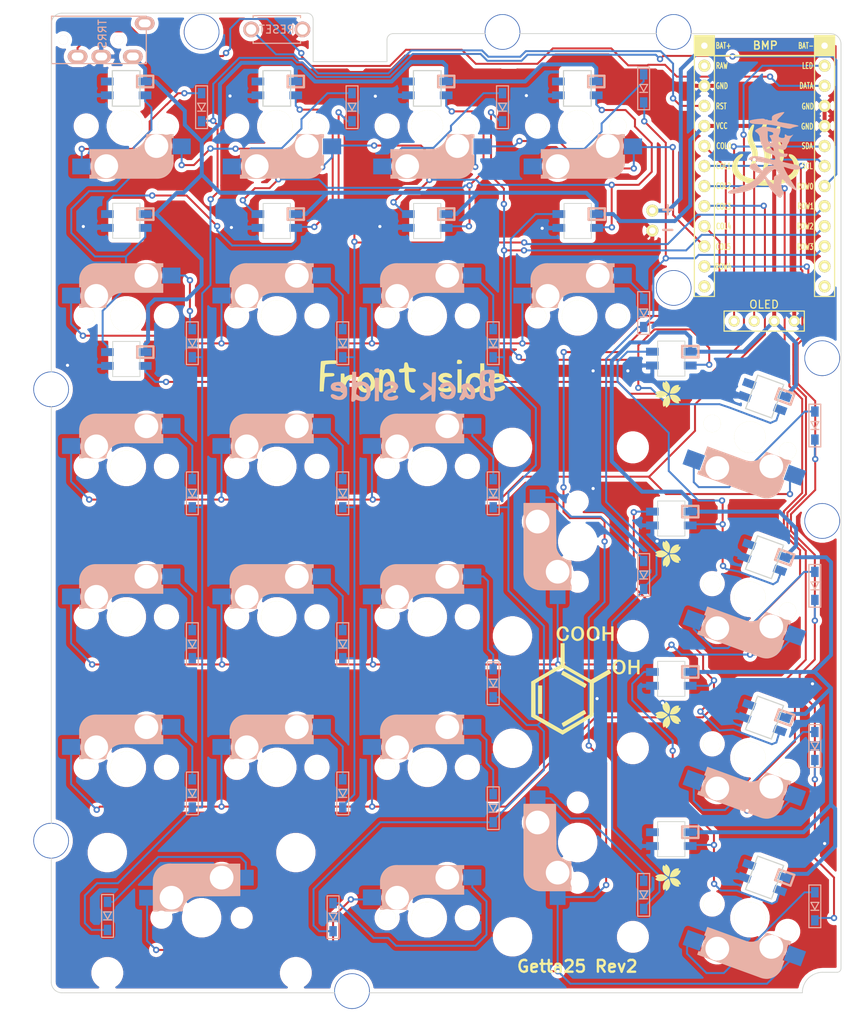
<source format=kicad_pcb>
(kicad_pcb (version 20171130) (host pcbnew "(5.1.5)-3")
  (layers (0 F.Cu signal) (31 B.Cu signal) (34 B.Paste user) (35 F.Paste user) (36 B.SilkS user) (37 F.SilkS user) (38 B.Mask user) (39 F.Mask user) (44 Edge.Cuts user))
  (net 0 "")
  (net 1 "Net-(D1-Pad2)")
  (net 2 Row0)
  (net 3 "Net-(D2-Pad2)")
  (net 4 Row2)
  (net 5 Row3)
  (net 6 "Net-(D3-Pad2)")
  (net 7 "Net-(D4-Pad2)")
  (net 8 "Net-(D5-Pad2)")
  (net 9 Row1)
  (net 10 "Net-(D6-Pad2)")
  (net 11 "Net-(D7-Pad2)")
  (net 12 "Net-(D8-Pad2)")
  (net 13 "Net-(D9-Pad2)")
  (net 14 "Net-(D10-Pad2)")
  (net 15 "Net-(D11-Pad2)")
  (net 16 "Net-(D12-Pad2)")
  (net 17 "Net-(D13-Pad2)")
  (net 18 "Net-(D14-Pad2)")
  (net 19 "Net-(D15-Pad2)")
  (net 20 "Net-(D16-Pad2)")
  (net 21 "Net-(D17-Pad2)")
  (net 22 "Net-(D18-Pad2)")
  (net 23 "Net-(D19-Pad2)")
  (net 24 "Net-(D20-Pad2)")
  (net 25 "Net-(D21-Pad2)")
  (net 26 GND)
  (net 27 led)
  (net 28 VCC)
  (net 29 Data)
  (net 30 "Net-(L1-Pad1)")
  (net 31 Col0)
  (net 32 Col1)
  (net 33 Col2)
  (net 34 Col3)
  (net 35 Col4)
  (net 36 Col5)
  (net 37 Reset)
  (net 38 "Net-(U1-Pad12)")
  (net 39 "Net-(U1-Pad13)")
  (net 40 "Net-(U1-Pad24)")
  (net 41 SCL)
  (net 42 SDA)
  (net 43 Bat+)
  (net 44 Row4)
  (net 45 "Net-(D22-Pad2)")
  (net 46 "Net-(D23-Pad2)")
  (net 47 "Net-(D24-Pad2)")
  (net 48 "Net-(D25-Pad2)")
  (net 49 "Net-(J1-PadA)")
  (net 50 "Net-(L12-Pad1)")
  (net 51 "Net-(L13-Pad1)")
  (net 52 "Net-(L11-Pad1)")
  (net 53 "Net-(L11-Pad3)")
  (net 54 to1)
  (net 55 "Net-(L14-Pad1)")
  (net 56 "Net-(L13-Pad3)")
  (net 57 "Net-(L12-Pad3)")
  (net 58 "Net-(L14-Pad3)")
  (net 59 "Net-(L8-Pad1)")
  (net 60 "Net-(U1-Pad11)")
  (net 61 "Net-(L16-Pad3)")
  (net 62 "Net-(L17-Pad3)")
  (net 63 "Net-(L15-Pad1)")
  (net 64 "Net-(L16-Pad1)")
  (net 65 "Net-(L17-Pad1)")
  (net 66 "Net-(L10-Pad1)")
  (module kbd:D3_SMD_L1 (layer F.Cu) (at 32.86875 124.5125 90)
    (fp_text reference D1 hide)
    (fp_text value D hide)
    (pad 2 smd rect (at 1.775 0 90) (size 1.3 0.95) (layers B.Cu B.Paste B.Mask) (net 1 "Net-(D1-Pad2)"))
    (pad 1 smd rect (at -1.775 0 90) (size 1.3 0.95) (layers B.Cu B.Paste B.Mask) (net 2 Row0))
  )
  (module kbd:BLE_Micro_Pro_L1 (layer F.Cu) (at 116 31.35)
    (fp_text reference U1 hide)
    (fp_text value BLEMicroPro hide)
    (fp_text user ROW1 (at 5.25 3.302) (layer F.SilkS) (effects (font (size 0.75 0.5) (thickness 0.125))))
    (fp_text user COL4 (at -5.125 5.85) (layer F.SilkS) (effects (font (size 0.75 0.5) (thickness 0.125))))
    (fp_text user ROW2 (at 5.2 5.85) (layer F.SilkS) (effects (font (size 0.75 0.5) (thickness 0.125))))
    (fp_text user COL5 (at -5.175 8.45) (layer F.SilkS) (effects (font (size 0.75 0.5) (thickness 0.125))))
    (fp_text user ROW3 (at 5.2 8.4455) (layer F.SilkS) (effects (font (size 0.75 0.5) (thickness 0.125))))
    (fp_text user COL0 (at -5.1 -4.325) (layer F.SilkS) (effects (font (size 0.75 0.5) (thickness 0.125))))
    (fp_text user SDA (at 5.461 -4.318) (layer F.SilkS) (effects (font (size 0.75 0.5) (thickness 0.125))))
    (fp_text user COL1 (at -5.15 -1.775) (layer F.SilkS) (effects (font (size 0.75 0.5) (thickness 0.125))))
    (fp_text user SCL (at 5.461 -1.778) (layer F.SilkS) (effects (font (size 0.75 0.5) (thickness 0.125))))
    (fp_text user COL2 (at -5.15 0.75) (layer F.SilkS) (effects (font (size 0.75 0.5) (thickness 0.125))))
    (fp_text user ROW0 (at 5.2 0.8) (layer F.SilkS) (effects (font (size 0.75 0.5) (thickness 0.125))))
    (fp_text user COL3 (at -5.15 3.35) (layer F.SilkS) (effects (font (size 0.75 0.5) (thickness 0.125))))
    (fp_text user GND (at 5.461 -6.7945) (layer F.SilkS) (effects (font (size 0.75 0.5) (thickness 0.125))))
    (fp_text user VCC (at -5.35 -6.858) (layer F.SilkS) (effects (font (size 0.75 0.5) (thickness 0.125))))
    (fp_text user GND (at 5.5245 -9.3345) (layer F.SilkS) (effects (font (size 0.75 0.5) (thickness 0.125))))
    (fp_text user RST (at -5.425 -9.35) (layer F.SilkS) (effects (font (size 0.75 0.5) (thickness 0.125))))
    (fp_text user DATA (at 5.35 -11.95) (layer F.SilkS) (effects (font (size 0.75 0.5) (thickness 0.125))))
    (fp_text user GND (at -5.35 -11.925) (layer F.SilkS) (effects (font (size 0.75 0.5) (thickness 0.125))))
    (fp_text user LED (at 5.5 -14.478) (layer F.SilkS) (effects (font (size 0.75 0.5) (thickness 0.125))))
    (fp_text user RAW (at -5.35 -14.478) (layer F.SilkS) (effects (font (size 0.75 0.5) (thickness 0.125))))
    (fp_text user "" (at -1.2065 -16.256) (layer B.SilkS) (effects (justify mirror)))
    (fp_text user "" (at -0.5 -17.25) (layer F.SilkS))
    (fp_text user BAT+ (at -5.15 -17.025) (layer F.SilkS) (effects (font (size 0.75 0.5) (thickness 0.125))))
    (fp_text user BAT- (at 5.3 -17.018) (layer F.SilkS) (effects (font (size 0.75 0.5) (thickness 0.125))))
    (pad 24 thru_hole circle (at -7.5636 -14.478) (size 1.524 1.524) (drill 0.8128) (layers *.Cu *.Mask F.SilkS) (net 40 "Net-(U1-Pad24)"))
    (pad 23 thru_hole circle (at -7.5636 -11.938) (size 1.524 1.524) (drill 0.8128) (layers *.Cu *.Mask F.SilkS) (net 26 GND))
    (pad 22 thru_hole circle (at -7.5636 -9.398) (size 1.524 1.524) (drill 0.8128) (layers *.Cu *.Mask F.SilkS) (net 37 Reset))
    (pad 21 thru_hole circle (at -7.5636 -6.858) (size 1.524 1.524) (drill 0.8128) (layers *.Cu *.Mask F.SilkS) (net 28 VCC))
    (pad 20 thru_hole circle (at -7.5636 -4.318) (size 1.524 1.524) (drill 0.8128) (layers *.Cu *.Mask F.SilkS) (net 31 Col0))
    (pad 19 thru_hole circle (at -7.5636 -1.778) (size 1.524 1.524) (drill 0.8128) (layers *.Cu *.Mask F.SilkS) (net 32 Col1))
    (pad 18 thru_hole circle (at -7.5636 0.762) (size 1.524 1.524) (drill 0.8128) (layers *.Cu *.Mask F.SilkS) (net 33 Col2))
    (pad 17 thru_hole circle (at -7.5636 3.302) (size 1.524 1.524) (drill 0.8128) (layers *.Cu *.Mask F.SilkS) (net 34 Col3))
    (pad 16 thru_hole circle (at -7.5636 5.842) (size 1.524 1.524) (drill 0.8128) (layers *.Cu *.Mask F.SilkS) (net 35 Col4))
    (pad 15 thru_hole circle (at -7.5636 8.382) (size 1.524 1.524) (drill 0.8128) (layers *.Cu *.Mask F.SilkS) (net 36 Col5))
    (pad 14 thru_hole circle (at -7.5636 10.922) (size 1.524 1.524) (drill 0.8128) (layers *.Cu *.Mask F.SilkS) (net 44 Row4))
    (pad 13 thru_hole circle (at -7.5636 13.462) (size 1.524 1.524) (drill 0.8128) (layers *.Cu *.Mask F.SilkS) (net 39 "Net-(U1-Pad13)"))
    (pad 12 thru_hole circle (at 7.6564 13.462) (size 1.524 1.524) (drill 0.8128) (layers *.Cu *.Mask F.SilkS) (net 38 "Net-(U1-Pad12)"))
    (pad 11 thru_hole circle (at 7.6564 10.922) (size 1.524 1.524) (drill 0.8128) (layers *.Cu *.Mask F.SilkS) (net 60 "Net-(U1-Pad11)"))
    (pad 10 thru_hole circle (at 7.6564 8.382) (size 1.524 1.524) (drill 0.8128) (layers *.Cu *.Mask F.SilkS) (net 5 Row3))
    (pad 9 thru_hole circle (at 7.6564 5.842) (size 1.524 1.524) (drill 0.8128) (layers *.Cu *.Mask F.SilkS) (net 4 Row2))
    (pad 8 thru_hole circle (at 7.6564 3.302) (size 1.524 1.524) (drill 0.8128) (layers *.Cu *.Mask F.SilkS) (net 9 Row1))
    (pad 7 thru_hole circle (at 7.6564 0.762) (size 1.524 1.524) (drill 0.8128) (layers *.Cu *.Mask F.SilkS) (net 2 Row0))
    (pad 6 thru_hole circle (at 7.6564 -1.778) (size 1.524 1.524) (drill 0.8128) (layers *.Cu *.Mask F.SilkS) (net 41 SCL))
    (pad 5 thru_hole circle (at 7.6564 -4.318) (size 1.524 1.524) (drill 0.8128) (layers *.Cu *.Mask F.SilkS) (net 42 SDA))
    (pad 4 thru_hole circle (at 7.6564 -6.858) (size 1.524 1.524) (drill 0.8128) (layers *.Cu *.Mask F.SilkS) (net 26 GND))
    (pad 3 thru_hole circle (at 7.6564 -9.398) (size 1.524 1.524) (drill 0.8128) (layers *.Cu *.Mask F.SilkS) (net 26 GND))
    (pad 2 thru_hole circle (at 7.6564 -11.938) (size 1.524 1.524) (drill 0.8128) (layers *.Cu *.Mask F.SilkS) (net 29 Data))
    (pad 1 thru_hole circle (at 7.6564 -14.478) (size 1.524 1.524) (drill 0.8128) (layers *.Cu *.Mask F.SilkS) (net 27 led))
    (pad 26 thru_hole circle (at 7.6564 -17.018) (size 1.524 1.524) (drill 0.8128) (layers *.Cu *.Mask F.SilkS) (net 26 GND))
    (pad 25 thru_hole circle (at -7.5636 -17.018) (size 1.524 1.524) (drill 0.8128) (layers *.Cu *.Mask F.SilkS) (net 43 Bat+))
  )
  (module kbd:HOLE_giri (layer F.Cu) (at 123.35625 53.9)
    (fp_text reference J6)
    (fp_text value Conn_01x01)
    (pad "" np_thru_hole circle (at 0 0) (size 4.5 4.5) (drill 4.3) (layers *.Cu *.Mask))
  )
  (module kbd:HOLE_giri (layer F.Cu) (at 104.55 12.59375)
    (fp_text reference J6)
    (fp_text value Conn_01x01)
    (pad "" np_thru_hole circle (at 0 0) (size 4.5 4.5) (drill 4.3) (layers *.Cu *.Mask))
  )
  (module kbd:HOLE_giri (layer F.Cu) (at 104.55 45)
    (fp_text reference J6)
    (fp_text value Conn_01x01)
    (pad "" np_thru_hole circle (at 0 0) (size 4.5 4.5) (drill 4.3) (layers *.Cu *.Mask))
  )
  (module kbd:HOLE_giri (layer F.Cu) (at 123.35625 74.50625)
    (fp_text reference J7)
    (fp_text value Conn_01x01)
    (pad "" np_thru_hole circle (at 0 0) (size 4.5 4.5) (drill 4.3) (layers *.Cu *.Mask))
  )
  (module kbd:HOLE_giri (layer F.Cu) (at 63.825 134.0375)
    (fp_text reference J8)
    (fp_text value Conn_01x01)
    (pad "" np_thru_hole circle (at 0 0) (size 4.5 4.5) (drill 4.3) (layers *.Cu *.Mask))
  )
  (module kbd:HOLE_giri (layer F.Cu) (at 25.725 114.9875)
    (fp_text reference J10)
    (fp_text value Conn_01x01)
    (pad "" np_thru_hole circle (at 0 0) (size 4.5 4.5) (drill 4.3) (layers *.Cu *.Mask))
  )
  (module kbd:HOLE_giri (layer F.Cu) (at 82.875 12.59375)
    (fp_text reference J11)
    (fp_text value Conn_01x01)
    (pad "" np_thru_hole circle (at 0 0) (size 4.5 4.5) (drill 4.3) (layers *.Cu *.Mask))
  )
  (module kbd:HOLE_giri (layer F.Cu) (at 25.725 57.8375)
    (fp_text reference J12)
    (fp_text value Conn_01x01)
    (pad "" np_thru_hole circle (at 0 0) (size 4.5 4.5) (drill 4.3) (layers *.Cu *.Mask))
  )
  (module kbd:HOLE_giri (layer F.Cu) (at 44.775 12.59375)
    (fp_text reference J13)
    (fp_text value Conn_01x01)
    (pad "" np_thru_hole circle (at 0 0) (size 4.5 4.5) (drill 4.3) (layers *.Cu *.Mask))
  )
  (module kbd:ResetSW_FL (layer B.Cu) (at 54.3 12.275 180)
    (fp_text reference SW26 hide)
    (fp_text value SW_PUSH)
    (fp_text user RESET (at 0 0 180) (layer B.SilkS) (effects (justify mirror)))
    (pad 1 thru_hole circle (at 3.25 0 180) (size 2 2) (drill 1.3) (layers *.Cu *.Mask B.SilkS) (net 37 Reset))
    (pad 2 thru_hole circle (at -3.25 0 180) (size 2 2) (drill 1.3) (layers *.Cu *.Mask B.SilkS) (net 26 GND))
  )
  (module kbd:SK6812MINI_rev_BL (layer F.Cu) (at 35.225 19.7375)
    (fp_text reference L10 hide)
    (fp_text value SK6812MINI hide)
    (fp_line (start -1.75 -2.25) (end -1.75 2.25) (layer Edge.Cuts) (width 0.15))
    (fp_line (start 1.75 -2.25) (end 1.75 2.25) (layer Edge.Cuts) (width 0.15))
    (fp_line (start -1.75 -2.25) (end 1.75 -2.25) (layer Edge.Cuts) (width 0.15))
    (fp_line (start 1.75 2.25) (end -1.75 2.25) (layer Edge.Cuts) (width 0.15))
    (pad 2 smd rect (at -2.4 0.875) (size 1.6 1) (layers B.Cu B.Paste B.Mask) (net 26 GND))
    (pad 1 smd rect (at -2.4 -0.875) (size 1.6 1) (layers B.Cu B.Paste B.Mask) (net 66 "Net-(L10-Pad1)"))
    (pad 4 smd rect (at 2.4 -0.875) (size 1.6 1) (layers B.Cu B.Paste B.Mask) (net 28 VCC))
    (pad 3 smd rect (at 2.4 0.875) (size 1.6 1) (layers B.Cu B.Paste B.Mask) (net 54 to1))
  )
  (module kbd:SK6812MINI_rev_BL (layer F.Cu) (at 92.35 19.7375)
    (fp_text reference L17 hide)
    (fp_text value SK6812MINI hide)
    (fp_line (start 1.75 2.25) (end -1.75 2.25) (layer Edge.Cuts) (width 0.15))
    (fp_line (start -1.75 -2.25) (end 1.75 -2.25) (layer Edge.Cuts) (width 0.15))
    (fp_line (start 1.75 -2.25) (end 1.75 2.25) (layer Edge.Cuts) (width 0.15))
    (fp_line (start -1.75 -2.25) (end -1.75 2.25) (layer Edge.Cuts) (width 0.15))
    (pad 3 smd rect (at 2.4 0.875) (size 1.6 1) (layers B.Cu B.Paste B.Mask) (net 62 "Net-(L17-Pad3)"))
    (pad 4 smd rect (at 2.4 -0.875) (size 1.6 1) (layers B.Cu B.Paste B.Mask) (net 28 VCC))
    (pad 1 smd rect (at -2.4 -0.875) (size 1.6 1) (layers B.Cu B.Paste B.Mask) (net 65 "Net-(L17-Pad1)"))
    (pad 2 smd rect (at -2.4 0.875) (size 1.6 1) (layers B.Cu B.Paste B.Mask) (net 26 GND))
  )
  (module kbd:SK6812MINI_rev_BL (layer F.Cu) (at 73.35 19.7375)
    (fp_text reference L16 hide)
    (fp_text value SK6812MINI hide)
    (fp_line (start -1.75 -2.25) (end -1.75 2.25) (layer Edge.Cuts) (width 0.15))
    (fp_line (start 1.75 -2.25) (end 1.75 2.25) (layer Edge.Cuts) (width 0.15))
    (fp_line (start -1.75 -2.25) (end 1.75 -2.25) (layer Edge.Cuts) (width 0.15))
    (fp_line (start 1.75 2.25) (end -1.75 2.25) (layer Edge.Cuts) (width 0.15))
    (pad 2 smd rect (at -2.4 0.875) (size 1.6 1) (layers B.Cu B.Paste B.Mask) (net 26 GND))
    (pad 1 smd rect (at -2.4 -0.875) (size 1.6 1) (layers B.Cu B.Paste B.Mask) (net 64 "Net-(L16-Pad1)"))
    (pad 4 smd rect (at 2.4 -0.875) (size 1.6 1) (layers B.Cu B.Paste B.Mask) (net 28 VCC))
    (pad 3 smd rect (at 2.4 0.875) (size 1.6 1) (layers B.Cu B.Paste B.Mask) (net 61 "Net-(L16-Pad3)"))
  )
  (module kbd:SK6812MINI_rev_BL (layer F.Cu) (at 54.3 19.7375)
    (fp_text reference L15 hide)
    (fp_text value SK6812MINI hide)
    (fp_line (start 1.75 2.25) (end -1.75 2.25) (layer Edge.Cuts) (width 0.15))
    (fp_line (start -1.75 -2.25) (end 1.75 -2.25) (layer Edge.Cuts) (width 0.15))
    (fp_line (start 1.75 -2.25) (end 1.75 2.25) (layer Edge.Cuts) (width 0.15))
    (fp_line (start -1.75 -2.25) (end -1.75 2.25) (layer Edge.Cuts) (width 0.15))
    (pad 3 smd rect (at 2.4 0.875) (size 1.6 1) (layers B.Cu B.Paste B.Mask) (net 30 "Net-(L1-Pad1)"))
    (pad 4 smd rect (at 2.4 -0.875) (size 1.6 1) (layers B.Cu B.Paste B.Mask) (net 28 VCC))
    (pad 1 smd rect (at -2.4 -0.875) (size 1.6 1) (layers B.Cu B.Paste B.Mask) (net 63 "Net-(L15-Pad1)"))
    (pad 2 smd rect (at -2.4 0.875) (size 1.6 1) (layers B.Cu B.Paste B.Mask) (net 26 GND))
  )
  (module kbd:CherryMX_Hotswap_BL_LH (layer F.Cu) (at 114.2 104.47 160)
    (fp_text reference SW8 hide)
    (fp_text value SW_PUSH hide)
    (pad 2 smd rect (at 5.7 -5.12 340) (size 2.3 2) (layers B.Cu B.Paste B.Mask) (net 12 "Net-(D8-Pad2)"))
    (pad "" np_thru_hole circle (at -5.08 0 160) (size 2.2 2.2) (drill 2.2) (layers *.Cu *.Mask F.SilkS))
    (pad "" np_thru_hole circle (at 5.08 0 160) (size 2.2 2.2) (drill 2.2) (layers *.Cu *.Mask F.SilkS))
    (pad "" np_thru_hole circle (at 0 0 250) (size 4 4) (drill 4) (layers *.Cu *.Mask F.SilkS))
    (pad "" np_thru_hole circle (at 2.540001 -5.08 340) (size 3 3) (drill 3) (layers *.Cu *.Mask))
    (pad "" np_thru_hole circle (at -3.81 -2.54 340) (size 3 3) (drill 3) (layers *.Cu *.Mask))
    (pad 1 smd rect (at -7 -2.58 340) (size 2.3 2) (layers B.Cu B.Paste B.Mask) (net 32 Col1))
  )
  (module kbd:D3_SMD_L1 (layer F.Cu) (at 122.425 123.3 90)
    (fp_text reference D4 hide)
    (fp_text value D hide)
    (pad 2 smd rect (at 1.775 0 90) (size 1.3 0.95) (layers B.Cu B.Paste B.Mask) (net 7 "Net-(D4-Pad2)"))
    (pad 1 smd rect (at -1.775 0 90) (size 1.3 0.95) (layers B.Cu B.Paste B.Mask) (net 44 Row4))
  )
  (module kbd:SK6812MINI_rev_BL (layer F.Cu) (at 116.055459 119.652168 340)
    (fp_text reference L14 hide)
    (fp_text value SK6812MINI hide)
    (fp_line (start -1.75 -2.25) (end -1.75 2.25) (layer Edge.Cuts) (width 0.15))
    (fp_line (start 1.75 -2.25) (end 1.75 2.25) (layer Edge.Cuts) (width 0.15))
    (fp_line (start -1.75 -2.25) (end 1.75 -2.25) (layer Edge.Cuts) (width 0.15))
    (fp_line (start 1.75 2.25) (end -1.75 2.25) (layer Edge.Cuts) (width 0.15))
    (pad 2 smd rect (at -2.4 0.875 340) (size 1.6 1) (layers B.Cu B.Paste B.Mask) (net 26 GND))
    (pad 1 smd rect (at -2.4 -0.875 340) (size 1.6 1) (layers B.Cu B.Paste B.Mask) (net 55 "Net-(L14-Pad1)"))
    (pad 4 smd rect (at 2.4 -0.875 340) (size 1.6 1) (layers B.Cu B.Paste B.Mask) (net 28 VCC))
    (pad 3 smd rect (at 2.4 0.875 340) (size 1.6 1) (layers B.Cu B.Paste B.Mask) (net 58 "Net-(L14-Pad3)"))
  )
  (module kbd:SK6812MINI_rev_BL (layer F.Cu) (at 116.07256 58.755183 340)
    (fp_text reference L11 hide)
    (fp_text value SK6812MINI hide)
    (fp_line (start 1.75 2.25) (end -1.75 2.25) (layer Edge.Cuts) (width 0.15))
    (fp_line (start -1.75 -2.25) (end 1.75 -2.25) (layer Edge.Cuts) (width 0.15))
    (fp_line (start 1.75 -2.25) (end 1.75 2.25) (layer Edge.Cuts) (width 0.15))
    (fp_line (start -1.75 -2.25) (end -1.75 2.25) (layer Edge.Cuts) (width 0.15))
    (pad 3 smd rect (at 2.4 0.875 340) (size 1.6 1) (layers B.Cu B.Paste B.Mask) (net 53 "Net-(L11-Pad3)"))
    (pad 4 smd rect (at 2.4 -0.875 340) (size 1.6 1) (layers B.Cu B.Paste B.Mask) (net 28 VCC))
    (pad 1 smd rect (at -2.4 -0.875 340) (size 1.6 1) (layers B.Cu B.Paste B.Mask) (net 52 "Net-(L11-Pad1)"))
    (pad 2 smd rect (at -2.4 0.875 340) (size 1.6 1) (layers B.Cu B.Paste B.Mask) (net 26 GND))
  )
  (module kbd:SK6812MINI_rev_BL (layer F.Cu) (at 116.048619 79.100961 340)
    (fp_text reference L12 hide)
    (fp_text value SK6812MINI hide)
    (fp_line (start -1.75 -2.25) (end -1.75 2.25) (layer Edge.Cuts) (width 0.15))
    (fp_line (start 1.75 -2.25) (end 1.75 2.25) (layer Edge.Cuts) (width 0.15))
    (fp_line (start -1.75 -2.25) (end 1.75 -2.25) (layer Edge.Cuts) (width 0.15))
    (fp_line (start 1.75 2.25) (end -1.75 2.25) (layer Edge.Cuts) (width 0.15))
    (pad 2 smd rect (at -2.4 0.875 340) (size 1.6 1) (layers B.Cu B.Paste B.Mask) (net 26 GND))
    (pad 1 smd rect (at -2.4 -0.875 340) (size 1.6 1) (layers B.Cu B.Paste B.Mask) (net 50 "Net-(L12-Pad1)"))
    (pad 4 smd rect (at 2.4 -0.875 340) (size 1.6 1) (layers B.Cu B.Paste B.Mask) (net 28 VCC))
    (pad 3 smd rect (at 2.4 0.875 340) (size 1.6 1) (layers B.Cu B.Paste B.Mask) (net 57 "Net-(L12-Pad3)"))
  )
  (module kbd:SK6812MINI_rev_BL (layer F.Cu) (at 116.045199 99.400358 340)
    (fp_text reference L13 hide)
    (fp_text value SK6812MINI hide)
    (fp_line (start 1.75 2.25) (end -1.75 2.25) (layer Edge.Cuts) (width 0.15))
    (fp_line (start -1.75 -2.25) (end 1.75 -2.25) (layer Edge.Cuts) (width 0.15))
    (fp_line (start 1.75 -2.25) (end 1.75 2.25) (layer Edge.Cuts) (width 0.15))
    (fp_line (start -1.75 -2.25) (end -1.75 2.25) (layer Edge.Cuts) (width 0.15))
    (pad 3 smd rect (at 2.4 0.875 340) (size 1.6 1) (layers B.Cu B.Paste B.Mask) (net 56 "Net-(L13-Pad3)"))
    (pad 4 smd rect (at 2.4 -0.875 340) (size 1.6 1) (layers B.Cu B.Paste B.Mask) (net 28 VCC))
    (pad 1 smd rect (at -2.4 -0.875 340) (size 1.6 1) (layers B.Cu B.Paste B.Mask) (net 51 "Net-(L13-Pad1)"))
    (pad 2 smd rect (at -2.4 0.875 340) (size 1.6 1) (layers B.Cu B.Paste B.Mask) (net 26 GND))
  )
  (module kbd:2pinBLE (layer F.Cu) (at 101.85 36.75)
    (fp_text reference J3 hide)
    (fp_text value Conn_01x02 hide)
    (pad 1 thru_hole circle (at 0 -1.544) (size 1.524 1.524) (drill 0.8128) (layers *.Cu *.Mask F.SilkS) (net 43 Bat+))
    (pad 2 thru_hole circle (at 0 0.996) (size 1.524 1.524) (drill 0.8128) (layers *.Cu *.Mask F.SilkS) (net 26 GND))
  )
  (module kbd:MJ-4PP-9_1L (layer B.Cu) (at 25.775 13.6 270)
    (fp_text reference J1)
    (fp_text value MJ-4PP-9 hide)
    (fp_text user TRRS (at -0.75 -6.45 270) (layer B.SilkS) (effects (justify mirror)))
    (pad A thru_hole oval (at -2.1 -11.8 270) (size 1.7 2.5) (drill oval 1 1.5) (layers *.Cu *.Mask B.SilkS) (net 49 "Net-(J1-PadA)") (clearance 0.15))
    (pad D thru_hole oval (at 2.1 -10.3 270) (size 1.7 2.5) (drill oval 1 1.5) (layers *.Cu *.Mask B.SilkS) (net 28 VCC) (clearance 0.15))
    (pad C thru_hole oval (at 2.1 -6.3 270) (size 1.7 2.5) (drill oval 1 1.5) (layers *.Cu *.Mask B.SilkS) (net 26 GND))
    (pad B thru_hole oval (at 2.1 -3.3 270) (size 1.7 2.5) (drill oval 1 1.5) (layers *.Cu *.Mask B.SilkS) (net 29 Data))
    (pad "" np_thru_hole circle (at 0 -8.5 270) (size 1.2 1.2) (drill 1.2) (layers *.Cu *.Mask B.SilkS))
    (pad "" np_thru_hole circle (at 0 -1.5 270) (size 1.2 1.2) (drill 1.2) (layers *.Cu *.Mask B.SilkS))
  )
  (module kbd:OLED_FL (layer F.Cu) (at 112.2 49.2)
    (fp_text reference J2)
    (fp_text value Conn_01x04 hide)
    (fp_text user OLED (at 3.8 -2.1) (layer F.SilkS))
    (pad 1 thru_hole circle (at 0 0) (size 1.397 1.397) (drill 0.8128) (layers *.Cu *.Mask F.SilkS) (net 42 SDA))
    (pad 2 thru_hole circle (at 2.54 0) (size 1.397 1.397) (drill 0.8128) (layers *.Cu *.Mask F.SilkS) (net 41 SCL))
    (pad 3 thru_hole circle (at 5.08 0) (size 1.397 1.397) (drill 0.8128) (layers *.Cu *.Mask F.SilkS) (net 28 VCC))
    (pad 4 thru_hole circle (at 7.62 0) (size 1.397 1.397) (drill 0.8128) (layers *.Cu *.Mask F.SilkS) (net 26 GND))
  )
  (module kbd:CherryMX_Hotswap_BL_LH (layer F.Cu) (at 114.2 84.18 160)
    (fp_text reference SW13 hide)
    (fp_text value SW_PUSH hide)
    (pad 1 smd rect (at -7 -2.58 340) (size 2.3 2) (layers B.Cu B.Paste B.Mask) (net 33 Col2))
    (pad "" np_thru_hole circle (at -3.81 -2.54 340) (size 3 3) (drill 3) (layers *.Cu *.Mask))
    (pad "" np_thru_hole circle (at 2.540001 -5.08 340) (size 3 3) (drill 3) (layers *.Cu *.Mask))
    (pad "" np_thru_hole circle (at 0 0 250) (size 4 4) (drill 4) (layers *.Cu *.Mask F.SilkS))
    (pad "" np_thru_hole circle (at 5.08 0 160) (size 2.2 2.2) (drill 2.2) (layers *.Cu *.Mask F.SilkS))
    (pad "" np_thru_hole circle (at -5.08 0 160) (size 2.2 2.2) (drill 2.2) (layers *.Cu *.Mask F.SilkS))
    (pad 2 smd rect (at 5.7 -5.12 340) (size 2.3 2) (layers B.Cu B.Paste B.Mask) (net 17 "Net-(D13-Pad2)"))
  )
  (module kbd:CherryMX_Hotswap_BL_LH (layer F.Cu) (at 73.35 86.65)
    (fp_text reference SW11 hide)
    (fp_text value SW_PUSH hide)
    (pad 2 smd rect (at 5.7 -5.12 180) (size 2.3 2) (layers B.Cu B.Paste B.Mask) (net 15 "Net-(D11-Pad2)"))
    (pad "" np_thru_hole circle (at -5.08 0) (size 2.2 2.2) (drill 2.2) (layers *.Cu *.Mask F.SilkS))
    (pad "" np_thru_hole circle (at 5.08 0) (size 2.2 2.2) (drill 2.2) (layers *.Cu *.Mask F.SilkS))
    (pad "" np_thru_hole circle (at 0 0 90) (size 4 4) (drill 4) (layers *.Cu *.Mask F.SilkS))
    (pad "" np_thru_hole circle (at 2.54 -5.08 180) (size 3 3) (drill 3) (layers *.Cu *.Mask))
    (pad "" np_thru_hole circle (at -3.81 -2.54 180) (size 3 3) (drill 3) (layers *.Cu *.Mask))
    (pad 1 smd rect (at -7 -2.58 180) (size 2.3 2) (layers B.Cu B.Paste B.Mask) (net 33 Col2))
  )
  (module kbd:CherryMX_Hotswap_BL_LH (layer F.Cu) (at 54.3 86.65)
    (fp_text reference SW10 hide)
    (fp_text value SW_PUSH hide)
    (pad 1 smd rect (at -7 -2.58 180) (size 2.3 2) (layers B.Cu B.Paste B.Mask) (net 33 Col2))
    (pad "" np_thru_hole circle (at -3.81 -2.54 180) (size 3 3) (drill 3) (layers *.Cu *.Mask))
    (pad "" np_thru_hole circle (at 2.54 -5.08 180) (size 3 3) (drill 3) (layers *.Cu *.Mask))
    (pad "" np_thru_hole circle (at 0 0 90) (size 4 4) (drill 4) (layers *.Cu *.Mask F.SilkS))
    (pad "" np_thru_hole circle (at 5.08 0) (size 2.2 2.2) (drill 2.2) (layers *.Cu *.Mask F.SilkS))
    (pad "" np_thru_hole circle (at -5.08 0) (size 2.2 2.2) (drill 2.2) (layers *.Cu *.Mask F.SilkS))
    (pad 2 smd rect (at 5.7 -5.12 180) (size 2.3 2) (layers B.Cu B.Paste B.Mask) (net 14 "Net-(D10-Pad2)"))
  )
  (module kbd:CherryMX_Hotswap_BL_LH (layer F.Cu) (at 35.25 86.65)
    (fp_text reference SW9 hide)
    (fp_text value SW_PUSH hide)
    (pad 2 smd rect (at 5.7 -5.12 180) (size 2.3 2) (layers B.Cu B.Paste B.Mask) (net 13 "Net-(D9-Pad2)"))
    (pad "" np_thru_hole circle (at -5.08 0) (size 2.2 2.2) (drill 2.2) (layers *.Cu *.Mask F.SilkS))
    (pad "" np_thru_hole circle (at 5.08 0) (size 2.2 2.2) (drill 2.2) (layers *.Cu *.Mask F.SilkS))
    (pad "" np_thru_hole circle (at 0 0 90) (size 4 4) (drill 4) (layers *.Cu *.Mask F.SilkS))
    (pad "" np_thru_hole circle (at 2.54 -5.08 180) (size 3 3) (drill 3) (layers *.Cu *.Mask))
    (pad "" np_thru_hole circle (at -3.81 -2.54 180) (size 3 3) (drill 3) (layers *.Cu *.Mask))
    (pad 1 smd rect (at -7 -2.58 180) (size 2.3 2) (layers B.Cu B.Paste B.Mask) (net 33 Col2))
  )
  (module kbd:CherryMX_Hotswap_BL_LH (layer F.Cu) (at 73.35 48.55)
    (fp_text reference SW20 hide)
    (fp_text value SW_PUSH hide)
    (pad 1 smd rect (at -7 -2.58 180) (size 2.3 2) (layers B.Cu B.Paste B.Mask) (net 35 Col4))
    (pad "" np_thru_hole circle (at -3.81 -2.54 180) (size 3 3) (drill 3) (layers *.Cu *.Mask))
    (pad "" np_thru_hole circle (at 2.54 -5.08 180) (size 3 3) (drill 3) (layers *.Cu *.Mask))
    (pad "" np_thru_hole circle (at 0 0 90) (size 4 4) (drill 4) (layers *.Cu *.Mask F.SilkS))
    (pad "" np_thru_hole circle (at 5.08 0) (size 2.2 2.2) (drill 2.2) (layers *.Cu *.Mask F.SilkS))
    (pad "" np_thru_hole circle (at -5.08 0) (size 2.2 2.2) (drill 2.2) (layers *.Cu *.Mask F.SilkS))
    (pad 2 smd rect (at 5.7 -5.12 180) (size 2.3 2) (layers B.Cu B.Paste B.Mask) (net 24 "Net-(D20-Pad2)"))
  )
  (module kbd:CherryMX_Hotswap_BL_LH (layer F.Cu) (at 54.3 105.7)
    (fp_text reference SW6 hide)
    (fp_text value SW_PUSH hide)
    (pad 1 smd rect (at -7 -2.58 180) (size 2.3 2) (layers B.Cu B.Paste B.Mask) (net 32 Col1))
    (pad "" np_thru_hole circle (at -3.81 -2.54 180) (size 3 3) (drill 3) (layers *.Cu *.Mask))
    (pad "" np_thru_hole circle (at 2.54 -5.08 180) (size 3 3) (drill 3) (layers *.Cu *.Mask))
    (pad "" np_thru_hole circle (at 0 0 90) (size 4 4) (drill 4) (layers *.Cu *.Mask F.SilkS))
    (pad "" np_thru_hole circle (at 5.08 0) (size 2.2 2.2) (drill 2.2) (layers *.Cu *.Mask F.SilkS))
    (pad "" np_thru_hole circle (at -5.08 0) (size 2.2 2.2) (drill 2.2) (layers *.Cu *.Mask F.SilkS))
    (pad 2 smd rect (at 5.7 -5.12 180) (size 2.3 2) (layers B.Cu B.Paste B.Mask) (net 10 "Net-(D6-Pad2)"))
  )
  (module kbd:CherryMX_Hotswap_BL_LH (layer F.Cu) (at 35.25 105.7)
    (fp_text reference SW5 hide)
    (fp_text value SW_PUSH hide)
    (pad 2 smd rect (at 5.7 -5.12 180) (size 2.3 2) (layers B.Cu B.Paste B.Mask) (net 8 "Net-(D5-Pad2)"))
    (pad "" np_thru_hole circle (at -5.08 0) (size 2.2 2.2) (drill 2.2) (layers *.Cu *.Mask F.SilkS))
    (pad "" np_thru_hole circle (at 5.08 0) (size 2.2 2.2) (drill 2.2) (layers *.Cu *.Mask F.SilkS))
    (pad "" np_thru_hole circle (at 0 0 90) (size 4 4) (drill 4) (layers *.Cu *.Mask F.SilkS))
    (pad "" np_thru_hole circle (at 2.54 -5.08 180) (size 3 3) (drill 3) (layers *.Cu *.Mask))
    (pad "" np_thru_hole circle (at -3.81 -2.54 180) (size 3 3) (drill 3) (layers *.Cu *.Mask))
    (pad 1 smd rect (at -7 -2.58 180) (size 2.3 2) (layers B.Cu B.Paste B.Mask) (net 32 Col1))
  )
  (module kbd:CherryMX_Hotswap_BL_LH (layer F.Cu) (at 114.2 124.75 160)
    (fp_text reference SW4 hide)
    (fp_text value SW_PUSH hide)
    (pad 1 smd rect (at -7 -2.58 340) (size 2.3 2) (layers B.Cu B.Paste B.Mask) (net 31 Col0))
    (pad "" np_thru_hole circle (at -3.81 -2.54 340) (size 3 3) (drill 3) (layers *.Cu *.Mask))
    (pad "" np_thru_hole circle (at 2.540001 -5.08 340) (size 3 3) (drill 3) (layers *.Cu *.Mask))
    (pad "" np_thru_hole circle (at 0 0 250) (size 4 4) (drill 4) (layers *.Cu *.Mask F.SilkS))
    (pad "" np_thru_hole circle (at 5.08 0 160) (size 2.2 2.2) (drill 2.2) (layers *.Cu *.Mask F.SilkS))
    (pad "" np_thru_hole circle (at -5.08 0 160) (size 2.2 2.2) (drill 2.2) (layers *.Cu *.Mask F.SilkS))
    (pad 2 smd rect (at 5.7 -5.12 340) (size 2.3 2) (layers B.Cu B.Paste B.Mask) (net 7 "Net-(D4-Pad2)"))
  )
  (module kbd:CherryMX_Hotswap_BL_LH (layer F.Cu) (at 73.35 124.75)
    (fp_text reference SW2 hide)
    (fp_text value SW_PUSH hide)
    (pad 2 smd rect (at 5.7 -5.12 180) (size 2.3 2) (layers B.Cu B.Paste B.Mask) (net 3 "Net-(D2-Pad2)"))
    (pad "" np_thru_hole circle (at -5.08 0) (size 2.2 2.2) (drill 2.2) (layers *.Cu *.Mask F.SilkS))
    (pad "" np_thru_hole circle (at 5.08 0) (size 2.2 2.2) (drill 2.2) (layers *.Cu *.Mask F.SilkS))
    (pad "" np_thru_hole circle (at 0 0 90) (size 4 4) (drill 4) (layers *.Cu *.Mask F.SilkS))
    (pad "" np_thru_hole circle (at 2.54 -5.08 180) (size 3 3) (drill 3) (layers *.Cu *.Mask))
    (pad "" np_thru_hole circle (at -3.81 -2.54 180) (size 3 3) (drill 3) (layers *.Cu *.Mask))
    (pad 1 smd rect (at -7 -2.58 180) (size 2.3 2) (layers B.Cu B.Paste B.Mask) (net 31 Col0))
  )
  (module kbd:CherryMX_Hotswap_BL_LH (layer F.Cu) (at 54.3 67.6)
    (fp_text reference SW15 hide)
    (fp_text value SW_PUSH hide)
    (pad 1 smd rect (at -7 -2.58 180) (size 2.3 2) (layers B.Cu B.Paste B.Mask) (net 34 Col3))
    (pad "" np_thru_hole circle (at -3.81 -2.54 180) (size 3 3) (drill 3) (layers *.Cu *.Mask))
    (pad "" np_thru_hole circle (at 2.54 -5.08 180) (size 3 3) (drill 3) (layers *.Cu *.Mask))
    (pad "" np_thru_hole circle (at 0 0 90) (size 4 4) (drill 4) (layers *.Cu *.Mask F.SilkS))
    (pad "" np_thru_hole circle (at 5.08 0) (size 2.2 2.2) (drill 2.2) (layers *.Cu *.Mask F.SilkS))
    (pad "" np_thru_hole circle (at -5.08 0) (size 2.2 2.2) (drill 2.2) (layers *.Cu *.Mask F.SilkS))
    (pad 2 smd rect (at 5.7 -5.12 180) (size 2.3 2) (layers B.Cu B.Paste B.Mask) (net 19 "Net-(D15-Pad2)"))
  )
  (module kbd:CherryMX_Hotswap_BL_LH (layer F.Cu) (at 35.25 67.6)
    (fp_text reference SW14 hide)
    (fp_text value SW_PUSH hide)
    (pad 2 smd rect (at 5.7 -5.12 180) (size 2.3 2) (layers B.Cu B.Paste B.Mask) (net 18 "Net-(D14-Pad2)"))
    (pad "" np_thru_hole circle (at -5.08 0) (size 2.2 2.2) (drill 2.2) (layers *.Cu *.Mask F.SilkS))
    (pad "" np_thru_hole circle (at 5.08 0) (size 2.2 2.2) (drill 2.2) (layers *.Cu *.Mask F.SilkS))
    (pad "" np_thru_hole circle (at 0 0 90) (size 4 4) (drill 4) (layers *.Cu *.Mask F.SilkS))
    (pad "" np_thru_hole circle (at 2.54 -5.08 180) (size 3 3) (drill 3) (layers *.Cu *.Mask))
    (pad "" np_thru_hole circle (at -3.81 -2.54 180) (size 3 3) (drill 3) (layers *.Cu *.Mask))
    (pad 1 smd rect (at -7 -2.58 180) (size 2.3 2) (layers B.Cu B.Paste B.Mask) (net 34 Col3))
  )
  (module kbd:CherryMX_Hotswap_BL_LH (layer F.Cu) (at 92.4 24.5 180)
    (fp_text reference SW25 hide)
    (fp_text value SW_PUSH hide)
    (pad 1 smd rect (at -7 -2.58) (size 2.3 2) (layers B.Cu B.Paste B.Mask) (net 36 Col5))
    (pad "" np_thru_hole circle (at -3.81 -2.54) (size 3 3) (drill 3) (layers *.Cu *.Mask))
    (pad "" np_thru_hole circle (at 2.54 -5.08) (size 3 3) (drill 3) (layers *.Cu *.Mask))
    (pad "" np_thru_hole circle (at 0 0 270) (size 4 4) (drill 4) (layers *.Cu *.Mask F.SilkS))
    (pad "" np_thru_hole circle (at 5.08 0 180) (size 2.2 2.2) (drill 2.2) (layers *.Cu *.Mask F.SilkS))
    (pad "" np_thru_hole circle (at -5.08 0 180) (size 2.2 2.2) (drill 2.2) (layers *.Cu *.Mask F.SilkS))
    (pad 2 smd rect (at 5.7 -5.12) (size 2.3 2) (layers B.Cu B.Paste B.Mask) (net 48 "Net-(D25-Pad2)"))
  )
  (module kbd:CherryMX_Hotswap_BL_LH (layer F.Cu) (at 73.35 24.5 180)
    (fp_text reference SW24 hide)
    (fp_text value SW_PUSH hide)
    (pad 2 smd rect (at 5.7 -5.12) (size 2.3 2) (layers B.Cu B.Paste B.Mask) (net 47 "Net-(D24-Pad2)"))
    (pad "" np_thru_hole circle (at -5.08 0 180) (size 2.2 2.2) (drill 2.2) (layers *.Cu *.Mask F.SilkS))
    (pad "" np_thru_hole circle (at 5.08 0 180) (size 2.2 2.2) (drill 2.2) (layers *.Cu *.Mask F.SilkS))
    (pad "" np_thru_hole circle (at 0 0 270) (size 4 4) (drill 4) (layers *.Cu *.Mask F.SilkS))
    (pad "" np_thru_hole circle (at 2.54 -5.08) (size 3 3) (drill 3) (layers *.Cu *.Mask))
    (pad "" np_thru_hole circle (at -3.81 -2.54) (size 3 3) (drill 3) (layers *.Cu *.Mask))
    (pad 1 smd rect (at -7 -2.58) (size 2.3 2) (layers B.Cu B.Paste B.Mask) (net 36 Col5))
  )
  (module kbd:CherryMX_Hotswap_BL_LH (layer F.Cu) (at 54.3 24.5 180)
    (fp_text reference SW23 hide)
    (fp_text value SW_PUSH hide)
    (pad 1 smd rect (at -7 -2.58) (size 2.3 2) (layers B.Cu B.Paste B.Mask) (net 36 Col5))
    (pad "" np_thru_hole circle (at -3.81 -2.54) (size 3 3) (drill 3) (layers *.Cu *.Mask))
    (pad "" np_thru_hole circle (at 2.54 -5.08) (size 3 3) (drill 3) (layers *.Cu *.Mask))
    (pad "" np_thru_hole circle (at 0 0 270) (size 4 4) (drill 4) (layers *.Cu *.Mask F.SilkS))
    (pad "" np_thru_hole circle (at 5.08 0 180) (size 2.2 2.2) (drill 2.2) (layers *.Cu *.Mask F.SilkS))
    (pad "" np_thru_hole circle (at -5.08 0 180) (size 2.2 2.2) (drill 2.2) (layers *.Cu *.Mask F.SilkS))
    (pad 2 smd rect (at 5.7 -5.12) (size 2.3 2) (layers B.Cu B.Paste B.Mask) (net 46 "Net-(D23-Pad2)"))
  )
  (module kbd:CherryMX_Hotswap_BL_LH (layer F.Cu) (at 35.25 24.5 180)
    (fp_text reference SW22 hide)
    (fp_text value SW_PUSH hide)
    (pad 2 smd rect (at 5.7 -5.12) (size 2.3 2) (layers B.Cu B.Paste B.Mask) (net 45 "Net-(D22-Pad2)"))
    (pad "" np_thru_hole circle (at -5.08 0 180) (size 2.2 2.2) (drill 2.2) (layers *.Cu *.Mask F.SilkS))
    (pad "" np_thru_hole circle (at 5.08 0 180) (size 2.2 2.2) (drill 2.2) (layers *.Cu *.Mask F.SilkS))
    (pad "" np_thru_hole circle (at 0 0 270) (size 4 4) (drill 4) (layers *.Cu *.Mask F.SilkS))
    (pad "" np_thru_hole circle (at 2.54 -5.08) (size 3 3) (drill 3) (layers *.Cu *.Mask))
    (pad "" np_thru_hole circle (at -3.81 -2.54) (size 3 3) (drill 3) (layers *.Cu *.Mask))
    (pad 1 smd rect (at -7 -2.58) (size 2.3 2) (layers B.Cu B.Paste B.Mask) (net 36 Col5))
  )
  (module kbd:CherryMX_Hotswap_BL_LH (layer F.Cu) (at 92.4 48.55)
    (fp_text reference SW21 hide)
    (fp_text value SW_PUSH hide)
    (pad 1 smd rect (at -7 -2.58 180) (size 2.3 2) (layers B.Cu B.Paste B.Mask) (net 35 Col4))
    (pad "" np_thru_hole circle (at -3.81 -2.54 180) (size 3 3) (drill 3) (layers *.Cu *.Mask))
    (pad "" np_thru_hole circle (at 2.54 -5.08 180) (size 3 3) (drill 3) (layers *.Cu *.Mask))
    (pad "" np_thru_hole circle (at 0 0 90) (size 4 4) (drill 4) (layers *.Cu *.Mask F.SilkS))
    (pad "" np_thru_hole circle (at 5.08 0) (size 2.2 2.2) (drill 2.2) (layers *.Cu *.Mask F.SilkS))
    (pad "" np_thru_hole circle (at -5.08 0) (size 2.2 2.2) (drill 2.2) (layers *.Cu *.Mask F.SilkS))
    (pad 2 smd rect (at 5.7 -5.12 180) (size 2.3 2) (layers B.Cu B.Paste B.Mask) (net 25 "Net-(D21-Pad2)"))
  )
  (module kbd:CherryMX_Hotswap_BL_LH (layer F.Cu) (at 73.35 105.7)
    (fp_text reference SW7 hide)
    (fp_text value SW_PUSH hide)
    (pad 2 smd rect (at 5.7 -5.12 180) (size 2.3 2) (layers B.Cu B.Paste B.Mask) (net 11 "Net-(D7-Pad2)"))
    (pad "" np_thru_hole circle (at -5.08 0) (size 2.2 2.2) (drill 2.2) (layers *.Cu *.Mask F.SilkS))
    (pad "" np_thru_hole circle (at 5.08 0) (size 2.2 2.2) (drill 2.2) (layers *.Cu *.Mask F.SilkS))
    (pad "" np_thru_hole circle (at 0 0 90) (size 4 4) (drill 4) (layers *.Cu *.Mask F.SilkS))
    (pad "" np_thru_hole circle (at 2.54 -5.08 180) (size 3 3) (drill 3) (layers *.Cu *.Mask))
    (pad "" np_thru_hole circle (at -3.81 -2.54 180) (size 3 3) (drill 3) (layers *.Cu *.Mask))
    (pad 1 smd rect (at -7 -2.58 180) (size 2.3 2) (layers B.Cu B.Paste B.Mask) (net 32 Col1))
  )
  (module kbd:CherryMX_Hotswap_BL_LH (layer F.Cu) (at 54.3 48.55)
    (fp_text reference SW19 hide)
    (fp_text value SW_PUSH hide)
    (pad 1 smd rect (at -7 -2.58 180) (size 2.3 2) (layers B.Cu B.Paste B.Mask) (net 35 Col4))
    (pad "" np_thru_hole circle (at -3.81 -2.54 180) (size 3 3) (drill 3) (layers *.Cu *.Mask))
    (pad "" np_thru_hole circle (at 2.54 -5.08 180) (size 3 3) (drill 3) (layers *.Cu *.Mask))
    (pad "" np_thru_hole circle (at 0 0 90) (size 4 4) (drill 4) (layers *.Cu *.Mask F.SilkS))
    (pad "" np_thru_hole circle (at 5.08 0) (size 2.2 2.2) (drill 2.2) (layers *.Cu *.Mask F.SilkS))
    (pad "" np_thru_hole circle (at -5.08 0) (size 2.2 2.2) (drill 2.2) (layers *.Cu *.Mask F.SilkS))
    (pad 2 smd rect (at 5.7 -5.12 180) (size 2.3 2) (layers B.Cu B.Paste B.Mask) (net 23 "Net-(D19-Pad2)"))
  )
  (module kbd:CherryMX_Hotswap_BL_LH (layer F.Cu) (at 35.25 48.55)
    (fp_text reference SW18 hide)
    (fp_text value SW_PUSH hide)
    (pad 2 smd rect (at 5.7 -5.12 180) (size 2.3 2) (layers B.Cu B.Paste B.Mask) (net 22 "Net-(D18-Pad2)"))
    (pad "" np_thru_hole circle (at -5.08 0) (size 2.2 2.2) (drill 2.2) (layers *.Cu *.Mask F.SilkS))
    (pad "" np_thru_hole circle (at 5.08 0) (size 2.2 2.2) (drill 2.2) (layers *.Cu *.Mask F.SilkS))
    (pad "" np_thru_hole circle (at 0 0 90) (size 4 4) (drill 4) (layers *.Cu *.Mask F.SilkS))
    (pad "" np_thru_hole circle (at 2.54 -5.08 180) (size 3 3) (drill 3) (layers *.Cu *.Mask))
    (pad "" np_thru_hole circle (at -3.81 -2.54 180) (size 3 3) (drill 3) (layers *.Cu *.Mask))
    (pad 1 smd rect (at -7 -2.58 180) (size 2.3 2) (layers B.Cu B.Paste B.Mask) (net 35 Col4))
  )
  (module kbd:CherryMX_Hotswap_BL_LH (layer F.Cu) (at 114.2 63.9 160)
    (fp_text reference SW17 hide)
    (fp_text value SW_PUSH hide)
    (pad 2 smd rect (at 5.7 -5.12 340) (size 2.3 2) (layers B.Cu B.Paste B.Mask) (net 21 "Net-(D17-Pad2)"))
    (pad "" np_thru_hole circle (at -5.08 0 160) (size 2.2 2.2) (drill 2.2) (layers *.Cu *.Mask F.SilkS))
    (pad "" np_thru_hole circle (at 5.08 0 160) (size 2.2 2.2) (drill 2.2) (layers *.Cu *.Mask F.SilkS))
    (pad "" np_thru_hole circle (at 0 0 250) (size 4 4) (drill 4) (layers *.Cu *.Mask F.SilkS))
    (pad "" np_thru_hole circle (at 2.540001 -5.08 340) (size 3 3) (drill 3) (layers *.Cu *.Mask))
    (pad "" np_thru_hole circle (at -3.81 -2.54 340) (size 3 3) (drill 3) (layers *.Cu *.Mask))
    (pad 1 smd rect (at -7 -2.58 340) (size 2.3 2) (layers B.Cu B.Paste B.Mask) (net 34 Col3))
  )
  (module kbd:CherryMX_Hotswap_BL_LH (layer F.Cu) (at 73.35 67.6)
    (fp_text reference SW16 hide)
    (fp_text value SW_PUSH hide)
    (pad 2 smd rect (at 5.7 -5.12 180) (size 2.3 2) (layers B.Cu B.Paste B.Mask) (net 20 "Net-(D16-Pad2)"))
    (pad "" np_thru_hole circle (at -5.08 0) (size 2.2 2.2) (drill 2.2) (layers *.Cu *.Mask F.SilkS))
    (pad "" np_thru_hole circle (at 5.08 0) (size 2.2 2.2) (drill 2.2) (layers *.Cu *.Mask F.SilkS))
    (pad "" np_thru_hole circle (at 0 0 90) (size 4 4) (drill 4) (layers *.Cu *.Mask F.SilkS))
    (pad "" np_thru_hole circle (at 2.54 -5.08 180) (size 3 3) (drill 3) (layers *.Cu *.Mask))
    (pad "" np_thru_hole circle (at -3.81 -2.54 180) (size 3 3) (drill 3) (layers *.Cu *.Mask))
    (pad 1 smd rect (at -7 -2.58 180) (size 2.3 2) (layers B.Cu B.Paste B.Mask) (net 34 Col3))
  )
  (module kbd:CherryMX_Hotswap_2u_BL_SF (layer F.Cu) (at 92.4 77.125 270)
    (fp_text reference SW12 hide)
    (fp_text value SW_PUSH hide)
    (pad "" np_thru_hole circle (at -11.938 8.255 90) (size 3.9878 3.9878) (drill 3.9878) (layers *.Cu *.Mask))
    (pad "" np_thru_hole circle (at 11.938 8.255 90) (size 3.9878 3.9878) (drill 3.9878) (layers *.Cu *.Mask))
    (pad "" np_thru_hole circle (at 11.938 -6.985 90) (size 3.048 3.048) (drill 3.048) (layers *.Cu *.Mask))
    (pad "" np_thru_hole circle (at -11.938 -6.985 90) (size 3.048 3.048) (drill 3.048) (layers *.Cu *.Mask))
    (pad 1 smd rect (at 6.9 2.54 270) (size 2 2) (layers B.Cu B.Paste B.Mask) (net 33 Col2))
    (pad "" np_thru_hole circle (at -2.54 5.08 270) (size 3 3) (drill 3) (layers *.Cu *.Mask))
    (pad "" np_thru_hole circle (at 0 0 180) (size 4 4) (drill 4) (layers *.Cu *.Mask))
    (pad "" np_thru_hole circle (at -5.08 0 90) (size 1.8 1.8) (drill 1.8) (layers *.Cu *.Mask))
    (pad "" np_thru_hole circle (at 5.08 0 90) (size 1.8 1.8) (drill 1.8) (layers *.Cu *.Mask))
    (pad "" np_thru_hole circle (at 3.81 2.54 270) (size 3 3) (drill 3) (layers *.Cu *.Mask))
    (pad 2 smd rect (at -5.6 5.08 270) (size 2 2) (layers B.Cu B.Paste B.Mask) (net 16 "Net-(D12-Pad2)"))
  )
  (module kbd:CherryMX_Hotswap_2u_BL_SF (layer F.Cu) (at 44.775 124.75 180)
    (fp_text reference SW1 hide)
    (fp_text value SW_PUSH hide)
    (pad 2 smd rect (at -5.6 5.08 180) (size 2 2) (layers B.Cu B.Paste B.Mask) (net 1 "Net-(D1-Pad2)"))
    (pad "" np_thru_hole circle (at 3.81 2.54 180) (size 3 3) (drill 3) (layers *.Cu *.Mask))
    (pad "" np_thru_hole circle (at 5.08 0) (size 1.8 1.8) (drill 1.8) (layers *.Cu *.Mask))
    (pad "" np_thru_hole circle (at -5.08 0) (size 1.8 1.8) (drill 1.8) (layers *.Cu *.Mask))
    (pad "" np_thru_hole circle (at 0 0 90) (size 4 4) (drill 4) (layers *.Cu *.Mask))
    (pad "" np_thru_hole circle (at -2.54 5.08 180) (size 3 3) (drill 3) (layers *.Cu *.Mask))
    (pad 1 smd rect (at 6.9 2.54 180) (size 2 2) (layers B.Cu B.Paste B.Mask) (net 31 Col0))
    (pad "" np_thru_hole circle (at -11.938 -6.985) (size 3.048 3.048) (drill 3.048) (layers *.Cu *.Mask))
    (pad "" np_thru_hole circle (at 11.938 -6.985) (size 3.048 3.048) (drill 3.048) (layers *.Cu *.Mask))
    (pad "" np_thru_hole circle (at 11.938 8.255) (size 3.9878 3.9878) (drill 3.9878) (layers *.Cu *.Mask))
    (pad "" np_thru_hole circle (at -11.938 8.255) (size 3.9878 3.9878) (drill 3.9878) (layers *.Cu *.Mask))
  )
  (module kbd:CherryMX_Hotswap_2u_BL_SF (layer F.Cu) (at 92.4 115.225 270)
    (fp_text reference SW3 hide)
    (fp_text value SW_PUSH hide)
    (pad "" np_thru_hole circle (at -11.938 8.255 90) (size 3.9878 3.9878) (drill 3.9878) (layers *.Cu *.Mask))
    (pad "" np_thru_hole circle (at 11.938 8.255 90) (size 3.9878 3.9878) (drill 3.9878) (layers *.Cu *.Mask))
    (pad "" np_thru_hole circle (at 11.938 -6.985 90) (size 3.048 3.048) (drill 3.048) (layers *.Cu *.Mask))
    (pad "" np_thru_hole circle (at -11.938 -6.985 90) (size 3.048 3.048) (drill 3.048) (layers *.Cu *.Mask))
    (pad 1 smd rect (at 6.9 2.54 270) (size 2 2) (layers B.Cu B.Paste B.Mask) (net 31 Col0))
    (pad "" np_thru_hole circle (at -2.54 5.08 270) (size 3 3) (drill 3) (layers *.Cu *.Mask))
    (pad "" np_thru_hole circle (at 0 0 180) (size 4 4) (drill 4) (layers *.Cu *.Mask))
    (pad "" np_thru_hole circle (at -5.08 0 90) (size 1.8 1.8) (drill 1.8) (layers *.Cu *.Mask))
    (pad "" np_thru_hole circle (at 5.08 0 90) (size 1.8 1.8) (drill 1.8) (layers *.Cu *.Mask))
    (pad "" np_thru_hole circle (at 3.81 2.54 270) (size 3 3) (drill 3) (layers *.Cu *.Mask))
    (pad 2 smd rect (at -5.6 5.08 270) (size 2 2) (layers B.Cu B.Paste B.Mask) (net 6 "Net-(D3-Pad2)"))
  )
  (module kbd:D3_SMD_L1 (layer F.Cu) (at 100.75 19.7375 90)
    (fp_text reference D25 hide)
    (fp_text value D hide)
    (pad 1 smd rect (at -1.775 0 90) (size 1.3 0.95) (layers B.Cu B.Paste B.Mask) (net 5 Row3))
    (pad 2 smd rect (at 1.775 0 90) (size 1.3 0.95) (layers B.Cu B.Paste B.Mask) (net 48 "Net-(D25-Pad2)"))
  )
  (module kbd:D3_SMD_L1 (layer F.Cu) (at 82.875 22.11875 90)
    (fp_text reference D24 hide)
    (fp_text value D hide)
    (pad 2 smd rect (at 1.775 0 90) (size 1.3 0.95) (layers B.Cu B.Paste B.Mask) (net 47 "Net-(D24-Pad2)"))
    (pad 1 smd rect (at -1.775 0 90) (size 1.3 0.95) (layers B.Cu B.Paste B.Mask) (net 4 Row2))
  )
  (module kbd:D3_SMD_L1 (layer F.Cu) (at 63.825 22.11875 90)
    (fp_text reference D23 hide)
    (fp_text value D hide)
    (pad 1 smd rect (at -1.775 0 90) (size 1.3 0.95) (layers B.Cu B.Paste B.Mask) (net 9 Row1))
    (pad 2 smd rect (at 1.775 0 90) (size 1.3 0.95) (layers B.Cu B.Paste B.Mask) (net 46 "Net-(D23-Pad2)"))
  )
  (module kbd:D3_SMD_L1 (layer F.Cu) (at 44.775 22.11875 90)
    (fp_text reference D22 hide)
    (fp_text value D hide)
    (pad 2 smd rect (at 1.775 0 90) (size 1.3 0.95) (layers B.Cu B.Paste B.Mask) (net 45 "Net-(D22-Pad2)"))
    (pad 1 smd rect (at -1.775 0 90) (size 1.3 0.95) (layers B.Cu B.Paste B.Mask) (net 2 Row0))
  )
  (module kbd:D3_SMD_L1 (layer F.Cu) (at 61.425 124.675 90)
    (fp_text reference D2 hide)
    (fp_text value D hide)
    (pad 2 smd rect (at 1.775 0 90) (size 1.3 0.95) (layers B.Cu B.Paste B.Mask) (net 3 "Net-(D2-Pad2)"))
    (pad 1 smd rect (at -1.775 0 90) (size 1.3 0.95) (layers B.Cu B.Paste B.Mask) (net 4 Row2))
  )
  (module kbd:D3_SMD_L1 (layer F.Cu) (at 100.75 121.85 90)
    (fp_text reference D3 hide)
    (fp_text value D hide)
    (pad 2 smd rect (at 1.775 0 90) (size 1.3 0.95) (layers B.Cu B.Paste B.Mask) (net 6 "Net-(D3-Pad2)"))
    (pad 1 smd rect (at -1.775 0 90) (size 1.3 0.95) (layers B.Cu B.Paste B.Mask) (net 5 Row3))
  )
  (module kbd:D3_SMD_L1 (layer F.Cu) (at 43.6 109 90)
    (fp_text reference D5 hide)
    (fp_text value D hide)
    (pad 2 smd rect (at 1.775 0 90) (size 1.3 0.95) (layers B.Cu B.Paste B.Mask) (net 8 "Net-(D5-Pad2)"))
    (pad 1 smd rect (at -1.775 0 90) (size 1.3 0.95) (layers B.Cu B.Paste B.Mask) (net 2 Row0))
  )
  (module kbd:D3_SMD_L1 (layer F.Cu) (at 62.65 109 90)
    (fp_text reference D6 hide)
    (fp_text value D hide)
    (pad 2 smd rect (at 1.775 0 90) (size 1.3 0.95) (layers B.Cu B.Paste B.Mask) (net 10 "Net-(D6-Pad2)"))
    (pad 1 smd rect (at -1.775 0 90) (size 1.3 0.95) (layers B.Cu B.Paste B.Mask) (net 9 Row1))
  )
  (module kbd:D3_SMD_L1 (layer F.Cu) (at 81.7 110.875 90)
    (fp_text reference D7 hide)
    (fp_text value D hide)
    (pad 2 smd rect (at 1.775 0 90) (size 1.3 0.95) (layers B.Cu B.Paste B.Mask) (net 11 "Net-(D7-Pad2)"))
    (pad 1 smd rect (at -1.775 0 90) (size 1.3 0.95) (layers B.Cu B.Paste B.Mask) (net 4 Row2))
  )
  (module kbd:D3_SMD_L1 (layer F.Cu) (at 122.425 103 90)
    (fp_text reference D8 hide)
    (fp_text value D hide)
    (pad 2 smd rect (at 1.775 0 90) (size 1.3 0.95) (layers B.Cu B.Paste B.Mask) (net 12 "Net-(D8-Pad2)"))
    (pad 1 smd rect (at -1.775 0 90) (size 1.3 0.95) (layers B.Cu B.Paste B.Mask) (net 44 Row4))
  )
  (module kbd:D3_SMD_L1 (layer F.Cu) (at 43.6 90.1 90)
    (fp_text reference D9 hide)
    (fp_text value D hide)
    (pad 2 smd rect (at 1.775 0 90) (size 1.3 0.95) (layers B.Cu B.Paste B.Mask) (net 13 "Net-(D9-Pad2)"))
    (pad 1 smd rect (at -1.775 0 90) (size 1.3 0.95) (layers B.Cu B.Paste B.Mask) (net 2 Row0))
  )
  (module kbd:D3_SMD_L1 (layer F.Cu) (at 62.65 90.1 90)
    (fp_text reference D10 hide)
    (fp_text value D hide)
    (pad 2 smd rect (at 1.775 0 90) (size 1.3 0.95) (layers B.Cu B.Paste B.Mask) (net 14 "Net-(D10-Pad2)"))
    (pad 1 smd rect (at -1.775 0 90) (size 1.3 0.95) (layers B.Cu B.Paste B.Mask) (net 9 Row1))
  )
  (module kbd:D3_SMD_L1 (layer F.Cu) (at 81.7 95.05 90)
    (fp_text reference D11 hide)
    (fp_text value D hide)
    (pad 2 smd rect (at 1.775 0 90) (size 1.3 0.95) (layers B.Cu B.Paste B.Mask) (net 15 "Net-(D11-Pad2)"))
    (pad 1 smd rect (at -1.775 0 90) (size 1.3 0.95) (layers B.Cu B.Paste B.Mask) (net 4 Row2))
  )
  (module kbd:D3_SMD_L1 (layer F.Cu) (at 100.75 81.35 90)
    (fp_text reference D12 hide)
    (fp_text value D hide)
    (pad 2 smd rect (at 1.775 0 90) (size 1.3 0.95) (layers B.Cu B.Paste B.Mask) (net 16 "Net-(D12-Pad2)"))
    (pad 1 smd rect (at -1.775 0 90) (size 1.3 0.95) (layers B.Cu B.Paste B.Mask) (net 5 Row3))
  )
  (module kbd:D3_SMD_L1 (layer F.Cu) (at 122.425 82.725 90)
    (fp_text reference D13 hide)
    (fp_text value D hide)
    (pad 2 smd rect (at 1.775 0 90) (size 1.3 0.95) (layers B.Cu B.Paste B.Mask) (net 17 "Net-(D13-Pad2)"))
    (pad 1 smd rect (at -1.775 0 90) (size 1.3 0.95) (layers B.Cu B.Paste B.Mask) (net 44 Row4))
  )
  (module kbd:D3_SMD_L1 (layer F.Cu) (at 43.6 71 90)
    (fp_text reference D14 hide)
    (fp_text value D hide)
    (pad 2 smd rect (at 1.775 0 90) (size 1.3 0.95) (layers B.Cu B.Paste B.Mask) (net 18 "Net-(D14-Pad2)"))
    (pad 1 smd rect (at -1.775 0 90) (size 1.3 0.95) (layers B.Cu B.Paste B.Mask) (net 2 Row0))
  )
  (module kbd:D3_SMD_L1 (layer F.Cu) (at 62.65 71 90)
    (fp_text reference D15 hide)
    (fp_text value D hide)
    (pad 2 smd rect (at 1.775 0 90) (size 1.3 0.95) (layers B.Cu B.Paste B.Mask) (net 19 "Net-(D15-Pad2)"))
    (pad 1 smd rect (at -1.775 0 90) (size 1.3 0.95) (layers B.Cu B.Paste B.Mask) (net 9 Row1))
  )
  (module kbd:D3_SMD_L1 (layer F.Cu) (at 81.7 71 90)
    (fp_text reference D16 hide)
    (fp_text value D hide)
    (pad 2 smd rect (at 1.775 0 90) (size 1.3 0.95) (layers B.Cu B.Paste B.Mask) (net 20 "Net-(D16-Pad2)"))
    (pad 1 smd rect (at -1.775 0 90) (size 1.3 0.95) (layers B.Cu B.Paste B.Mask) (net 4 Row2))
  )
  (module kbd:D3_SMD_L1 (layer F.Cu) (at 122.425 62.425 90)
    (fp_text reference D17 hide)
    (fp_text value D hide)
    (pad 2 smd rect (at 1.775 0 90) (size 1.3 0.95) (layers B.Cu B.Paste B.Mask) (net 21 "Net-(D17-Pad2)"))
    (pad 1 smd rect (at -1.775 0 90) (size 1.3 0.95) (layers B.Cu B.Paste B.Mask) (net 44 Row4))
  )
  (module kbd:D3_SMD_L1 (layer F.Cu) (at 43.6 52 90)
    (fp_text reference D18 hide)
    (fp_text value D hide)
    (pad 2 smd rect (at 1.775 0 90) (size 1.3 0.95) (layers B.Cu B.Paste B.Mask) (net 22 "Net-(D18-Pad2)"))
    (pad 1 smd rect (at -1.775 0 90) (size 1.3 0.95) (layers B.Cu B.Paste B.Mask) (net 2 Row0))
  )
  (module kbd:D3_SMD_L1 (layer F.Cu) (at 62.65 52 90)
    (fp_text reference D19 hide)
    (fp_text value D hide)
    (pad 2 smd rect (at 1.775 0 90) (size 1.3 0.95) (layers B.Cu B.Paste B.Mask) (net 23 "Net-(D19-Pad2)"))
    (pad 1 smd rect (at -1.775 0 90) (size 1.3 0.95) (layers B.Cu B.Paste B.Mask) (net 9 Row1))
  )
  (module kbd:D3_SMD_L1 (layer F.Cu) (at 81.7 52 90)
    (fp_text reference D20 hide)
    (fp_text value D hide)
    (pad 2 smd rect (at 1.775 0 90) (size 1.3 0.95) (layers B.Cu B.Paste B.Mask) (net 24 "Net-(D20-Pad2)"))
    (pad 1 smd rect (at -1.775 0 90) (size 1.3 0.95) (layers B.Cu B.Paste B.Mask) (net 4 Row2))
  )
  (module kbd:D3_SMD_L1 (layer F.Cu) (at 100.75 48.175 90)
    (fp_text reference D21 hide)
    (fp_text value D hide)
    (pad 2 smd rect (at 1.775 0 90) (size 1.3 0.95) (layers B.Cu B.Paste B.Mask) (net 25 "Net-(D21-Pad2)"))
    (pad 1 smd rect (at -1.775 0 90) (size 1.3 0.95) (layers B.Cu B.Paste B.Mask) (net 5 Row3))
  )
  (module kbd:SK6812MINI_rev_BL (layer F.Cu) (at 35.25 36.525)
    (fp_text reference L1 hide)
    (fp_text value SK6812MINI hide)
    (pad 2 smd rect (at -2.4 0.875) (size 1.6 1) (layers B.Cu B.Paste B.Mask) (net 26 GND))
    (pad 1 smd rect (at -2.4 -0.875) (size 1.6 1) (layers B.Cu B.Paste B.Mask) (net 30 "Net-(L1-Pad1)"))
    (pad 4 smd rect (at 2.4 -0.875) (size 1.6 1) (layers B.Cu B.Paste B.Mask) (net 28 VCC))
    (pad 3 smd rect (at 2.4 0.875) (size 1.6 1) (layers B.Cu B.Paste B.Mask) (net 54 to1))
  )
  (module kbd:SK6812MINI_rev_BL (layer F.Cu) (at 54.3 36.525)
    (fp_text reference L2 hide)
    (fp_text value SK6812MINI hide)
    (pad 2 smd rect (at -2.4 0.875) (size 1.6 1) (layers B.Cu B.Paste B.Mask) (net 26 GND))
    (pad 1 smd rect (at -2.4 -0.875) (size 1.6 1) (layers B.Cu B.Paste B.Mask) (net 61 "Net-(L16-Pad3)"))
    (pad 4 smd rect (at 2.4 -0.875) (size 1.6 1) (layers B.Cu B.Paste B.Mask) (net 28 VCC))
    (pad 3 smd rect (at 2.4 0.875) (size 1.6 1) (layers B.Cu B.Paste B.Mask) (net 30 "Net-(L1-Pad1)"))
  )
  (module kbd:SK6812MINI_rev_BL (layer F.Cu) (at 73.35 36.525)
    (fp_text reference L3 hide)
    (fp_text value SK6812MINI hide)
    (pad 2 smd rect (at -2.4 0.875) (size 1.6 1) (layers B.Cu B.Paste B.Mask) (net 26 GND))
    (pad 1 smd rect (at -2.4 -0.875) (size 1.6 1) (layers B.Cu B.Paste B.Mask) (net 62 "Net-(L17-Pad3)"))
    (pad 4 smd rect (at 2.4 -0.875) (size 1.6 1) (layers B.Cu B.Paste B.Mask) (net 28 VCC))
    (pad 3 smd rect (at 2.4 0.875) (size 1.6 1) (layers B.Cu B.Paste B.Mask) (net 61 "Net-(L16-Pad3)"))
  )
  (module kbd:SK6812MINI_rev_BL (layer F.Cu) (at 92.4 36.525)
    (fp_text reference L4 hide)
    (fp_text value SK6812MINI hide)
    (pad 3 smd rect (at 2.4 0.875) (size 1.6 1) (layers B.Cu B.Paste B.Mask) (net 62 "Net-(L17-Pad3)"))
    (pad 4 smd rect (at 2.4 -0.875) (size 1.6 1) (layers B.Cu B.Paste B.Mask) (net 28 VCC))
    (pad 1 smd rect (at -2.4 -0.875) (size 1.6 1) (layers B.Cu B.Paste B.Mask) (net 53 "Net-(L11-Pad3)"))
    (pad 2 smd rect (at -2.4 0.875) (size 1.6 1) (layers B.Cu B.Paste B.Mask) (net 26 GND))
  )
  (module kbd:SK6812MINI_rev_BL (layer F.Cu) (at 104.25 53.95)
    (fp_text reference L5 hide)
    (fp_text value SK6812MINI hide)
    (pad 3 smd rect (at 2.4 0.875) (size 1.6 1) (layers B.Cu B.Paste B.Mask) (net 53 "Net-(L11-Pad3)"))
    (pad 4 smd rect (at 2.4 -0.875) (size 1.6 1) (layers B.Cu B.Paste B.Mask) (net 28 VCC))
    (pad 1 smd rect (at -2.4 -0.875) (size 1.6 1) (layers B.Cu B.Paste B.Mask) (net 57 "Net-(L12-Pad3)"))
    (pad 2 smd rect (at -2.4 0.875) (size 1.6 1) (layers B.Cu B.Paste B.Mask) (net 26 GND))
  )
  (module kbd:SK6812MINI_rev_BL (layer F.Cu) (at 104.25 74.2)
    (fp_text reference L6 hide)
    (fp_text value SK6812MINI hide)
    (pad 3 smd rect (at 2.4 0.875) (size 1.6 1) (layers B.Cu B.Paste B.Mask) (net 57 "Net-(L12-Pad3)"))
    (pad 4 smd rect (at 2.4 -0.875) (size 1.6 1) (layers B.Cu B.Paste B.Mask) (net 28 VCC))
    (pad 1 smd rect (at -2.4 -0.875) (size 1.6 1) (layers B.Cu B.Paste B.Mask) (net 56 "Net-(L13-Pad3)"))
    (pad 2 smd rect (at -2.4 0.875) (size 1.6 1) (layers B.Cu B.Paste B.Mask) (net 26 GND))
  )
  (module kbd:SK6812MINI_rev_BL (layer F.Cu) (at 104.25 94.5)
    (fp_text reference L7 hide)
    (fp_text value SK6812MINI hide)
    (pad 2 smd rect (at -2.4 0.875) (size 1.6 1) (layers B.Cu B.Paste B.Mask) (net 26 GND))
    (pad 1 smd rect (at -2.4 -0.875) (size 1.6 1) (layers B.Cu B.Paste B.Mask) (net 58 "Net-(L14-Pad3)"))
    (pad 4 smd rect (at 2.4 -0.875) (size 1.6 1) (layers B.Cu B.Paste B.Mask) (net 28 VCC))
    (pad 3 smd rect (at 2.4 0.875) (size 1.6 1) (layers B.Cu B.Paste B.Mask) (net 56 "Net-(L13-Pad3)"))
  )
  (module kbd:SK6812MINI_rev_BL (layer F.Cu) (at 104.25 114.79)
    (fp_text reference L8 hide)
    (fp_text value SK6812MINI hide)
    (pad 2 smd rect (at -2.4 0.875) (size 1.6 1) (layers B.Cu B.Paste B.Mask) (net 26 GND))
    (pad 1 smd rect (at -2.4 -0.875) (size 1.6 1) (layers B.Cu B.Paste B.Mask) (net 59 "Net-(L8-Pad1)"))
    (pad 4 smd rect (at 2.4 -0.875) (size 1.6 1) (layers B.Cu B.Paste B.Mask) (net 28 VCC))
    (pad 3 smd rect (at 2.4 0.875) (size 1.6 1) (layers B.Cu B.Paste B.Mask) (net 58 "Net-(L14-Pad3)"))
  )
  (module kbd:SK6812MINI_rev_BL (layer F.Cu) (at 35.25 54)
    (fp_text reference L9 hide)
    (fp_text value SK6812MINI hide)
    (pad 2 smd rect (at -2.4 0.875) (size 1.6 1) (layers B.Cu B.Paste B.Mask) (net 26 GND))
    (pad 1 smd rect (at -2.4 -0.875) (size 1.6 1) (layers B.Cu B.Paste B.Mask) (net 54 to1))
    (pad 4 smd rect (at 2.4 -0.875) (size 1.6 1) (layers B.Cu B.Paste B.Mask) (net 28 VCC))
    (pad 3 smd rect (at 2.4 0.875) (size 1.6 1) (layers B.Cu B.Paste B.Mask) (net 27 led))
  )
  (module logos:onsen_smallS (layer F.Cu) (at 116.175 27.85)
    (fp_text reference G*** hide)
    (fp_text value LOGO hide)
  )
  (module logos:uras (layer B.Cu) (at 116.25 28.6 180)
    (fp_text reference G*** hide)
    (fp_text value LOGO hide)
  )
  (module "logos:Front side" (layer F.Cu) (at 71.425 56.75)
    (fp_text reference G*** hide)
    (fp_text value LOGO hide)
  )
  (module "logos:Back side" (layer F.Cu) (at 71.625 57.825)
    (fp_text reference G*** hide)
    (fp_text value LOGO hide)
  )
  (module logos:sakura_t3 (layer F.Cu) (at 104.1 58.4)
    (fp_text reference G*** hide)
    (fp_text value LOGO hide)
  )
  (module logos:sakura_t3 (layer F.Cu) (at 104.1 78.6)
    (fp_text reference G*** hide)
    (fp_text value LOGO hide)
  )
  (module logos:sakura_t3 (layer F.Cu) (at 104.1 99)
    (fp_text reference G*** hide)
    (fp_text value LOGO hide)
  )
  (module logos:sakura_t3 (layer F.Cu) (at 104.1 119.6)
    (fp_text reference G*** hide)
    (fp_text value LOGO hide)
  )
  (module logos:salicylic-acid2s (layer F.Cu) (at 94.225 93.85)
    (fp_text reference G*** hide)
    (fp_text value LOGO hide)
  )
  (gr_arc (start 125.2475 131.16) (end 125.25 131.65) (angle -90) (layer Edge.Cuts) (width 0.1))
  (gr_line (start 123.44 131.65) (end 125.25 131.65) (layer Edge.Cuts) (width 0.1))
  (gr_arc (start 123.44 134.25) (end 123.44 131.65) (angle -90) (layer Edge.Cuts) (width 0.1))
  (gr_arc (start 58.1225 10.9875) (end 58.8975 11) (angle -90) (layer Edge.Cuts) (width 0.1))
  (gr_arc (start 69.025 13.575) (end 69.025 12.8) (angle -90) (layer Edge.Cuts) (width 0.1))
  (gr_line (start 58.9 16.35) (end 58.9 11) (layer Edge.Cuts) (width 0.1))
  (gr_line (start 68.25 16.35) (end 58.9 16.35) (layer Edge.Cuts) (width 0.1))
  (gr_line (start 68.25 13.575) (end 68.25 16.35) (layer Edge.Cuts) (width 0.1))
  (gr_text BMP (at 116.15 14.3) (layer F.SilkS) (effects (font (size 1 1) (thickness 0.18))))
  (gr_line (start 109.75 15.6) (end 122.45 15.6) (layer F.SilkS) (width 0.2))
  (gr_poly (pts (xy 107.25 15.5) (xy 109.65 15.5) (xy 109.65 13.1) (xy 107.25 13.1)) (layer F.SilkS) (width 0.15))
  (gr_poly (pts (xy 124.85 15.5) (xy 122.45 15.5) (xy 122.45 13.1) (xy 124.85 13.1)) (layer F.SilkS) (width 0.15))
  (gr_text - (at 103.8 37.55) (layer B.SilkS) (effects (font (size 1.5 1.5) (thickness 0.3))))
  (gr_text + (at 103.8 35) (layer B.SilkS) (effects (font (size 1.5 1.5) (thickness 0.3))))
  (gr_line (start 124.3975 12.8) (end 69.025 12.8) (layer Edge.Cuts) (width 0.1))
  (gr_text "Getta25 Rev2" (at 92.35 130.9) (layer F.SilkS) (effects (font (size 1.5 1.5) (thickness 0.3))))
  (gr_text ROW4 (at 110.85 42.3) (layer F.SilkS) (effects (font (size 0.75 0.5) (thickness 0.125))))
  (gr_line (start 33.52 51.78) (end 33.52 56.22) (layer Edge.Cuts) (width 0.1))
  (gr_line (start 36.97 51.78) (end 33.52 51.78) (layer Edge.Cuts) (width 0.1))
  (gr_line (start 36.97 56.22) (end 36.97 51.78) (layer Edge.Cuts) (width 0.1))
  (gr_line (start 33.52 56.22) (end 36.97 56.22) (layer Edge.Cuts) (width 0.1))
  (gr_line (start 102.52 112.58) (end 102.52 117.02) (layer Edge.Cuts) (width 0.1))
  (gr_line (start 105.97 112.58) (end 102.52 112.58) (layer Edge.Cuts) (width 0.1))
  (gr_line (start 105.97 117.02) (end 105.97 112.58) (layer Edge.Cuts) (width 0.1))
  (gr_line (start 102.52 117.02) (end 105.97 117.02) (layer Edge.Cuts) (width 0.1))
  (gr_line (start 102.52 92.28) (end 102.52 96.72) (layer Edge.Cuts) (width 0.1))
  (gr_line (start 105.97 92.28) (end 102.52 92.28) (layer Edge.Cuts) (width 0.1))
  (gr_line (start 105.97 96.72) (end 105.97 92.28) (layer Edge.Cuts) (width 0.1))
  (gr_line (start 102.52 96.72) (end 105.97 96.72) (layer Edge.Cuts) (width 0.1))
  (gr_line (start 102.52 71.98) (end 102.52 76.42) (layer Edge.Cuts) (width 0.1))
  (gr_line (start 105.97 71.98) (end 102.52 71.98) (layer Edge.Cuts) (width 0.1))
  (gr_line (start 105.97 76.42) (end 105.97 71.98) (layer Edge.Cuts) (width 0.1))
  (gr_line (start 102.52 76.42) (end 105.97 76.42) (layer Edge.Cuts) (width 0.1))
  (gr_line (start 102.52 51.73) (end 102.52 56.17) (layer Edge.Cuts) (width 0.1))
  (gr_line (start 105.97 51.73) (end 102.52 51.73) (layer Edge.Cuts) (width 0.1))
  (gr_line (start 105.97 56.17) (end 105.97 51.73) (layer Edge.Cuts) (width 0.1))
  (gr_line (start 102.52 56.17) (end 105.97 56.17) (layer Edge.Cuts) (width 0.1))
  (gr_line (start 90.67 34.305) (end 90.67 38.745) (layer Edge.Cuts) (width 0.1))
  (gr_line (start 94.12 34.305) (end 90.67 34.305) (layer Edge.Cuts) (width 0.1))
  (gr_line (start 94.12 38.745) (end 94.12 34.305) (layer Edge.Cuts) (width 0.1))
  (gr_line (start 90.67 38.745) (end 94.12 38.745) (layer Edge.Cuts) (width 0.1))
  (gr_line (start 71.62 34.305) (end 71.62 38.745) (layer Edge.Cuts) (width 0.1))
  (gr_line (start 75.07 34.305) (end 71.62 34.305) (layer Edge.Cuts) (width 0.1))
  (gr_line (start 75.07 38.745) (end 75.07 34.305) (layer Edge.Cuts) (width 0.1))
  (gr_line (start 71.62 38.745) (end 75.07 38.745) (layer Edge.Cuts) (width 0.1))
  (gr_line (start 52.57 34.305) (end 52.57 38.745) (layer Edge.Cuts) (width 0.1))
  (gr_line (start 56.02 34.305) (end 52.57 34.305) (layer Edge.Cuts) (width 0.1))
  (gr_line (start 56.02 38.745) (end 56.02 34.305) (layer Edge.Cuts) (width 0.1))
  (gr_line (start 52.57 38.745) (end 56.02 38.745) (layer Edge.Cuts) (width 0.1))
  (gr_line (start 36.97 34.28) (end 33.52 34.28) (layer Edge.Cuts) (width 0.1))
  (gr_line (start 36.97 38.72) (end 36.97 34.28) (layer Edge.Cuts) (width 0.1))
  (gr_line (start 33.52 38.72) (end 36.97 38.72) (layer Edge.Cuts) (width 0.1))
  (gr_line (start 33.52 34.28) (end 33.52 38.72) (layer Edge.Cuts) (width 0.1))
  (gr_arc (start 27.09 11.5525) (end 27.09 10.2125) (angle -90) (layer Edge.Cuts) (width 0.1))
  (gr_arc (start 27.09 132.91) (end 25.75 132.91) (angle -90) (layer Edge.Cuts) (width 0.1))
  (gr_arc (start 124.3975 14.14) (end 125.7375 14.14) (angle -90) (layer Edge.Cuts) (width 0.1))
  (gr_line (start 58.135 10.2125) (end 27.09 10.2125) (layer Edge.Cuts) (width 0.1))
  (gr_line (start 125.7375 131.1575) (end 125.7375 14.14) (layer Edge.Cuts) (width 0.1))
  (gr_line (start 27.1 134.25) (end 120.84 134.25) (layer Edge.Cuts) (width 0.1))
  (gr_line (start 25.75 11.5525) (end 25.75 132.91) (layer Edge.Cuts) (width 0.1))
  (segment (start 33.59375 122.7375) (end 39.28125 117.05) (width 0.25) (layer B.Cu) (net 1))
  (segment (start 32.86875 122.7375) (end 33.59375 122.7375) (width 0.25) (layer B.Cu) (net 1))
  (segment (start 39.28125 117.05) (end 49.675 117.05) (width 0.25) (layer B.Cu) (net 1))
  (segment (start 50.375 117.75) (end 50.375 119.67) (width 0.25) (layer B.Cu) (net 1))
  (segment (start 49.675 117.05) (end 50.375 117.75) (width 0.25) (layer B.Cu) (net 1))
  (segment (start 44.85 107.725) (end 44.85 94.025) (width 0.25) (layer B.Cu) (net 2))
  (segment (start 44.375 110.775) (end 43.6 110.775) (width 0.25) (layer B.Cu) (net 2))
  (segment (start 44.85 55.925) (end 44.85 55.1) (width 0.25) (layer B.Cu) (net 2))
  (segment (start 44.325 53.775) (end 44.85 53.775) (width 0.25) (layer B.Cu) (net 2))
  (segment (start 43.6 53.775) (end 44.325 53.775) (width 0.25) (layer B.Cu) (net 2))
  (segment (start 44.85 55.1) (end 44.85 53.775) (width 0.25) (layer B.Cu) (net 2))
  (segment (start 44.825 72.775) (end 44.85 72.8) (width 0.25) (layer B.Cu) (net 2))
  (segment (start 43.6 72.775) (end 44.825 72.775) (width 0.25) (layer B.Cu) (net 2))
  (segment (start 44.85 74.925) (end 44.85 72.8) (width 0.25) (layer B.Cu) (net 2))
  (segment (start 44.85 72.8) (end 44.85 55.925) (width 0.25) (layer B.Cu) (net 2))
  (segment (start 44.325 91.875) (end 44.85 91.875) (width 0.25) (layer B.Cu) (net 2))
  (segment (start 43.6 91.875) (end 44.325 91.875) (width 0.25) (layer B.Cu) (net 2))
  (segment (start 44.85 94.025) (end 44.85 91.875) (width 0.25) (layer B.Cu) (net 2))
  (segment (start 44.85 91.875) (end 44.85 74.925) (width 0.25) (layer B.Cu) (net 2))
  (segment (start 44.825 110.775) (end 44.85 110.75) (width 0.25) (layer B.Cu) (net 2))
  (segment (start 43.6 110.775) (end 44.825 110.775) (width 0.25) (layer B.Cu) (net 2))
  (segment (start 44.85 110.75) (end 44.85 107.725) (width 0.25) (layer B.Cu) (net 2))
  (segment (start 44.85 45.684998) (end 45.9 44.634998) (width 0.25) (layer B.Cu) (net 2))
  (segment (start 44.85 53.775) (end 44.85 45.684998) (width 0.25) (layer B.Cu) (net 2))
  (via (at 45.925 33.775) (size 0.8) (drill 0.4) (layers F.Cu B.Cu) (net 2))
  (segment (start 45.9 44.634998) (end 45.9 33.8) (width 0.25) (layer B.Cu) (net 2))
  (segment (start 45.9 33.8) (end 45.925 33.775) (width 0.25) (layer B.Cu) (net 2))
  (via (at 46.25 23.836459) (size 0.8) (drill 0.4) (layers F.Cu B.Cu) (net 2))
  (segment (start 44.832291 23.836459) (end 44.775 23.89375) (width 0.25) (layer B.Cu) (net 2))
  (segment (start 46.25 23.836459) (end 44.832291 23.836459) (width 0.25) (layer B.Cu) (net 2))
  (via (at 102.825 16.025) (size 0.8) (drill 0.4) (layers F.Cu B.Cu) (net 2))
  (via (at 112 15.7) (size 0.8) (drill 0.4) (layers F.Cu B.Cu) (net 2))
  (segment (start 111.925001 15.625001) (end 112 15.7) (width 0.25) (layer F.Cu) (net 2))
  (segment (start 102.825 16.025) (end 103.224999 15.625001) (width 0.25) (layer F.Cu) (net 2))
  (segment (start 103.224999 15.625001) (end 111.925001 15.625001) (width 0.25) (layer F.Cu) (net 2))
  (segment (start 112 15.7) (end 124.675 15.7) (width 0.25) (layer B.Cu) (net 2))
  (segment (start 46.8 24.386459) (end 46.25 23.836459) (width 0.25) (layer F.Cu) (net 2))
  (segment (start 46.8 32.9) (end 46.8 24.386459) (width 0.25) (layer F.Cu) (net 2))
  (segment (start 45.925 33.775) (end 46.8 32.9) (width 0.25) (layer F.Cu) (net 2))
  (segment (start 43.6 110.95) (end 34.175 120.375) (width 0.25) (layer B.Cu) (net 2))
  (segment (start 43.6 110.775) (end 43.6 110.95) (width 0.25) (layer B.Cu) (net 2))
  (segment (start 34.175 120.375) (end 31.55 120.375) (width 0.25) (layer B.Cu) (net 2))
  (segment (start 31.55 120.375) (end 30 121.925) (width 0.25) (layer B.Cu) (net 2))
  (segment (start 30 121.925) (end 30 125.425) (width 0.25) (layer B.Cu) (net 2))
  (segment (start 30.8625 126.2875) (end 32.86875 126.2875) (width 0.25) (layer B.Cu) (net 2))
  (segment (start 30 125.425) (end 30.8625 126.2875) (width 0.25) (layer B.Cu) (net 2))
  (segment (start 49.55 15.875) (end 46.25 19.175) (width 0.25) (layer B.Cu) (net 2))
  (segment (start 56.288186 15.875) (end 49.55 15.875) (width 0.25) (layer B.Cu) (net 2))
  (segment (start 56.863186 16.45) (end 56.288186 15.875) (width 0.25) (layer B.Cu) (net 2))
  (segment (start 57.538186 16.45) (end 56.863186 16.45) (width 0.25) (layer B.Cu) (net 2))
  (segment (start 46.25 19.175) (end 46.25 19.225) (width 0.25) (layer B.Cu) (net 2))
  (segment (start 59.375676 18.28749) (end 57.538186 16.45) (width 0.25) (layer B.Cu) (net 2))
  (segment (start 68.599324 18.28749) (end 59.375676 18.28749) (width 0.25) (layer B.Cu) (net 2))
  (segment (start 71.511814 15.375) (end 68.599324 18.28749) (width 0.25) (layer B.Cu) (net 2))
  (segment (start 102.825 16.025) (end 102.275 15.475) (width 0.25) (layer B.Cu) (net 2))
  (segment (start 86.05 15.475) (end 85.275 16.25) (width 0.25) (layer B.Cu) (net 2))
  (segment (start 102.275 15.475) (end 86.05 15.475) (width 0.25) (layer B.Cu) (net 2))
  (segment (start 85.275 16.25) (end 80.975 16.25) (width 0.25) (layer B.Cu) (net 2))
  (segment (start 80.975 16.25) (end 80.1 15.375) (width 0.25) (layer B.Cu) (net 2))
  (segment (start 46.25 19.225) (end 46.25 23.836459) (width 0.25) (layer B.Cu) (net 2))
  (segment (start 80.1 15.375) (end 71.511814 15.375) (width 0.25) (layer B.Cu) (net 2))
  (segment (start 125.15 30.6184) (end 125.15 16.175) (width 0.25) (layer B.Cu) (net 2))
  (segment (start 123.6564 32.112) (end 125.15 30.6184) (width 0.25) (layer B.Cu) (net 2))
  (segment (start 124.675 15.7) (end 125.15 16.175) (width 0.25) (layer B.Cu) (net 2))
  (segment (start 79.05 120.88) (end 80.85 122.68) (width 0.25) (layer B.Cu) (net 3))
  (segment (start 79.05 119.63) (end 79.05 120.88) (width 0.25) (layer B.Cu) (net 3))
  (segment (start 80.85 122.68) (end 80.85 126.9) (width 0.25) (layer B.Cu) (net 3))
  (segment (start 80.85 126.9) (end 79.45 128.3) (width 0.25) (layer B.Cu) (net 3))
  (segment (start 79.45 128.3) (end 69.4 128.3) (width 0.25) (layer B.Cu) (net 3))
  (segment (start 69.4 128.3) (end 68.4 127.3) (width 0.25) (layer B.Cu) (net 3))
  (segment (start 66.55 127.3) (end 67.875 127.3) (width 0.25) (layer B.Cu) (net 3))
  (segment (start 62.15 122.9) (end 66.55 127.3) (width 0.25) (layer B.Cu) (net 3))
  (segment (start 61.425 122.9) (end 62.15 122.9) (width 0.25) (layer B.Cu) (net 3))
  (segment (start 68.4 127.3) (end 67.875 127.3) (width 0.25) (layer B.Cu) (net 3))
  (segment (start 81.7 112.475) (end 81.7 112.65) (width 0.25) (layer B.Cu) (net 4))
  (segment (start 88.125 106.05) (end 81.7 112.475) (width 0.25) (layer B.Cu) (net 4))
  (segment (start 83.625 83.325) (end 83.625 74.875) (width 0.25) (layer B.Cu) (net 4))
  (segment (start 88.125 87.825) (end 83.625 83.325) (width 0.25) (layer B.Cu) (net 4))
  (segment (start 88.125 99.55) (end 87.325 100.35) (width 0.25) (layer B.Cu) (net 4))
  (segment (start 88.125 99.5) (end 88.125 99.55) (width 0.25) (layer B.Cu) (net 4))
  (segment (start 88.125 99.5) (end 88.125 87.825) (width 0.25) (layer B.Cu) (net 4))
  (segment (start 87.325 100.35) (end 88.125 101.15) (width 0.25) (layer B.Cu) (net 4))
  (segment (start 88.125 101.15) (end 88.125 106.05) (width 0.25) (layer B.Cu) (net 4))
  (segment (start 83.625 70.925) (end 87.1 67.45) (width 0.25) (layer B.Cu) (net 4))
  (segment (start 83.6 72.775) (end 83.625 72.8) (width 0.25) (layer B.Cu) (net 4))
  (segment (start 81.7 72.775) (end 83.6 72.775) (width 0.25) (layer B.Cu) (net 4))
  (segment (start 83.625 74.875) (end 83.625 72.8) (width 0.25) (layer B.Cu) (net 4))
  (segment (start 83.625 72.8) (end 83.625 70.925) (width 0.25) (layer B.Cu) (net 4))
  (segment (start 85.95 100.35) (end 87.325 100.35) (width 0.25) (layer B.Cu) (net 4))
  (segment (start 82.425 96.825) (end 85.95 100.35) (width 0.25) (layer B.Cu) (net 4))
  (segment (start 81.7 96.825) (end 82.425 96.825) (width 0.25) (layer B.Cu) (net 4))
  (segment (start 87.1 67.45) (end 87.1 60.225) (width 0.25) (layer B.Cu) (net 4))
  (via (at 83.05 34.375) (size 0.8) (drill 0.4) (layers F.Cu B.Cu) (net 4))
  (segment (start 83.075 34.4) (end 83.05 34.375) (width 0.25) (layer B.Cu) (net 4))
  (via (at 81.425 22.775) (size 0.8) (drill 0.4) (layers F.Cu B.Cu) (net 4))
  (segment (start 82.875 23.89375) (end 82.54375 23.89375) (width 0.25) (layer B.Cu) (net 4))
  (segment (start 82.54375 23.89375) (end 81.425 22.775) (width 0.25) (layer B.Cu) (net 4))
  (segment (start 81.425 22.775) (end 81.425 30.8) (width 0.25) (layer F.Cu) (net 4))
  (segment (start 83.05 32.425) (end 83.05 34.375) (width 0.25) (layer F.Cu) (net 4))
  (segment (start 81.425 30.8) (end 83.05 32.425) (width 0.25) (layer F.Cu) (net 4))
  (segment (start 83.075 56.2) (end 87.1 60.225) (width 0.25) (layer B.Cu) (net 4))
  (segment (start 83.075 53.125) (end 83.075 53.75) (width 0.25) (layer B.Cu) (net 4))
  (segment (start 83.075 53.75) (end 83.075 56.2) (width 0.25) (layer B.Cu) (net 4))
  (segment (start 83.05 53.775) (end 81.7 53.775) (width 0.25) (layer B.Cu) (net 4))
  (segment (start 83.075 53.75) (end 83.05 53.775) (width 0.25) (layer B.Cu) (net 4))
  (segment (start 122.569399 38.279001) (end 108.095999 38.279001) (width 0.25) (layer B.Cu) (net 4))
  (segment (start 123.6564 37.192) (end 122.569399 38.279001) (width 0.25) (layer B.Cu) (net 4))
  (via (at 85.6 40.25) (size 0.8) (drill 0.4) (layers F.Cu B.Cu) (net 4))
  (segment (start 108.095999 38.279001) (end 106.125 40.25) (width 0.25) (layer B.Cu) (net 4))
  (segment (start 106.125 40.25) (end 85.6 40.25) (width 0.25) (layer B.Cu) (net 4))
  (via (at 83.075 40.25) (size 0.8) (drill 0.4) (layers F.Cu B.Cu) (net 4))
  (segment (start 85.6 40.25) (end 83.075 40.25) (width 0.25) (layer F.Cu) (net 4))
  (segment (start 83.075 53.125) (end 83.075 40.25) (width 0.25) (layer B.Cu) (net 4))
  (segment (start 83.075 40.25) (end 83.075 34.4) (width 0.25) (layer B.Cu) (net 4))
  (segment (start 81.7 112.65) (end 67.425 112.65) (width 0.25) (layer B.Cu) (net 4))
  (segment (start 67.425 112.65) (end 58.95 121.125) (width 0.25) (layer B.Cu) (net 4))
  (segment (start 58.95 121.125) (end 58.95 125.725) (width 0.25) (layer B.Cu) (net 4))
  (segment (start 59.675 126.45) (end 61.425 126.45) (width 0.25) (layer B.Cu) (net 4))
  (segment (start 58.95 125.725) (end 59.675 126.45) (width 0.25) (layer B.Cu) (net 4))
  (segment (start 100.75 123.45) (end 100.75 123.625) (width 0.25) (layer B.Cu) (net 5))
  (segment (start 100.75 83.125) (end 100.75 83.3) (width 0.25) (layer B.Cu) (net 5))
  (segment (start 100.75 83.3) (end 96.75 87.3) (width 0.25) (layer B.Cu) (net 5))
  (segment (start 96.75 113.45) (end 102.75 119.45) (width 0.25) (layer B.Cu) (net 5))
  (segment (start 102.75 119.45) (end 102.75 121.45) (width 0.25) (layer B.Cu) (net 5))
  (segment (start 96.75 87.3) (end 96.75 113.45) (width 0.25) (layer B.Cu) (net 5))
  (segment (start 102.75 121.45) (end 100.75 123.45) (width 0.25) (layer B.Cu) (net 5))
  (via (at 103.55 41.25) (size 0.8) (drill 0.4) (layers F.Cu B.Cu) (net 5))
  (segment (start 100.025 49.95) (end 96 53.975) (width 0.25) (layer B.Cu) (net 5))
  (segment (start 100.75 49.95) (end 100.025 49.95) (width 0.25) (layer B.Cu) (net 5))
  (segment (start 96 53.975) (end 96 72.1) (width 0.25) (layer B.Cu) (net 5))
  (segment (start 96 72.1) (end 102.375 78.475) (width 0.25) (layer B.Cu) (net 5))
  (segment (start 102.375 78.475) (end 102.375 81.325) (width 0.25) (layer B.Cu) (net 5))
  (segment (start 100.75 82.95) (end 100.75 83.125) (width 0.25) (layer B.Cu) (net 5))
  (segment (start 102.375 81.325) (end 100.75 82.95) (width 0.25) (layer B.Cu) (net 5))
  (segment (start 101.975 42.825) (end 103.55 41.25) (width 0.25) (layer B.Cu) (net 5))
  (segment (start 101.975 48.55) (end 101.975 42.825) (width 0.25) (layer B.Cu) (net 5))
  (segment (start 100.75 49.775) (end 101.975 48.55) (width 0.25) (layer B.Cu) (net 5))
  (segment (start 100.75 49.95) (end 100.75 49.775) (width 0.25) (layer B.Cu) (net 5))
  (via (at 100.825 23.9) (size 0.8) (drill 0.4) (layers F.Cu B.Cu) (net 5))
  (segment (start 103.55 41.25) (end 103.55 26.625) (width 0.25) (layer F.Cu) (net 5))
  (segment (start 103.55 26.625) (end 100.825 23.9) (width 0.25) (layer F.Cu) (net 5))
  (segment (start 100.825 21.5875) (end 100.75 21.5125) (width 0.25) (layer B.Cu) (net 5))
  (segment (start 100.825 23.9) (end 100.825 21.5875) (width 0.25) (layer B.Cu) (net 5))
  (segment (start 122.894401 40.493999) (end 123.6564 39.732) (width 0.25) (layer B.Cu) (net 5))
  (segment (start 122.569399 40.819001) (end 122.894401 40.493999) (width 0.25) (layer B.Cu) (net 5))
  (segment (start 107.717409 40.819001) (end 122.569399 40.819001) (width 0.25) (layer B.Cu) (net 5))
  (segment (start 107.28641 41.25) (end 107.717409 40.819001) (width 0.25) (layer B.Cu) (net 5))
  (segment (start 103.55 41.25) (end 107.28641 41.25) (width 0.25) (layer B.Cu) (net 5))
  (segment (start 100.75 119.175) (end 93.75 112.175) (width 0.25) (layer B.Cu) (net 6))
  (segment (start 100.75 120.075) (end 100.75 119.175) (width 0.25) (layer B.Cu) (net 6))
  (segment (start 93.75 112.175) (end 91.525 112.175) (width 0.25) (layer B.Cu) (net 6))
  (segment (start 88.975 109.625) (end 87.32 109.625) (width 0.25) (layer B.Cu) (net 6))
  (segment (start 91.525 112.175) (end 88.975 109.625) (width 0.25) (layer B.Cu) (net 6))
  (segment (start 106.241694 128.462626) (end 106.241694 129.291694) (width 0.25) (layer B.Cu) (net 7))
  (segment (start 107.092609 127.611711) (end 106.241694 128.462626) (width 0.25) (layer B.Cu) (net 7))
  (segment (start 106.241694 129.291694) (end 108.7 131.75) (width 0.25) (layer B.Cu) (net 7))
  (segment (start 121.7 121.525) (end 122.425 121.525) (width 0.25) (layer B.Cu) (net 7))
  (segment (start 121.125412 121.525) (end 121.7 121.525) (width 0.25) (layer B.Cu) (net 7))
  (segment (start 110.900412 131.75) (end 121.125412 121.525) (width 0.25) (layer B.Cu) (net 7))
  (segment (start 108.7 131.75) (end 110.900412 131.75) (width 0.25) (layer B.Cu) (net 7))
  (segment (start 41.1 100.58) (end 40.95 100.58) (width 0.25) (layer B.Cu) (net 8))
  (segment (start 43.6 103.08) (end 41.1 100.58) (width 0.25) (layer B.Cu) (net 8))
  (segment (start 43.6 107.225) (end 43.6 103.08) (width 0.25) (layer B.Cu) (net 8))
  (segment (start 62.65 110.6) (end 64.125 109.125) (width 0.25) (layer B.Cu) (net 9))
  (segment (start 62.65 110.775) (end 62.65 110.6) (width 0.25) (layer B.Cu) (net 9))
  (segment (start 64.125 109.125) (end 64.125 94.25) (width 0.25) (layer B.Cu) (net 9))
  (segment (start 64.125 57.025) (end 64.125 56.375) (width 0.25) (layer B.Cu) (net 9))
  (segment (start 64.1 72.775) (end 64.125 72.8) (width 0.25) (layer B.Cu) (net 9))
  (segment (start 62.65 72.775) (end 64.1 72.775) (width 0.25) (layer B.Cu) (net 9))
  (segment (start 64.125 76.025) (end 64.125 72.8) (width 0.25) (layer B.Cu) (net 9))
  (segment (start 64.125 72.8) (end 64.125 57.025) (width 0.25) (layer B.Cu) (net 9))
  (segment (start 63.375 91.875) (end 64.125 91.875) (width 0.25) (layer B.Cu) (net 9))
  (segment (start 62.65 91.875) (end 63.375 91.875) (width 0.25) (layer B.Cu) (net 9))
  (segment (start 64.125 94.25) (end 64.125 91.875) (width 0.25) (layer B.Cu) (net 9))
  (segment (start 64.125 91.875) (end 64.125 76.025) (width 0.25) (layer B.Cu) (net 9))
  (segment (start 62.125 34.475) (end 62.175 34.525) (width 0.25) (layer F.Cu) (net 9))
  (segment (start 63.375 53.775) (end 64.125 53.775) (width 0.25) (layer B.Cu) (net 9))
  (segment (start 62.65 53.775) (end 63.375 53.775) (width 0.25) (layer B.Cu) (net 9))
  (segment (start 64.125 56.375) (end 64.125 53.775) (width 0.25) (layer B.Cu) (net 9))
  (segment (start 122.569399 35.739001) (end 107.510999 35.739001) (width 0.25) (layer B.Cu) (net 9))
  (segment (start 123.6564 34.652) (end 122.569399 35.739001) (width 0.25) (layer B.Cu) (net 9))
  (segment (start 107.510999 35.739001) (end 103.8 39.45) (width 0.25) (layer B.Cu) (net 9))
  (via (at 85.625 39.25) (size 0.8) (drill 0.4) (layers F.Cu B.Cu) (net 9))
  (segment (start 103.8 39.45) (end 85.825 39.45) (width 0.25) (layer B.Cu) (net 9))
  (segment (start 85.825 39.45) (end 85.625 39.25) (width 0.25) (layer B.Cu) (net 9))
  (via (at 64.125 39.15) (size 0.8) (drill 0.4) (layers F.Cu B.Cu) (net 9))
  (segment (start 64.225 39.25) (end 64.125 39.15) (width 0.25) (layer F.Cu) (net 9))
  (segment (start 85.625 39.25) (end 64.225 39.25) (width 0.25) (layer F.Cu) (net 9))
  (segment (start 64.125 39.15) (end 64.125 53.775) (width 0.25) (layer B.Cu) (net 9))
  (segment (start 64.125 36.475) (end 62.175 34.525) (width 0.25) (layer F.Cu) (net 9))
  (segment (start 64.125 39.15) (end 64.125 36.475) (width 0.25) (layer F.Cu) (net 9))
  (via (at 62.125 22.775) (size 0.8) (drill 0.4) (layers F.Cu B.Cu) (net 9))
  (segment (start 62.125 22.775) (end 62.125 34.475) (width 0.25) (layer F.Cu) (net 9))
  (segment (start 63.24375 23.89375) (end 62.125 22.775) (width 0.25) (layer B.Cu) (net 9))
  (segment (start 63.825 23.89375) (end 63.24375 23.89375) (width 0.25) (layer B.Cu) (net 9))
  (segment (start 60.15 100.58) (end 60 100.58) (width 0.25) (layer B.Cu) (net 10))
  (segment (start 62.65 103.08) (end 60.15 100.58) (width 0.25) (layer B.Cu) (net 10))
  (segment (start 62.65 107.225) (end 62.65 103.08) (width 0.25) (layer B.Cu) (net 10))
  (segment (start 79.2 100.58) (end 79.05 100.58) (width 0.25) (layer B.Cu) (net 11))
  (segment (start 80.85 102.23) (end 79.2 100.58) (width 0.25) (layer B.Cu) (net 11))
  (segment (start 80.85 105.175) (end 80.85 102.23) (width 0.25) (layer B.Cu) (net 11))
  (segment (start 81.7 106.025) (end 80.85 105.175) (width 0.25) (layer B.Cu) (net 11))
  (segment (start 81.7 109.1) (end 81.7 106.025) (width 0.25) (layer B.Cu) (net 11))
  (segment (start 107.092609 109.942609) (end 107.092609 107.331711) (width 0.25) (layer B.Cu) (net 12))
  (segment (start 108.25 111.1) (end 107.092609 109.942609) (width 0.25) (layer B.Cu) (net 12))
  (segment (start 111.05 111.1) (end 108.25 111.1) (width 0.25) (layer B.Cu) (net 12))
  (segment (start 120.925 101.225) (end 111.05 111.1) (width 0.25) (layer B.Cu) (net 12))
  (segment (start 122.425 101.225) (end 120.925 101.225) (width 0.25) (layer B.Cu) (net 12))
  (segment (start 41.1 81.53) (end 40.95 81.53) (width 0.25) (layer B.Cu) (net 13))
  (segment (start 43.6 84.03) (end 41.1 81.53) (width 0.25) (layer B.Cu) (net 13))
  (segment (start 43.6 88.325) (end 43.6 84.03) (width 0.25) (layer B.Cu) (net 13))
  (segment (start 60.15 81.53) (end 60 81.53) (width 0.25) (layer B.Cu) (net 14))
  (segment (start 62.65 84.03) (end 60.15 81.53) (width 0.25) (layer B.Cu) (net 14))
  (segment (start 62.65 88.325) (end 62.65 84.03) (width 0.25) (layer B.Cu) (net 14))
  (segment (start 80.45 81.53) (end 79.05 81.53) (width 0.25) (layer B.Cu) (net 15))
  (segment (start 81.045 82.125) (end 80.45 81.53) (width 0.25) (layer B.Cu) (net 15))
  (segment (start 81.045 90.77) (end 81.045 82.125) (width 0.25) (layer B.Cu) (net 15))
  (segment (start 81.7 91.425) (end 81.045 90.77) (width 0.25) (layer B.Cu) (net 15))
  (segment (start 81.7 93.275) (end 81.7 91.425) (width 0.25) (layer B.Cu) (net 15))
  (segment (start 100.75 79.4) (end 95.325 73.975) (width 0.25) (layer B.Cu) (net 16))
  (segment (start 100.75 79.575) (end 100.75 79.4) (width 0.25) (layer B.Cu) (net 16))
  (segment (start 95.325 73.975) (end 91.6 73.975) (width 0.25) (layer B.Cu) (net 16))
  (segment (start 89.15 71.525) (end 87.32 71.525) (width 0.25) (layer B.Cu) (net 16))
  (segment (start 91.6 73.975) (end 89.15 71.525) (width 0.25) (layer B.Cu) (net 16))
  (segment (start 107.092609 88.205888) (end 107.092609 87.041711) (width 0.25) (layer B.Cu) (net 17))
  (segment (start 109.486721 90.6) (end 107.092609 88.205888) (width 0.25) (layer B.Cu) (net 17))
  (segment (start 111.425 90.6) (end 109.486721 90.6) (width 0.25) (layer B.Cu) (net 17))
  (segment (start 122.425 80.95) (end 121.075 80.95) (width 0.25) (layer B.Cu) (net 17))
  (segment (start 121.075 80.95) (end 111.425 90.6) (width 0.25) (layer B.Cu) (net 17))
  (segment (start 41.1 62.48) (end 40.95 62.48) (width 0.25) (layer B.Cu) (net 18))
  (segment (start 43.6 64.98) (end 41.1 62.48) (width 0.25) (layer B.Cu) (net 18))
  (segment (start 43.6 69.225) (end 43.6 64.98) (width 0.25) (layer B.Cu) (net 18))
  (segment (start 60.15 62.48) (end 60 62.48) (width 0.25) (layer B.Cu) (net 19))
  (segment (start 62.65 64.98) (end 60.15 62.48) (width 0.25) (layer B.Cu) (net 19))
  (segment (start 62.65 69.225) (end 62.65 64.98) (width 0.25) (layer B.Cu) (net 19))
  (segment (start 81.7 68.325) (end 81.7 69.225) (width 0.25) (layer B.Cu) (net 20))
  (segment (start 81.7 66.38) (end 81.7 68.325) (width 0.25) (layer B.Cu) (net 20))
  (segment (start 79.05 63.73) (end 81.7 66.38) (width 0.25) (layer B.Cu) (net 20))
  (segment (start 79.05 62.48) (end 79.05 63.73) (width 0.25) (layer B.Cu) (net 20))
  (segment (start 121.150412 60.65) (end 113.85 67.950412) (width 0.25) (layer B.Cu) (net 21))
  (segment (start 122.425 60.65) (end 121.150412 60.65) (width 0.25) (layer B.Cu) (net 21))
  (segment (start 107.092609 69.592609) (end 107.092609 66.761711) (width 0.25) (layer B.Cu) (net 21))
  (segment (start 107.725 70.225) (end 107.092609 69.592609) (width 0.25) (layer B.Cu) (net 21))
  (segment (start 113.849588 67.950412) (end 111.575 70.225) (width 0.25) (layer B.Cu) (net 21))
  (segment (start 113.85 67.950412) (end 113.849588 67.950412) (width 0.25) (layer B.Cu) (net 21))
  (segment (start 111.575 70.225) (end 107.725 70.225) (width 0.25) (layer B.Cu) (net 21))
  (via (at 43.3 44.025) (size 0.8) (drill 0.4) (layers F.Cu B.Cu) (net 22))
  (segment (start 40.95 43.43) (end 42.705 43.43) (width 0.25) (layer B.Cu) (net 22))
  (segment (start 42.705 43.43) (end 43.3 44.025) (width 0.25) (layer B.Cu) (net 22))
  (via (at 43.3 47.925) (size 0.8) (drill 0.4) (layers F.Cu B.Cu) (net 22))
  (segment (start 43.3 44.025) (end 43.3 47.925) (width 0.25) (layer F.Cu) (net 22))
  (segment (start 43.3 49.925) (end 43.6 50.225) (width 0.25) (layer B.Cu) (net 22))
  (segment (start 43.3 47.925) (end 43.3 49.925) (width 0.25) (layer B.Cu) (net 22))
  (segment (start 60.15 43.43) (end 60 43.43) (width 0.25) (layer B.Cu) (net 23))
  (segment (start 62.65 45.93) (end 60.15 43.43) (width 0.25) (layer B.Cu) (net 23))
  (segment (start 62.65 50.225) (end 62.65 45.93) (width 0.25) (layer B.Cu) (net 23))
  (segment (start 79.2 43.43) (end 79.05 43.43) (width 0.25) (layer B.Cu) (net 24))
  (segment (start 81.7 45.93) (end 79.2 43.43) (width 0.25) (layer B.Cu) (net 24))
  (segment (start 81.7 50.225) (end 81.7 45.93) (width 0.25) (layer B.Cu) (net 24))
  (segment (start 100.75 45.93) (end 100.75 46.4) (width 0.25) (layer B.Cu) (net 25))
  (segment (start 98.25 43.43) (end 100.75 45.93) (width 0.25) (layer B.Cu) (net 25))
  (segment (start 98.1 43.43) (end 98.25 43.43) (width 0.25) (layer B.Cu) (net 25))
  (segment (start 101.85 117.05712) (end 102.31289 117.52001) (width 0.5) (layer B.Cu) (net 26))
  (segment (start 101.85 115.665) (end 101.85 117.05712) (width 0.5) (layer B.Cu) (net 26))
  (via (at 122.125 95.125) (size 0.8) (drill 0.4) (layers F.Cu B.Cu) (net 26))
  (segment (start 102.64288 97.55) (end 101.85 96.75712) (width 0.5) (layer B.Cu) (net 26))
  (segment (start 101.85 96.75712) (end 101.85 95.375) (width 0.5) (layer B.Cu) (net 26))
  (segment (start 101.85 56.5) (end 101.85 54.825) (width 0.5) (layer B.Cu) (net 26))
  (segment (start 102.325 56.975) (end 101.85 56.5) (width 0.5) (layer B.Cu) (net 26))
  (via (at 29.8 37.225) (size 0.8) (drill 0.4) (layers F.Cu B.Cu) (net 26))
  (segment (start 32.675 37.225) (end 32.85 37.4) (width 0.5) (layer B.Cu) (net 26))
  (segment (start 29.8 37.225) (end 32.675 37.225) (width 0.5) (layer B.Cu) (net 26))
  (via (at 48.55 37.35) (size 0.8) (drill 0.4) (layers F.Cu B.Cu) (net 26))
  (segment (start 51.85 37.35) (end 51.9 37.4) (width 0.5) (layer B.Cu) (net 26))
  (segment (start 48.55 37.35) (end 51.85 37.35) (width 0.5) (layer B.Cu) (net 26))
  (via (at 87.9 37.45) (size 0.8) (drill 0.4) (layers F.Cu B.Cu) (net 26))
  (segment (start 89.95 37.45) (end 90 37.4) (width 0.5) (layer B.Cu) (net 26))
  (segment (start 87.9 37.45) (end 89.95 37.45) (width 0.5) (layer B.Cu) (net 26))
  (segment (start 70.775 37.225) (end 70.95 37.4) (width 0.5) (layer B.Cu) (net 26))
  (segment (start 67.35 37.225) (end 70.775 37.225) (width 0.5) (layer B.Cu) (net 26))
  (via (at 67.35 37.225) (size 0.8) (drill 0.4) (layers F.Cu B.Cu) (net 26))
  (segment (start 64.4 18.669999) (end 65.6 17.469999) (width 0.5) (layer F.Cu) (net 26))
  (segment (start 64.4 34.275) (end 64.4 18.669999) (width 0.5) (layer F.Cu) (net 26))
  (segment (start 67.35 37.225) (end 64.4 34.275) (width 0.5) (layer F.Cu) (net 26))
  (segment (start 101.85 38.82363) (end 100.79863 39.875) (width 0.5) (layer F.Cu) (net 26))
  (segment (start 101.85 37.746) (end 101.85 38.82363) (width 0.5) (layer F.Cu) (net 26))
  (segment (start 100.79863 39.875) (end 88.975 39.875) (width 0.5) (layer F.Cu) (net 26))
  (segment (start 87.9 38.8) (end 87.9 37.45) (width 0.5) (layer F.Cu) (net 26))
  (segment (start 88.975 39.875) (end 87.9 38.8) (width 0.5) (layer F.Cu) (net 26))
  (segment (start 29.8 37.225) (end 27.8 39.225) (width 0.5) (layer F.Cu) (net 26))
  (segment (start 27.8 39.225) (end 27.8 46.763998) (width 0.5) (layer F.Cu) (net 26))
  (via (at 27.8 54.8) (size 0.8) (drill 0.4) (layers F.Cu B.Cu) (net 26))
  (segment (start 27.875 54.875) (end 27.8 54.8) (width 0.5) (layer B.Cu) (net 26))
  (segment (start 32.85 54.875) (end 27.875 54.875) (width 0.5) (layer B.Cu) (net 26))
  (segment (start 27.8 46.763998) (end 27.8 54.8) (width 0.5) (layer F.Cu) (net 26))
  (segment (start 102.475 57.125) (end 101.85 56.5) (width 0.5) (layer B.Cu) (net 26))
  (segment (start 110.7 95.125) (end 108.275 97.55) (width 0.5) (layer B.Cu) (net 26))
  (segment (start 122.125 95.125) (end 110.7 95.125) (width 0.5) (layer B.Cu) (net 26))
  (segment (start 108.275 97.55) (end 108.275 97.65) (width 0.5) (layer B.Cu) (net 26))
  (segment (start 110.026741 99.401741) (end 113.490669 99.401741) (width 0.5) (layer B.Cu) (net 26))
  (segment (start 108.275 97.65) (end 110.026741 99.401741) (width 0.5) (layer B.Cu) (net 26))
  (segment (start 101.85 76.075) (end 101.85 75.075) (width 0.5) (layer B.Cu) (net 26))
  (segment (start 101.85 76.45712) (end 101.85 76.075) (width 0.5) (layer B.Cu) (net 26))
  (segment (start 110.775 77.05) (end 102.44288 77.05) (width 0.5) (layer B.Cu) (net 26))
  (segment (start 111.166745 76.775) (end 111.05 76.775) (width 0.5) (layer B.Cu) (net 26))
  (segment (start 113.494089 79.102344) (end 111.166745 76.775) (width 0.5) (layer B.Cu) (net 26))
  (segment (start 111.05 76.775) (end 110.775 77.05) (width 0.5) (layer B.Cu) (net 26))
  (segment (start 110.725 57.125) (end 102.475 57.125) (width 0.5) (layer B.Cu) (net 26))
  (segment (start 110.725 57.125) (end 110.725 57.2) (width 0.5) (layer B.Cu) (net 26))
  (segment (start 112.281566 58.756566) (end 113.51803 58.756566) (width 0.5) (layer B.Cu) (net 26))
  (segment (start 110.725 57.2) (end 112.281566 58.756566) (width 0.5) (layer B.Cu) (net 26))
  (segment (start 110.50501 116.215) (end 109.2 117.52001) (width 0.5) (layer B.Cu) (net 26))
  (segment (start 122.8 116.215) (end 110.50501 116.215) (width 0.5) (layer B.Cu) (net 26))
  (segment (start 102.31289 117.52001) (end 109.2 117.52001) (width 0.5) (layer B.Cu) (net 26))
  (segment (start 111.278551 119.653551) (end 113.500929 119.653551) (width 0.5) (layer B.Cu) (net 26))
  (segment (start 109.2 117.52001) (end 109.2 117.575) (width 0.5) (layer B.Cu) (net 26))
  (segment (start 109.2 117.575) (end 111.278551 119.653551) (width 0.5) (layer B.Cu) (net 26))
  (segment (start 47.4 36.2) (end 47.4 32.025) (width 0.5) (layer F.Cu) (net 26))
  (segment (start 47.4 36.2) (end 48.55 37.35) (width 0.5) (layer F.Cu) (net 26))
  (segment (start 83.675 29.45) (end 83.675 18.544999) (width 0.5) (layer F.Cu) (net 26))
  (segment (start 87.9 33.675) (end 83.675 29.45) (width 0.5) (layer F.Cu) (net 26))
  (segment (start 87.9 37.45) (end 87.9 33.675) (width 0.5) (layer F.Cu) (net 26))
  (segment (start 119.82 49.2) (end 119.82 29.18) (width 0.5) (layer F.Cu) (net 26))
  (segment (start 119.82 28.3284) (end 123.6564 24.492) (width 0.5) (layer F.Cu) (net 26))
  (segment (start 119.82 29.18) (end 119.82 28.3284) (width 0.5) (layer F.Cu) (net 26))
  (segment (start 123.6564 24.492) (end 123.6564 21.952) (width 0.5) (layer F.Cu) (net 26))
  (segment (start 121.1164 19.412) (end 108.4364 19.412) (width 0.5) (layer F.Cu) (net 26))
  (segment (start 123.6564 21.952) (end 121.1164 19.412) (width 0.5) (layer F.Cu) (net 26))
  (via (at 98.75 55.5) (size 0.8) (drill 0.4) (layers F.Cu B.Cu) (net 26))
  (segment (start 101.85 54.825) (end 99.425 54.825) (width 0.5) (layer B.Cu) (net 26))
  (segment (start 99.425 54.825) (end 98.75 55.5) (width 0.5) (layer B.Cu) (net 26))
  (segment (start 94.65 55.5) (end 94.35 55.5) (width 0.5) (layer F.Cu) (net 26))
  (via (at 94.35 55.5) (size 0.8) (drill 0.4) (layers F.Cu B.Cu) (net 26))
  (via (at 94.35 70.4) (size 0.8) (drill 0.4) (layers F.Cu B.Cu) (net 26))
  (segment (start 94.35 55.5) (end 94.35 70.4) (width 0.5) (layer B.Cu) (net 26))
  (segment (start 94.35 70.4) (end 99.05 70.4) (width 0.5) (layer F.Cu) (net 26))
  (segment (start 99.05 70.4) (end 100.65 72) (width 0.5) (layer F.Cu) (net 26))
  (segment (start 100.65 72) (end 100.65 76.1) (width 0.5) (layer F.Cu) (net 26))
  (via (at 102.441022 77.065185) (size 0.8) (drill 0.4) (layers F.Cu B.Cu) (net 26))
  (segment (start 101.615185 77.065185) (end 102.441022 77.065185) (width 0.5) (layer F.Cu) (net 26))
  (segment (start 100.65 76.1) (end 101.615185 77.065185) (width 0.5) (layer F.Cu) (net 26))
  (segment (start 102.44288 77.05) (end 102.441022 77.065185) (width 0.5) (layer B.Cu) (net 26))
  (segment (start 102.441022 77.065185) (end 101.85 76.45712) (width 0.5) (layer B.Cu) (net 26))
  (segment (start 94.35 70.4) (end 97.05 73.1) (width 0.5) (layer F.Cu) (net 26))
  (segment (start 97.05 73.1) (end 97.05 85.6) (width 0.5) (layer F.Cu) (net 26))
  (via (at 94.95 89.3) (size 0.8) (drill 0.4) (layers F.Cu B.Cu) (net 26))
  (segment (start 97.05 85.6) (end 94.95 87.7) (width 0.5) (layer F.Cu) (net 26))
  (segment (start 94.95 87.7) (end 94.95 89.3) (width 0.5) (layer F.Cu) (net 26))
  (via (at 94.85 97) (size 0.8) (drill 0.4) (layers F.Cu B.Cu) (net 26))
  (segment (start 94.95 89.3) (end 94.95 96.9) (width 0.5) (layer B.Cu) (net 26))
  (segment (start 94.95 96.9) (end 94.85 97) (width 0.5) (layer B.Cu) (net 26))
  (via (at 103.15 97.55) (size 0.8) (drill 0.4) (layers F.Cu B.Cu) (net 26))
  (segment (start 95.4 97.55) (end 103.15 97.55) (width 0.5) (layer F.Cu) (net 26))
  (segment (start 94.85 97) (end 95.4 97.55) (width 0.5) (layer F.Cu) (net 26))
  (segment (start 108.275 97.55) (end 103.15 97.55) (width 0.5) (layer B.Cu) (net 26))
  (segment (start 103.15 97.55) (end 102.64288 97.55) (width 0.5) (layer B.Cu) (net 26))
  (segment (start 95.1 55.5) (end 39.9 55.5) (width 0.5) (layer F.Cu) (net 26))
  (segment (start 95.1 55.5) (end 94.65 55.5) (width 0.5) (layer F.Cu) (net 26))
  (segment (start 98.75 55.5) (end 95.1 55.5) (width 0.5) (layer F.Cu) (net 26))
  (segment (start 39.9 55.5) (end 38.25 57.15) (width 0.5) (layer F.Cu) (net 26))
  (segment (start 30.15 57.15) (end 27.8 54.8) (width 0.5) (layer F.Cu) (net 26))
  (segment (start 38.25 57.15) (end 30.15 57.15) (width 0.5) (layer F.Cu) (net 26))
  (segment (start 87.75 17.469999) (end 84.75 17.469999) (width 0.5) (layer F.Cu) (net 26))
  (segment (start 89.619999 15.6) (end 87.75 17.469999) (width 0.5) (layer F.Cu) (net 26))
  (segment (start 84.75 17.469999) (end 83.675 18.544999) (width 0.5) (layer F.Cu) (net 26))
  (segment (start 96.35 15.6) (end 89.619999 15.6) (width 0.5) (layer F.Cu) (net 26))
  (segment (start 108.4364 19.412) (end 107.35877 19.412) (width 0.5) (layer F.Cu) (net 26))
  (segment (start 107.35877 19.412) (end 107.34677 19.4) (width 0.5) (layer F.Cu) (net 26))
  (segment (start 107.34677 19.4) (end 104.15 19.4) (width 0.5) (layer F.Cu) (net 26))
  (segment (start 104.15 19.4) (end 102.219999 17.469999) (width 0.5) (layer F.Cu) (net 26))
  (segment (start 102.219999 17.469999) (end 98.219999 17.469999) (width 0.5) (layer F.Cu) (net 26))
  (segment (start 98.219999 17.469999) (end 96.35 15.6) (width 0.5) (layer F.Cu) (net 26))
  (segment (start 68.85 17.469999) (end 65.6 17.469999) (width 0.5) (layer F.Cu) (net 26))
  (segment (start 64.4 18.669999) (end 64.375 18.669999) (width 0.5) (layer F.Cu) (net 26))
  (segment (start 64.375 18.669999) (end 63.175 17.469999) (width 0.5) (layer F.Cu) (net 26))
  (segment (start 51.919999 15.55) (end 50 17.469999) (width 0.5) (layer F.Cu) (net 26))
  (segment (start 31.525 20.6125) (end 32.825 20.6125) (width 0.5) (layer B.Cu) (net 26))
  (segment (start 30.1 19.1875) (end 31.525 20.6125) (width 0.5) (layer B.Cu) (net 26))
  (segment (start 30.1 18.4) (end 30.1 19.1875) (width 0.5) (layer B.Cu) (net 26))
  (segment (start 32.075 15.7) (end 32.075 16.425) (width 0.5) (layer B.Cu) (net 26))
  (segment (start 32.075 16.425) (end 30.1 18.4) (width 0.5) (layer B.Cu) (net 26))
  (via (at 48.375 20.7) (size 0.8) (drill 0.4) (layers F.Cu B.Cu) (net 26))
  (segment (start 50 17.469999) (end 50 19.075) (width 0.5) (layer F.Cu) (net 26))
  (segment (start 50 19.075) (end 48.375 20.7) (width 0.5) (layer F.Cu) (net 26))
  (segment (start 51.8125 20.7) (end 51.9 20.6125) (width 0.5) (layer B.Cu) (net 26))
  (segment (start 48.375 20.7) (end 51.8125 20.7) (width 0.5) (layer B.Cu) (net 26))
  (via (at 66.775 20.725) (size 0.8) (drill 0.4) (layers F.Cu B.Cu) (net 26))
  (segment (start 68.85 17.469999) (end 68.85 18.65) (width 0.5) (layer F.Cu) (net 26))
  (segment (start 68.85 18.65) (end 66.775 20.725) (width 0.5) (layer F.Cu) (net 26))
  (segment (start 70.8375 20.725) (end 70.95 20.6125) (width 0.5) (layer B.Cu) (net 26))
  (segment (start 66.775 20.725) (end 70.8375 20.725) (width 0.5) (layer B.Cu) (net 26))
  (via (at 85.9 20.65) (size 0.8) (drill 0.4) (layers F.Cu B.Cu) (net 26))
  (segment (start 87.75 17.469999) (end 87.75 18.8) (width 0.5) (layer F.Cu) (net 26))
  (segment (start 87.75 18.8) (end 85.9 20.65) (width 0.5) (layer F.Cu) (net 26))
  (segment (start 89.9125 20.65) (end 89.95 20.6125) (width 0.5) (layer B.Cu) (net 26))
  (segment (start 85.9 20.65) (end 89.9125 20.65) (width 0.5) (layer B.Cu) (net 26))
  (segment (start 47.4 21.675) (end 48.375 20.7) (width 0.5) (layer F.Cu) (net 26))
  (segment (start 47.4 32.025) (end 47.4 21.675) (width 0.5) (layer F.Cu) (net 26))
  (segment (start 47.984315 37.35) (end 45.634315 39.7) (width 0.5) (layer F.Cu) (net 26))
  (segment (start 48.55 37.35) (end 47.984315 37.35) (width 0.5) (layer F.Cu) (net 26))
  (segment (start 32.275 39.7) (end 29.8 37.225) (width 0.5) (layer F.Cu) (net 26))
  (segment (start 45.634315 39.7) (end 32.275 39.7) (width 0.5) (layer F.Cu) (net 26))
  (segment (start 47.05 17.469999) (end 50 17.469999) (width 0.5) (layer F.Cu) (net 26))
  (segment (start 44.330001 17.469999) (end 47.05 17.469999) (width 0.5) (layer F.Cu) (net 26))
  (segment (start 32.075 15.7) (end 32.075 13.275) (width 0.5) (layer F.Cu) (net 26))
  (segment (start 32.075 13.275) (end 32.95 12.4) (width 0.5) (layer F.Cu) (net 26))
  (segment (start 32.95 12.4) (end 35.425 12.4) (width 0.5) (layer F.Cu) (net 26))
  (segment (start 35.425 12.4) (end 36.65 13.625) (width 0.5) (layer F.Cu) (net 26))
  (segment (start 36.65 13.625) (end 40.485002 13.625) (width 0.5) (layer F.Cu) (net 26))
  (segment (start 40.485002 13.625) (end 44.330001 17.469999) (width 0.5) (layer F.Cu) (net 26))
  (segment (start 82.625 17.469999) (end 79.05 17.469999) (width 0.5) (layer F.Cu) (net 26))
  (segment (start 77.35 15.7) (end 70.619999 15.7) (width 0.5) (layer F.Cu) (net 26))
  (segment (start 70.619999 15.7) (end 68.85 17.469999) (width 0.5) (layer F.Cu) (net 26))
  (segment (start 79.05 17.4) (end 77.35 15.7) (width 0.5) (layer F.Cu) (net 26))
  (segment (start 79.05 17.469999) (end 79.05 17.4) (width 0.5) (layer F.Cu) (net 26))
  (segment (start 83.675 18.519999) (end 82.625 17.469999) (width 0.5) (layer F.Cu) (net 26))
  (segment (start 83.675 18.544999) (end 83.675 18.519999) (width 0.5) (layer F.Cu) (net 26))
  (segment (start 58.394999 17.469999) (end 63.175 17.469999) (width 0.5) (layer F.Cu) (net 26))
  (segment (start 57.5 16.575) (end 58.394999 17.469999) (width 0.5) (layer F.Cu) (net 26))
  (segment (start 54.275 15.55) (end 57.55 12.275) (width 0.5) (layer F.Cu) (net 26))
  (segment (start 51.919999 15.55) (end 54.275 15.55) (width 0.5) (layer F.Cu) (net 26))
  (segment (start 55.3 16.575) (end 54.275 15.55) (width 0.5) (layer F.Cu) (net 26))
  (segment (start 57.5 16.575) (end 55.3 16.575) (width 0.5) (layer F.Cu) (net 26))
  (segment (start 123.665 115.35) (end 122.8 116.215) (width 0.5) (layer B.Cu) (net 26))
  (via (at 123.665 115.35) (size 0.8) (drill 0.4) (layers F.Cu B.Cu) (net 26))
  (segment (start 124.74 97.74) (end 122.125 95.125) (width 0.5) (layer F.Cu) (net 26))
  (segment (start 124.74 114.275) (end 124.74 97.74) (width 0.5) (layer F.Cu) (net 26))
  (segment (start 123.665 115.35) (end 124.74 114.275) (width 0.5) (layer F.Cu) (net 26))
  (segment (start 121.1164 16.872) (end 121.1164 19.412) (width 0.5) (layer F.Cu) (net 26))
  (segment (start 123.6564 14.332) (end 121.1164 16.872) (width 0.5) (layer F.Cu) (net 26))
  (via (at 40.275 56.9) (size 0.8) (drill 0.4) (layers F.Cu B.Cu) (net 27))
  (segment (start 37.65 55.625) (end 37.65 54.875) (width 0.25) (layer B.Cu) (net 27))
  (segment (start 38.925 56.9) (end 37.65 55.625) (width 0.25) (layer B.Cu) (net 27))
  (segment (start 40.275 56.9) (end 38.925 56.9) (width 0.25) (layer B.Cu) (net 27))
  (segment (start 99 58.4) (end 106.740685 58.4) (width 0.25) (layer F.Cu) (net 27))
  (segment (start 97.5 56.9) (end 99 58.4) (width 0.25) (layer F.Cu) (net 27))
  (segment (start 40.275 56.9) (end 97.5 56.9) (width 0.25) (layer F.Cu) (net 27))
  (segment (start 110 55.140685) (end 113.45 51.690685) (width 0.25) (layer F.Cu) (net 27))
  (segment (start 110 55.140685) (end 110.15 54.990685) (width 0.25) (layer F.Cu) (net 27))
  (segment (start 106.740685 58.4) (end 110 55.140685) (width 0.25) (layer F.Cu) (net 27))
  (via (at 113.4 25.6) (size 0.8) (drill 0.4) (layers F.Cu B.Cu) (net 27))
  (segment (start 113.45 51.690685) (end 113.45 25.65) (width 0.25) (layer F.Cu) (net 27))
  (segment (start 113.45 25.65) (end 113.4 25.6) (width 0.25) (layer F.Cu) (net 27))
  (segment (start 113.4 25.6) (end 113.4 19.25) (width 0.25) (layer B.Cu) (net 27))
  (segment (start 115.778 16.872) (end 123.6564 16.872) (width 0.25) (layer B.Cu) (net 27))
  (segment (start 113.4 19.25) (end 115.778 16.872) (width 0.25) (layer B.Cu) (net 27))
  (segment (start 94.8 34.27788) (end 93.47212 32.95) (width 0.5) (layer B.Cu) (net 28))
  (segment (start 94.8 35.65) (end 94.8 34.27788) (width 0.5) (layer B.Cu) (net 28))
  (segment (start 77.05 35.65) (end 75.75 35.65) (width 0.5) (layer B.Cu) (net 28))
  (segment (start 79.75 32.95) (end 77.05 35.65) (width 0.5) (layer B.Cu) (net 28))
  (segment (start 93.47212 32.95) (end 79.75 32.95) (width 0.5) (layer B.Cu) (net 28))
  (segment (start 58 35.65) (end 56.7 35.65) (width 0.5) (layer B.Cu) (net 28))
  (segment (start 60.7 32.95) (end 58 35.65) (width 0.5) (layer B.Cu) (net 28))
  (segment (start 38.95 35.65) (end 37.65 35.65) (width 0.5) (layer B.Cu) (net 28))
  (segment (start 41.65 32.95) (end 38.95 35.65) (width 0.5) (layer B.Cu) (net 28))
  (segment (start 38.95 35.65) (end 39.05 35.65) (width 0.5) (layer B.Cu) (net 28))
  (segment (start 39.05 35.65) (end 44.775 41.375) (width 0.5) (layer B.Cu) (net 28))
  (segment (start 44.775 44.575) (end 42.9 46.45) (width 0.5) (layer B.Cu) (net 28))
  (segment (start 44.775 41.375) (end 44.775 44.575) (width 0.5) (layer B.Cu) (net 28))
  (segment (start 42.9 46.45) (end 38.85 46.45) (width 0.5) (layer B.Cu) (net 28))
  (segment (start 37.65 52.125) (end 37.65 53.125) (width 0.5) (layer B.Cu) (net 28))
  (segment (start 38 51.775) (end 37.65 52.125) (width 0.5) (layer B.Cu) (net 28))
  (segment (start 38 47.3) (end 38 51.775) (width 0.5) (layer B.Cu) (net 28))
  (segment (start 38.85 46.45) (end 38 47.3) (width 0.5) (layer B.Cu) (net 28))
  (segment (start 120.985 113.915) (end 106.65 113.915) (width 0.5) (layer B.Cu) (net 28))
  (segment (start 124.475 110.425) (end 120.985 113.915) (width 0.5) (layer B.Cu) (net 28))
  (segment (start 122.325 93.625) (end 124.475 91.475) (width 0.5) (layer B.Cu) (net 28))
  (segment (start 106.65 93.625) (end 122.325 93.625) (width 0.5) (layer B.Cu) (net 28))
  (segment (start 122.425 93.625) (end 124.475 95.675) (width 0.5) (layer B.Cu) (net 28))
  (segment (start 122.325 93.625) (end 122.425 93.625) (width 0.5) (layer B.Cu) (net 28))
  (segment (start 124.475 95.675) (end 124.475 110.425) (width 0.5) (layer B.Cu) (net 28))
  (segment (start 121.211837 98.938163) (end 124.475 95.675) (width 0.5) (layer B.Cu) (net 28))
  (segment (start 119.060541 98.938163) (end 121.211837 98.938163) (width 0.5) (layer B.Cu) (net 28))
  (segment (start 118.599729 99.398975) (end 119.060541 98.938163) (width 0.5) (layer B.Cu) (net 28))
  (segment (start 113.45 53.03) (end 117.28 49.2) (width 0.5) (layer B.Cu) (net 28))
  (segment (start 113.45 53.075) (end 113.45 53.03) (width 0.5) (layer B.Cu) (net 28))
  (segment (start 113.45 53.075) (end 106.65 53.075) (width 0.5) (layer B.Cu) (net 28))
  (segment (start 117.28 49.2) (end 117.28 27.495) (width 0.5) (layer F.Cu) (net 28))
  (segment (start 114.277 24.492) (end 108.4364 24.492) (width 0.5) (layer F.Cu) (net 28))
  (segment (start 117.28 27.495) (end 114.277 24.492) (width 0.5) (layer F.Cu) (net 28))
  (segment (start 120.05 51.97) (end 117.28 49.2) (width 0.5) (layer B.Cu) (net 28))
  (segment (start 118.62709 58.7538) (end 120.05 57.33089) (width 0.5) (layer B.Cu) (net 28))
  (segment (start 120.05 57.33089) (end 120.05 51.97) (width 0.5) (layer B.Cu) (net 28))
  (segment (start 124.475 91.475) (end 124.475 79.725) (width 0.5) (layer B.Cu) (net 28))
  (segment (start 123.849578 79.099578) (end 118.603149 79.099578) (width 0.5) (layer B.Cu) (net 28))
  (segment (start 124.475 79.725) (end 123.849578 79.099578) (width 0.5) (layer B.Cu) (net 28))
  (segment (start 118.603149 79.099578) (end 120.05 77.652727) (width 0.5) (layer B.Cu) (net 28))
  (segment (start 120.05 77.652727) (end 120.05 75.45) (width 0.5) (layer B.Cu) (net 28))
  (segment (start 117.925 73.325) (end 106.65 73.325) (width 0.5) (layer B.Cu) (net 28))
  (segment (start 120.05 75.45) (end 117.925 73.325) (width 0.5) (layer B.Cu) (net 28))
  (segment (start 106.65 72.325) (end 106.65 73.325) (width 0.5) (layer B.Cu) (net 28))
  (segment (start 106.65 71.95288) (end 106.65 72.325) (width 0.5) (layer B.Cu) (net 28))
  (segment (start 105.49712 70.8) (end 106.65 71.95288) (width 0.5) (layer B.Cu) (net 28))
  (segment (start 100.55 70.8) (end 105.49712 70.8) (width 0.5) (layer B.Cu) (net 28))
  (segment (start 96.711814 54.25) (end 96.711814 66.961814) (width 0.5) (layer B.Cu) (net 28))
  (segment (start 106.65 51.25) (end 106.05 50.65) (width 0.5) (layer B.Cu) (net 28))
  (segment (start 96.711814 66.961814) (end 100.55 70.8) (width 0.5) (layer B.Cu) (net 28))
  (segment (start 106.05 50.65) (end 102.55 50.65) (width 0.5) (layer B.Cu) (net 28))
  (segment (start 102.55 50.65) (end 101.3 51.9) (width 0.5) (layer B.Cu) (net 28))
  (segment (start 101.3 51.9) (end 99.061814 51.9) (width 0.5) (layer B.Cu) (net 28))
  (segment (start 106.65 53.075) (end 106.65 51.25) (width 0.5) (layer B.Cu) (net 28))
  (segment (start 99.061814 51.9) (end 96.711814 54.25) (width 0.5) (layer B.Cu) (net 28))
  (segment (start 37.625 17.25) (end 36.075 15.7) (width 0.5) (layer B.Cu) (net 28))
  (segment (start 37.625 18.8625) (end 37.625 17.25) (width 0.5) (layer B.Cu) (net 28))
  (segment (start 37.625 18.8625) (end 38.925 18.8625) (width 0.5) (layer B.Cu) (net 28))
  (segment (start 47.1 32.95) (end 44.8 30.65) (width 0.5) (layer B.Cu) (net 28))
  (segment (start 60.7 32.95) (end 47.1 32.95) (width 0.5) (layer B.Cu) (net 28))
  (segment (start 44.8 30.65) (end 44.8 26.5) (width 0.5) (layer B.Cu) (net 28))
  (segment (start 44.8 26.5) (end 42.65 24.35) (width 0.5) (layer B.Cu) (net 28))
  (segment (start 42.65 22.5875) (end 38.925 18.8625) (width 0.5) (layer B.Cu) (net 28))
  (segment (start 42.65 24.35) (end 42.65 22.5875) (width 0.5) (layer B.Cu) (net 28))
  (segment (start 44.8 30.65) (end 42.5 32.95) (width 0.5) (layer B.Cu) (net 28))
  (segment (start 42.5 32.95) (end 41.65 32.95) (width 0.5) (layer B.Cu) (net 28))
  (segment (start 79.75 32.95) (end 60.7 32.95) (width 0.5) (layer B.Cu) (net 28))
  (segment (start 47.1 24.2) (end 44.8 26.5) (width 0.5) (layer B.Cu) (net 28))
  (segment (start 47.1 19.2) (end 47.1 24.2) (width 0.5) (layer B.Cu) (net 28))
  (segment (start 49.8 16.5) (end 47.1 19.2) (width 0.5) (layer B.Cu) (net 28))
  (segment (start 56.1 16.5) (end 49.8 16.5) (width 0.5) (layer B.Cu) (net 28))
  (segment (start 56.7 18.8625) (end 56.7 17.1) (width 0.5) (layer B.Cu) (net 28))
  (segment (start 56.7 17.1) (end 56.1 16.5) (width 0.5) (layer B.Cu) (net 28))
  (segment (start 75.75 18.8625) (end 75.75 16.85) (width 0.5) (layer B.Cu) (net 28))
  (segment (start 75.3 16.4) (end 75.75 16.85) (width 0.5) (layer B.Cu) (net 28))
  (segment (start 85.7375 18.8625) (end 75.75 18.8625) (width 0.5) (layer B.Cu) (net 28))
  (segment (start 87.9 16.7) (end 85.7375 18.8625) (width 0.5) (layer B.Cu) (net 28))
  (segment (start 94.3 16.7) (end 87.9 16.7) (width 0.5) (layer B.Cu) (net 28))
  (segment (start 94.75 18.8625) (end 94.75 17.15) (width 0.5) (layer B.Cu) (net 28))
  (segment (start 94.75 17.15) (end 94.3 16.7) (width 0.5) (layer B.Cu) (net 28))
  (segment (start 106.65 26.2784) (end 108.4364 24.492) (width 0.5) (layer B.Cu) (net 28))
  (segment (start 106.65 34.575) (end 106.65 26.2784) (width 0.5) (layer B.Cu) (net 28))
  (segment (start 104.691001 36.533999) (end 106.65 34.575) (width 0.5) (layer B.Cu) (net 28))
  (segment (start 97.758999 36.533999) (end 104.691001 36.533999) (width 0.5) (layer B.Cu) (net 28))
  (segment (start 96.875 35.65) (end 97.758999 36.533999) (width 0.5) (layer B.Cu) (net 28))
  (segment (start 94.8 35.65) (end 96.875 35.65) (width 0.5) (layer B.Cu) (net 28))
  (segment (start 71.3 16.4) (end 70.84999 16.85001) (width 0.5) (layer B.Cu) (net 28))
  (segment (start 71.3 16.4) (end 75.3 16.4) (width 0.5) (layer B.Cu) (net 28))
  (segment (start 57.375 17.1) (end 56.7 17.1) (width 0.5) (layer B.Cu) (net 28))
  (segment (start 59.1375 18.8625) (end 57.375 17.1) (width 0.5) (layer B.Cu) (net 28))
  (segment (start 68.8375 18.8625) (end 59.1375 18.8625) (width 0.5) (layer B.Cu) (net 28))
  (segment (start 71.3 16.4) (end 68.8375 18.8625) (width 0.5) (layer B.Cu) (net 28))
  (segment (start 119.070801 119.189973) (end 118.609989 119.650785) (width 0.5) (layer B.Cu) (net 28))
  (segment (start 121.510027 119.189973) (end 119.070801 119.189973) (width 0.5) (layer B.Cu) (net 28))
  (segment (start 125 115.7) (end 121.510027 119.189973) (width 0.5) (layer B.Cu) (net 28))
  (segment (start 125 110.95) (end 125 115.7) (width 0.5) (layer B.Cu) (net 28))
  (segment (start 124.475 110.425) (end 125 110.95) (width 0.5) (layer B.Cu) (net 28))
  (via (at 116.75 18.25) (size 0.8) (drill 0.4) (layers F.Cu B.Cu) (net 29))
  (segment (start 123.6564 19.412) (end 117.912 19.412) (width 0.25) (layer B.Cu) (net 29))
  (segment (start 117.912 19.412) (end 116.75 18.25) (width 0.25) (layer B.Cu) (net 29))
  (segment (start 29.075 14.6) (end 29.075 15.7) (width 0.25) (layer F.Cu) (net 29))
  (segment (start 31.875 11.8) (end 29.075 14.6) (width 0.25) (layer F.Cu) (net 29))
  (segment (start 35.638186 11.8) (end 31.875 11.8) (width 0.25) (layer F.Cu) (net 29))
  (segment (start 36.888176 13.04999) (end 35.638186 11.8) (width 0.25) (layer F.Cu) (net 29))
  (segment (start 40.723178 13.04999) (end 36.888176 13.04999) (width 0.25) (layer F.Cu) (net 29))
  (segment (start 43.073188 15.4) (end 40.723178 13.04999) (width 0.25) (layer F.Cu) (net 29))
  (via (at 57.399951 15.27499) (size 0.8) (drill 0.4) (layers F.Cu B.Cu) (net 29))
  (segment (start 53.07496 10.949999) (end 49.625001 10.949999) (width 0.25) (layer B.Cu) (net 29))
  (segment (start 57.399951 15.27499) (end 53.07496 10.949999) (width 0.25) (layer B.Cu) (net 29))
  (segment (start 49.625001 10.949999) (end 48.4 12.175) (width 0.25) (layer B.Cu) (net 29))
  (via (at 47.875 15.25) (size 0.8) (drill 0.4) (layers F.Cu B.Cu) (net 29))
  (segment (start 48.4 12.175) (end 48.4 14.725) (width 0.25) (layer B.Cu) (net 29))
  (segment (start 48.4 14.725) (end 47.875 15.25) (width 0.25) (layer B.Cu) (net 29))
  (segment (start 43.323187 15.649999) (end 43.073188 15.4) (width 0.25) (layer F.Cu) (net 29))
  (segment (start 47.475001 15.649999) (end 43.323187 15.649999) (width 0.25) (layer F.Cu) (net 29))
  (segment (start 47.875 15.25) (end 47.475001 15.649999) (width 0.25) (layer F.Cu) (net 29))
  (segment (start 58.644989 16.894989) (end 57.475 15.725) (width 0.25) (layer F.Cu) (net 29))
  (segment (start 68.611824 16.894989) (end 58.644989 16.894989) (width 0.25) (layer F.Cu) (net 29))
  (segment (start 70.656813 14.85) (end 68.611824 16.894989) (width 0.25) (layer F.Cu) (net 29))
  (segment (start 57.475 15.350039) (end 57.399951 15.27499) (width 0.25) (layer F.Cu) (net 29))
  (segment (start 77.725 14.85) (end 70.656813 14.85) (width 0.25) (layer F.Cu) (net 29))
  (segment (start 87.3 16.625) (end 79.5 16.625) (width 0.25) (layer F.Cu) (net 29))
  (segment (start 96.65 14.675) (end 89.25 14.675) (width 0.25) (layer F.Cu) (net 29))
  (segment (start 104.95 18.25) (end 103.450001 16.750001) (width 0.25) (layer F.Cu) (net 29))
  (segment (start 103.450001 16.750001) (end 101.325001 16.750001) (width 0.25) (layer F.Cu) (net 29))
  (segment (start 89.25 14.675) (end 87.3 16.625) (width 0.25) (layer F.Cu) (net 29))
  (segment (start 116.75 18.25) (end 104.95 18.25) (width 0.25) (layer F.Cu) (net 29))
  (segment (start 101.325001 16.750001) (end 101.250002 16.825) (width 0.25) (layer F.Cu) (net 29))
  (segment (start 57.475 15.725) (end 57.475 15.350039) (width 0.25) (layer F.Cu) (net 29))
  (segment (start 79.5 16.625) (end 77.725 14.85) (width 0.25) (layer F.Cu) (net 29))
  (segment (start 101.250002 16.825) (end 98.8 16.825) (width 0.25) (layer F.Cu) (net 29))
  (segment (start 98.8 16.825) (end 96.65 14.675) (width 0.25) (layer F.Cu) (net 29))
  (segment (start 32.85 35.65) (end 32.85 34.075) (width 0.25) (layer B.Cu) (net 30))
  (via (at 38.525 33.3) (size 0.8) (drill 0.4) (layers F.Cu B.Cu) (net 30))
  (segment (start 32.85 34.075) (end 33.625 33.3) (width 0.25) (layer B.Cu) (net 30))
  (segment (start 33.625 33.3) (end 38.525 33.3) (width 0.25) (layer B.Cu) (net 30))
  (via (at 46.75 37.175) (size 0.8) (drill 0.4) (layers F.Cu B.Cu) (net 30))
  (segment (start 38.525 33.3) (end 42.875 33.3) (width 0.25) (layer F.Cu) (net 30))
  (segment (start 42.875 33.3) (end 46.75 37.175) (width 0.25) (layer F.Cu) (net 30))
  (segment (start 46.75 37.740685) (end 48.634315 39.625) (width 0.25) (layer B.Cu) (net 30))
  (segment (start 46.75 37.175) (end 46.75 37.740685) (width 0.25) (layer B.Cu) (net 30))
  (segment (start 56.7 39.05) (end 56.125 39.625) (width 0.25) (layer B.Cu) (net 30))
  (segment (start 56.7 37.4) (end 56.7 39.05) (width 0.25) (layer B.Cu) (net 30))
  (segment (start 48.634315 39.625) (end 56.125 39.625) (width 0.25) (layer B.Cu) (net 30))
  (via (at 57.2 22.425) (size 0.8) (drill 0.4) (layers F.Cu B.Cu) (net 30))
  (segment (start 56.7 20.6125) (end 56.7 21.925) (width 0.25) (layer B.Cu) (net 30))
  (segment (start 56.7 21.925) (end 57.2 22.425) (width 0.25) (layer B.Cu) (net 30))
  (segment (start 57.2 22.425) (end 60.275 22.425) (width 0.25) (layer F.Cu) (net 30))
  (segment (start 60.275 22.425) (end 61.375 23.525) (width 0.25) (layer F.Cu) (net 30))
  (via (at 59.05 37.275) (size 0.8) (drill 0.4) (layers F.Cu B.Cu) (net 30))
  (segment (start 61.375 23.525) (end 61.375 34.95) (width 0.25) (layer F.Cu) (net 30))
  (segment (start 61.375 34.95) (end 59.05 37.275) (width 0.25) (layer F.Cu) (net 30))
  (segment (start 56.825 37.275) (end 56.7 37.4) (width 0.25) (layer B.Cu) (net 30))
  (segment (start 59.05 37.275) (end 56.825 37.275) (width 0.25) (layer B.Cu) (net 30))
  (via (at 39.025 128.825) (size 0.8) (drill 0.4) (layers F.Cu B.Cu) (net 31))
  (segment (start 37.875 122.21) (end 37.875 127.675) (width 0.25) (layer B.Cu) (net 31))
  (segment (start 37.875 127.675) (end 39.025 128.825) (width 0.25) (layer B.Cu) (net 31))
  (segment (start 39.025 128.825) (end 61.425 128.825) (width 0.25) (layer F.Cu) (net 31))
  (via (at 63.675 122.425) (size 0.8) (drill 0.4) (layers F.Cu B.Cu) (net 31))
  (segment (start 61.425 128.825) (end 61.425 124.675) (width 0.25) (layer F.Cu) (net 31))
  (segment (start 61.425 124.675) (end 63.675 122.425) (width 0.25) (layer F.Cu) (net 31))
  (segment (start 66.095 122.425) (end 66.35 122.17) (width 0.25) (layer B.Cu) (net 31))
  (segment (start 63.675 122.425) (end 66.095 122.425) (width 0.25) (layer B.Cu) (net 31))
  (via (at 89.9 131.525) (size 0.8) (drill 0.4) (layers F.Cu B.Cu) (net 31))
  (segment (start 89.86 131.485) (end 89.9 131.525) (width 0.25) (layer B.Cu) (net 31))
  (segment (start 89.86 122.125) (end 89.86 131.485) (width 0.25) (layer B.Cu) (net 31))
  (segment (start 119.895436 129.568548) (end 119.895436 130.379564) (width 0.25) (layer B.Cu) (net 31))
  (segment (start 90.299999 131.924999) (end 89.9 131.525) (width 0.25) (layer B.Cu) (net 31))
  (segment (start 91.475 133.1) (end 90.299999 131.924999) (width 0.25) (layer B.Cu) (net 31))
  (segment (start 116.363984 133.1) (end 91.475 133.1) (width 0.25) (layer B.Cu) (net 31))
  (segment (start 119.895436 129.568548) (end 116.363984 133.1) (width 0.25) (layer B.Cu) (net 31))
  (via (at 96 120.6) (size 0.8) (drill 0.4) (layers F.Cu B.Cu) (net 31))
  (segment (start 89.86 122.125) (end 94.475 122.125) (width 0.25) (layer B.Cu) (net 31))
  (segment (start 94.475 122.125) (end 96 120.6) (width 0.25) (layer B.Cu) (net 31))
  (via (at 93.8 102.95) (size 0.8) (drill 0.4) (layers F.Cu B.Cu) (net 31))
  (segment (start 96 120.6) (end 96 105.15) (width 0.25) (layer F.Cu) (net 31))
  (segment (start 96 105.15) (end 93.8 102.95) (width 0.25) (layer F.Cu) (net 31))
  (segment (start 93.8 102.95) (end 93.8 86.75) (width 0.25) (layer B.Cu) (net 31))
  (via (at 95.8 77.1) (size 0.8) (drill 0.4) (layers F.Cu B.Cu) (net 31))
  (segment (start 93.8 86.75) (end 95.8 84.75) (width 0.25) (layer B.Cu) (net 31))
  (segment (start 95.8 84.75) (end 95.8 77.1) (width 0.25) (layer B.Cu) (net 31))
  (segment (start 95.8 77.1) (end 95.8 74.6) (width 0.25) (layer F.Cu) (net 31))
  (segment (start 95.8 74.6) (end 95.35 74.15) (width 0.25) (layer F.Cu) (net 31))
  (segment (start 95.35 74.15) (end 91.4 74.15) (width 0.25) (layer F.Cu) (net 31))
  (via (at 90.6 70.25) (size 0.8) (drill 0.4) (layers F.Cu B.Cu) (net 31))
  (segment (start 91.4 74.15) (end 90.6 73.35) (width 0.25) (layer F.Cu) (net 31))
  (segment (start 90.6 73.35) (end 90.6 70.25) (width 0.25) (layer F.Cu) (net 31))
  (segment (start 108.4364 27.032) (end 111.15 29.7456) (width 0.25) (layer F.Cu) (net 31))
  (segment (start 111.15 46.86141) (end 108.61141 49.4) (width 0.25) (layer F.Cu) (net 31))
  (segment (start 111.15 29.7456) (end 111.15 46.86141) (width 0.25) (layer F.Cu) (net 31))
  (segment (start 108.61141 49.4) (end 101.525 49.4) (width 0.25) (layer F.Cu) (net 31))
  (via (at 90.625 53.125) (size 0.8) (drill 0.4) (layers F.Cu B.Cu) (net 31))
  (segment (start 101.525 49.4) (end 97.8 53.125) (width 0.25) (layer F.Cu) (net 31))
  (segment (start 97.8 53.125) (end 90.625 53.125) (width 0.25) (layer F.Cu) (net 31))
  (segment (start 90.625 70.225) (end 90.6 70.25) (width 0.25) (layer B.Cu) (net 31))
  (segment (start 90.625 53.125) (end 90.625 70.225) (width 0.25) (layer B.Cu) (net 31))
  (segment (start 64.425 128.825) (end 67.125 131.525) (width 0.25) (layer F.Cu) (net 31))
  (segment (start 61.425 128.825) (end 64.425 128.825) (width 0.25) (layer F.Cu) (net 31))
  (segment (start 67.125 131.525) (end 89.9 131.525) (width 0.25) (layer F.Cu) (net 31))
  (via (at 31.5 111.075) (size 0.8) (drill 0.4) (layers F.Cu B.Cu) (net 32))
  (segment (start 28.25 103.12) (end 28.25 107.825) (width 0.25) (layer B.Cu) (net 32))
  (segment (start 28.25 107.825) (end 31.5 111.075) (width 0.25) (layer B.Cu) (net 32))
  (segment (start 31.5 111.075) (end 31.899999 110.675001) (width 0.25) (layer F.Cu) (net 32))
  (via (at 66.375 110.675001) (size 0.8) (drill 0.4) (layers F.Cu B.Cu) (net 32))
  (segment (start 66.35 110.650001) (end 66.375 110.675001) (width 0.25) (layer B.Cu) (net 32))
  (segment (start 66.35 103.12) (end 66.35 110.650001) (width 0.25) (layer B.Cu) (net 32))
  (segment (start 66.375 110.675001) (end 83.324999 110.675001) (width 0.25) (layer F.Cu) (net 32))
  (via (at 47.3 110.675001) (size 0.8) (drill 0.4) (layers F.Cu B.Cu) (net 32))
  (segment (start 47.3 103.12) (end 47.3 110.675001) (width 0.25) (layer B.Cu) (net 32))
  (segment (start 31.899999 110.675001) (end 47.3 110.675001) (width 0.25) (layer F.Cu) (net 32))
  (segment (start 47.3 110.675001) (end 66.375 110.675001) (width 0.25) (layer F.Cu) (net 32))
  (segment (start 112.769642 94.830358) (end 108.225 99.375) (width 0.25) (layer F.Cu) (net 32))
  (segment (start 94.625 99.375) (end 86.5 107.5) (width 0.25) (layer F.Cu) (net 32))
  (segment (start 108.225 99.375) (end 94.625 99.375) (width 0.25) (layer F.Cu) (net 32))
  (segment (start 83.324999 110.675001) (end 86.5 107.5) (width 0.25) (layer F.Cu) (net 32))
  (segment (start 86.5 107.5) (end 86.65 107.35) (width 0.25) (layer F.Cu) (net 32))
  (segment (start 117.475 94.830358) (end 112.769642 94.830358) (width 0.25) (layer F.Cu) (net 32))
  (segment (start 118.6 94.830358) (end 117.475 94.830358) (width 0.25) (layer F.Cu) (net 32))
  (segment (start 118.628998 94.830358) (end 119.9 96.10136) (width 0.25) (layer F.Cu) (net 32))
  (segment (start 119.7 57.2) (end 119.7 54.725) (width 0.25) (layer F.Cu) (net 32))
  (segment (start 121.3 58.8) (end 119.7 57.2) (width 0.25) (layer F.Cu) (net 32))
  (segment (start 121.3 71.11141) (end 121.3 58.8) (width 0.25) (layer F.Cu) (net 32))
  (segment (start 117.475 94.830358) (end 118.518282 94.830358) (width 0.25) (layer F.Cu) (net 32))
  (segment (start 118.518282 94.830358) (end 121.275 92.07364) (width 0.25) (layer F.Cu) (net 32))
  (segment (start 121.275 78.28859) (end 118.95 75.96359) (width 0.25) (layer F.Cu) (net 32))
  (segment (start 121.275 92.07364) (end 121.275 78.28859) (width 0.25) (layer F.Cu) (net 32))
  (segment (start 118.95 75.96359) (end 118.95 73.46141) (width 0.25) (layer F.Cu) (net 32))
  (segment (start 118.95 73.46141) (end 121.3 71.11141) (width 0.25) (layer F.Cu) (net 32))
  (segment (start 120.843501 42.816503) (end 120.65 42.623002) (width 0.25) (layer F.Cu) (net 32))
  (segment (start 120.843501 50.920089) (end 120.843501 42.816503) (width 0.25) (layer F.Cu) (net 32))
  (segment (start 119.7 54.725) (end 119.7 52.06359) (width 0.25) (layer F.Cu) (net 32))
  (segment (start 119.7 52.06359) (end 120.843501 50.920089) (width 0.25) (layer F.Cu) (net 32))
  (via (at 120.75 29.55) (size 0.8) (drill 0.4) (layers F.Cu B.Cu) (net 32))
  (segment (start 120.65 42.623002) (end 120.65 29.65) (width 0.25) (layer F.Cu) (net 32))
  (segment (start 120.65 29.65) (end 120.75 29.55) (width 0.25) (layer F.Cu) (net 32))
  (segment (start 108.4584 29.55) (end 108.4364 29.572) (width 0.25) (layer B.Cu) (net 32))
  (segment (start 120.75 29.55) (end 108.4584 29.55) (width 0.25) (layer B.Cu) (net 32))
  (via (at 113.85 111.175) (size 0.8) (drill 0.4) (layers F.Cu B.Cu) (net 32))
  (segment (start 113.875 111.15) (end 113.85 111.175) (width 0.25) (layer B.Cu) (net 32))
  (segment (start 119.895436 109.288548) (end 118.033984 111.15) (width 0.25) (layer B.Cu) (net 32))
  (segment (start 118.033984 111.15) (end 113.875 111.15) (width 0.25) (layer B.Cu) (net 32))
  (segment (start 119.9 102.470412) (end 119.9 100.875) (width 0.25) (layer F.Cu) (net 32))
  (segment (start 113.85 108.520412) (end 119.9 102.470412) (width 0.25) (layer F.Cu) (net 32))
  (segment (start 113.85 111.175) (end 113.85 108.520412) (width 0.25) (layer F.Cu) (net 32))
  (segment (start 119.9 96.10136) (end 119.9 100.875) (width 0.25) (layer F.Cu) (net 32))
  (via (at 30.925 92.675) (size 0.8) (drill 0.4) (layers F.Cu B.Cu) (net 33))
  (segment (start 28.25 84.07) (end 28.25 90) (width 0.25) (layer B.Cu) (net 33))
  (segment (start 28.25 90) (end 30.925 92.675) (width 0.25) (layer B.Cu) (net 33))
  (segment (start 98.75 92.675) (end 100.125 91.3) (width 0.25) (layer F.Cu) (net 33))
  (via (at 47.375 92.675) (size 0.8) (drill 0.4) (layers F.Cu B.Cu) (net 33))
  (segment (start 47.3 92.6) (end 47.375 92.675) (width 0.25) (layer B.Cu) (net 33))
  (segment (start 47.3 84.07) (end 47.3 92.6) (width 0.25) (layer B.Cu) (net 33))
  (segment (start 30.925 92.675) (end 47.375 92.675) (width 0.25) (layer F.Cu) (net 33))
  (via (at 66.475 92.675) (size 0.8) (drill 0.4) (layers F.Cu B.Cu) (net 33))
  (segment (start 66.35 92.55) (end 66.475 92.675) (width 0.25) (layer B.Cu) (net 33))
  (segment (start 66.35 84.07) (end 66.35 92.55) (width 0.25) (layer B.Cu) (net 33))
  (segment (start 47.375 92.675) (end 66.475 92.675) (width 0.25) (layer F.Cu) (net 33))
  (via (at 89.925 92.675) (size 0.8) (drill 0.4) (layers F.Cu B.Cu) (net 33))
  (segment (start 89.86 92.61) (end 89.925 92.675) (width 0.25) (layer B.Cu) (net 33))
  (segment (start 89.86 84.025) (end 89.86 92.61) (width 0.25) (layer B.Cu) (net 33))
  (segment (start 66.475 92.675) (end 89.925 92.675) (width 0.25) (layer F.Cu) (net 33))
  (segment (start 89.925 92.675) (end 98.75 92.675) (width 0.25) (layer F.Cu) (net 33))
  (via (at 104.275 90.175) (size 0.8) (drill 0.4) (layers F.Cu B.Cu) (net 33))
  (segment (start 100.125 91.3) (end 103.15 91.3) (width 0.25) (layer F.Cu) (net 33))
  (segment (start 103.15 91.3) (end 104.275 90.175) (width 0.25) (layer F.Cu) (net 33))
  (segment (start 104.275 90.175) (end 105.525 91.425) (width 0.25) (layer B.Cu) (net 33))
  (segment (start 117.468984 91.425) (end 119.895436 88.998548) (width 0.25) (layer B.Cu) (net 33))
  (segment (start 120.55 78.2) (end 118.5 76.15) (width 0.25) (layer F.Cu) (net 33))
  (segment (start 118.5 76.15) (end 118.5 73.275) (width 0.25) (layer F.Cu) (net 33))
  (segment (start 118.5 73.275) (end 120.825 70.95) (width 0.25) (layer F.Cu) (net 33))
  (segment (start 120.825 70.95) (end 120.825 59.075) (width 0.25) (layer F.Cu) (net 33))
  (segment (start 120.825 59.075) (end 119.2 57.45) (width 0.25) (layer F.Cu) (net 33))
  (segment (start 119.2 56.5) (end 119.2 56.1) (width 0.25) (layer F.Cu) (net 33))
  (segment (start 119.2 57.45) (end 119.2 56.5) (width 0.25) (layer F.Cu) (net 33))
  (segment (start 119.2 56.1) (end 118.6 55.5) (width 0.25) (layer F.Cu) (net 33))
  (via (at 118.6 32.4) (size 0.8) (drill 0.4) (layers F.Cu B.Cu) (net 33))
  (segment (start 118.6 55.5) (end 118.6 32.4) (width 0.25) (layer F.Cu) (net 33))
  (segment (start 118.312 32.112) (end 118.6 32.4) (width 0.25) (layer B.Cu) (net 33))
  (segment (start 108.4364 32.112) (end 118.312 32.112) (width 0.25) (layer B.Cu) (net 33))
  (via (at 114.225 91.425) (size 0.8) (drill 0.4) (layers F.Cu B.Cu) (net 33))
  (segment (start 114.225 91.425) (end 117.468984 91.425) (width 0.25) (layer B.Cu) (net 33))
  (segment (start 105.525 91.425) (end 114.225 91.425) (width 0.25) (layer B.Cu) (net 33))
  (segment (start 120.55 81.530412) (end 120.55 81.45) (width 0.25) (layer F.Cu) (net 33))
  (segment (start 114.225 87.855412) (end 120.55 81.530412) (width 0.25) (layer F.Cu) (net 33))
  (segment (start 114.225 91.425) (end 114.225 87.855412) (width 0.25) (layer F.Cu) (net 33))
  (segment (start 120.55 81.45) (end 120.55 78.2) (width 0.25) (layer F.Cu) (net 33))
  (via (at 30.55 71.8) (size 0.8) (drill 0.4) (layers F.Cu B.Cu) (net 34))
  (segment (start 28.25 65.02) (end 28.25 69.5) (width 0.25) (layer B.Cu) (net 34))
  (segment (start 28.25 69.5) (end 30.55 71.8) (width 0.25) (layer B.Cu) (net 34))
  (segment (start 82.575 71.8) (end 85.475 68.9) (width 0.25) (layer F.Cu) (net 34))
  (segment (start 85.475 68.9) (end 101.45 68.9) (width 0.25) (layer F.Cu) (net 34))
  (segment (start 101.45 68.9) (end 107.25 63.1) (width 0.25) (layer F.Cu) (net 34))
  (segment (start 107.25 63.1) (end 107.25 59.75) (width 0.25) (layer F.Cu) (net 34))
  (via (at 66.45 71.8) (size 0.8) (drill 0.4) (layers F.Cu B.Cu) (net 34))
  (segment (start 66.35 71.7) (end 66.45 71.8) (width 0.25) (layer B.Cu) (net 34))
  (segment (start 66.35 65.02) (end 66.35 71.7) (width 0.25) (layer B.Cu) (net 34))
  (segment (start 66.45 71.8) (end 82.575 71.8) (width 0.25) (layer F.Cu) (net 34))
  (via (at 47.275 71.8) (size 0.8) (drill 0.4) (layers F.Cu B.Cu) (net 34))
  (segment (start 47.3 71.775) (end 47.275 71.8) (width 0.25) (layer B.Cu) (net 34))
  (segment (start 47.3 65.02) (end 47.3 71.775) (width 0.25) (layer B.Cu) (net 34))
  (segment (start 30.55 71.8) (end 47.275 71.8) (width 0.25) (layer F.Cu) (net 34))
  (segment (start 47.275 71.8) (end 66.45 71.8) (width 0.25) (layer F.Cu) (net 34))
  (segment (start 101.45 68.9) (end 101.45 68.975) (width 0.25) (layer F.Cu) (net 34))
  (via (at 119.275 71.1) (size 0.8) (drill 0.4) (layers F.Cu B.Cu) (net 34))
  (segment (start 101.45 68.975) (end 103.575 71.1) (width 0.25) (layer F.Cu) (net 34))
  (segment (start 103.575 71.1) (end 119.275 71.1) (width 0.25) (layer F.Cu) (net 34))
  (segment (start 119.275 69.338984) (end 119.895436 68.718548) (width 0.25) (layer B.Cu) (net 34))
  (segment (start 119.275 71.1) (end 119.275 69.338984) (width 0.25) (layer B.Cu) (net 34))
  (segment (start 110.95 56.05) (end 116.1 50.9) (width 0.25) (layer F.Cu) (net 34))
  (segment (start 107.25 59.75) (end 110.95 56.05) (width 0.25) (layer F.Cu) (net 34))
  (via (at 115.95 34.6) (size 0.8) (drill 0.4) (layers F.Cu B.Cu) (net 34))
  (segment (start 116.1 50.9) (end 116.1 34.75) (width 0.25) (layer F.Cu) (net 34))
  (segment (start 116.1 34.75) (end 115.95 34.6) (width 0.25) (layer F.Cu) (net 34))
  (segment (start 108.4884 34.6) (end 108.4364 34.652) (width 0.25) (layer B.Cu) (net 34))
  (segment (start 115.95 34.6) (end 108.4884 34.6) (width 0.25) (layer B.Cu) (net 34))
  (via (at 29.75 51.05) (size 0.8) (drill 0.4) (layers F.Cu B.Cu) (net 35))
  (segment (start 28.25 45.97) (end 28.25 49.55) (width 0.25) (layer B.Cu) (net 35))
  (segment (start 28.25 49.55) (end 29.75 51.05) (width 0.25) (layer B.Cu) (net 35))
  (segment (start 38.925 51.05) (end 39.2 51.05) (width 0.25) (layer F.Cu) (net 35))
  (segment (start 29.75 51.05) (end 38.925 51.05) (width 0.25) (layer F.Cu) (net 35))
  (segment (start 39.2 51.05) (end 40.175 52.025) (width 0.25) (layer F.Cu) (net 35))
  (via (at 47.3 52.025) (size 0.8) (drill 0.4) (layers F.Cu B.Cu) (net 35))
  (segment (start 47.3 49.05) (end 47.3 52.025) (width 0.25) (layer B.Cu) (net 35))
  (segment (start 40.175 52.025) (end 47.3 52.025) (width 0.25) (layer F.Cu) (net 35))
  (segment (start 47.3 45.97) (end 47.3 49.05) (width 0.25) (layer B.Cu) (net 35))
  (via (at 66.35 52.025) (size 0.8) (drill 0.4) (layers F.Cu B.Cu) (net 35))
  (segment (start 66.35 49.325) (end 66.35 52.025) (width 0.25) (layer B.Cu) (net 35))
  (segment (start 47.3 52.025) (end 66.35 52.025) (width 0.25) (layer F.Cu) (net 35))
  (segment (start 66.35 45.97) (end 66.35 49.325) (width 0.25) (layer B.Cu) (net 35))
  (via (at 85.4 52.025) (size 0.8) (drill 0.4) (layers F.Cu B.Cu) (net 35))
  (segment (start 85.4 49.725) (end 85.4 52.025) (width 0.25) (layer B.Cu) (net 35))
  (segment (start 66.35 52.025) (end 85.4 52.025) (width 0.25) (layer F.Cu) (net 35))
  (segment (start 85.4 45.97) (end 85.4 49.725) (width 0.25) (layer B.Cu) (net 35))
  (segment (start 85.4 52.025) (end 96.925 52.025) (width 0.25) (layer F.Cu) (net 35))
  (segment (start 108.4364 37.192) (end 110.35 39.1056) (width 0.25) (layer F.Cu) (net 35))
  (segment (start 110.35 39.1056) (end 110.35 47.025) (width 0.25) (layer F.Cu) (net 35))
  (segment (start 108.825 48.55) (end 100.4 48.55) (width 0.25) (layer F.Cu) (net 35))
  (segment (start 110.35 47.025) (end 108.825 48.55) (width 0.25) (layer F.Cu) (net 35))
  (segment (start 96.925 52.025) (end 100.4 48.55) (width 0.25) (layer F.Cu) (net 35))
  (via (at 85.025 26.4) (size 0.8) (drill 0.4) (layers F.Cu B.Cu) (net 36))
  (segment (start 80.35 27.08) (end 84.345 27.08) (width 0.25) (layer B.Cu) (net 36))
  (segment (start 84.345 27.08) (end 85.025 26.4) (width 0.25) (layer B.Cu) (net 36))
  (segment (start 85.025 26.4) (end 90 26.4) (width 0.25) (layer F.Cu) (net 36))
  (via (at 99.5 29.875) (size 0.8) (drill 0.4) (layers F.Cu B.Cu) (net 36))
  (segment (start 90 26.4) (end 93.475 29.875) (width 0.25) (layer F.Cu) (net 36))
  (segment (start 93.475 29.875) (end 99.5 29.875) (width 0.25) (layer F.Cu) (net 36))
  (segment (start 99.5 27.18) (end 99.4 27.08) (width 0.25) (layer B.Cu) (net 36))
  (segment (start 99.5 29.875) (end 99.5 27.18) (width 0.25) (layer B.Cu) (net 36))
  (via (at 79.425 29.675) (size 0.8) (drill 0.4) (layers F.Cu B.Cu) (net 36))
  (segment (start 79.425 27.855) (end 79.425 29.675) (width 0.25) (layer B.Cu) (net 36))
  (segment (start 80.35 27.08) (end 80.2 27.08) (width 0.25) (layer B.Cu) (net 36))
  (segment (start 80.2 27.08) (end 79.425 27.855) (width 0.25) (layer B.Cu) (net 36))
  (segment (start 79.425 29.675) (end 75.25 29.675) (width 0.25) (layer F.Cu) (net 36))
  (via (at 66.625 26.975) (size 0.8) (drill 0.4) (layers F.Cu B.Cu) (net 36))
  (segment (start 75.25 29.675) (end 72.55 26.975) (width 0.25) (layer F.Cu) (net 36))
  (segment (start 72.55 26.975) (end 66.625 26.975) (width 0.25) (layer F.Cu) (net 36))
  (segment (start 61.405 26.975) (end 61.3 27.08) (width 0.25) (layer B.Cu) (net 36))
  (segment (start 66.625 26.975) (end 61.405 26.975) (width 0.25) (layer B.Cu) (net 36))
  (via (at 60.05 29.7) (size 0.8) (drill 0.4) (layers F.Cu B.Cu) (net 36))
  (segment (start 61.3 27.08) (end 61.3 28.45) (width 0.25) (layer B.Cu) (net 36))
  (segment (start 61.3 28.45) (end 60.05 29.7) (width 0.25) (layer B.Cu) (net 36))
  (segment (start 60.05 29.7) (end 56 29.7) (width 0.25) (layer F.Cu) (net 36))
  (via (at 49.075 27.375) (size 0.8) (drill 0.4) (layers F.Cu B.Cu) (net 36))
  (segment (start 56 29.7) (end 53.675 27.375) (width 0.25) (layer F.Cu) (net 36))
  (segment (start 53.675 27.375) (end 49.075 27.375) (width 0.25) (layer F.Cu) (net 36))
  (via (at 45.9 27.35) (size 0.8) (drill 0.4) (layers F.Cu B.Cu) (net 36))
  (segment (start 49.075 27.375) (end 45.925 27.375) (width 0.25) (layer B.Cu) (net 36))
  (segment (start 45.925 27.375) (end 45.9 27.35) (width 0.25) (layer B.Cu) (net 36))
  (via (at 42.25 29.45) (size 0.8) (drill 0.4) (layers F.Cu B.Cu) (net 36))
  (segment (start 45.9 27.35) (end 43.8 29.45) (width 0.25) (layer F.Cu) (net 36))
  (segment (start 43.8 29.45) (end 42.25 29.45) (width 0.25) (layer F.Cu) (net 36))
  (segment (start 42.25 29.45) (end 42.25 27.08) (width 0.25) (layer B.Cu) (net 36))
  (via (at 104.425 27.175) (size 0.8) (drill 0.4) (layers F.Cu B.Cu) (net 36))
  (segment (start 104.475 27.225) (end 104.425 27.175) (width 0.25) (layer F.Cu) (net 36))
  (segment (start 108.4364 39.732) (end 104.475 35.7706) (width 0.25) (layer F.Cu) (net 36))
  (segment (start 104.475 35.7706) (end 104.475 27.225) (width 0.25) (layer F.Cu) (net 36))
  (segment (start 99.495 27.175) (end 99.4 27.08) (width 0.25) (layer B.Cu) (net 36))
  (segment (start 104.425 27.175) (end 99.495 27.175) (width 0.25) (layer B.Cu) (net 36))
  (via (at 104.475 21) (size 0.8) (drill 0.4) (layers F.Cu B.Cu) (net 37))
  (segment (start 108.4364 21.952) (end 105.427 21.952) (width 0.25) (layer F.Cu) (net 37))
  (segment (start 105.427 21.952) (end 104.475 21) (width 0.25) (layer F.Cu) (net 37))
  (segment (start 54.2 15.425) (end 51.05 12.275) (width 0.25) (layer B.Cu) (net 37))
  (segment (start 68.41252 17.83748) (end 59.562076 17.83748) (width 0.25) (layer B.Cu) (net 37))
  (segment (start 71.325 14.925) (end 68.41252 17.83748) (width 0.25) (layer B.Cu) (net 37))
  (segment (start 59.562076 17.83748) (end 57.724586 15.99999) (width 0.25) (layer B.Cu) (net 37))
  (segment (start 80.28641 14.925) (end 71.325 14.925) (width 0.25) (layer B.Cu) (net 37))
  (segment (start 56.474596 15.425) (end 54.2 15.425) (width 0.25) (layer B.Cu) (net 37))
  (segment (start 104.475 16.601998) (end 102.897992 15.02499) (width 0.25) (layer B.Cu) (net 37))
  (segment (start 104.475 21) (end 104.475 16.601998) (width 0.25) (layer B.Cu) (net 37))
  (segment (start 102.897992 15.02499) (end 85.82501 15.02499) (width 0.25) (layer B.Cu) (net 37))
  (segment (start 57.049586 15.99999) (end 56.474596 15.425) (width 0.25) (layer B.Cu) (net 37))
  (segment (start 85.82501 15.02499) (end 85.125 15.725) (width 0.25) (layer B.Cu) (net 37))
  (segment (start 85.125 15.725) (end 81.08641 15.725) (width 0.25) (layer B.Cu) (net 37))
  (segment (start 57.724586 15.99999) (end 57.049586 15.99999) (width 0.25) (layer B.Cu) (net 37))
  (segment (start 81.08641 15.725) (end 80.28641 14.925) (width 0.25) (layer B.Cu) (net 37))
  (via (at 114.75 28.75) (size 0.8) (drill 0.4) (layers F.Cu B.Cu) (net 41))
  (segment (start 114.74 49.2) (end 114.74 28.76) (width 0.25) (layer F.Cu) (net 41))
  (segment (start 114.74 28.76) (end 114.75 28.75) (width 0.25) (layer F.Cu) (net 41))
  (segment (start 122.8344 28.75) (end 123.6564 29.572) (width 0.25) (layer B.Cu) (net 41))
  (segment (start 114.75 28.75) (end 122.8344 28.75) (width 0.25) (layer B.Cu) (net 41))
  (via (at 112.15 27.1) (size 0.8) (drill 0.4) (layers F.Cu B.Cu) (net 42))
  (segment (start 112.2 49.2) (end 112.2 27.15) (width 0.25) (layer F.Cu) (net 42))
  (segment (start 112.2 27.15) (end 112.15 27.1) (width 0.25) (layer F.Cu) (net 42))
  (segment (start 123.5884 27.1) (end 123.6564 27.032) (width 0.25) (layer B.Cu) (net 42))
  (segment (start 112.15 27.1) (end 123.5884 27.1) (width 0.25) (layer B.Cu) (net 42))
  (segment (start 105.45 17.3184) (end 108.4364 14.332) (width 0.5) (layer B.Cu) (net 43))
  (segment (start 105.45 33.65) (end 105.45 17.3184) (width 0.5) (layer B.Cu) (net 43))
  (segment (start 101.85 35.206) (end 103.894 35.206) (width 0.5) (layer B.Cu) (net 43))
  (segment (start 103.894 35.206) (end 105.45 33.65) (width 0.5) (layer B.Cu) (net 43))
  (segment (start 122.425 114.55) (end 122.425 117.225) (width 0.25) (layer F.Cu) (net 44))
  (via (at 124.85 124.775) (size 0.8) (drill 0.4) (layers F.Cu B.Cu) (net 44))
  (segment (start 122.425 117.225) (end 124.85 119.65) (width 0.25) (layer F.Cu) (net 44))
  (segment (start 124.85 119.65) (end 124.85 124.775) (width 0.25) (layer F.Cu) (net 44))
  (segment (start 122.725 124.775) (end 122.425 125.075) (width 0.25) (layer B.Cu) (net 44))
  (segment (start 124.85 124.775) (end 122.725 124.775) (width 0.25) (layer B.Cu) (net 44))
  (via (at 122.425 107.225) (size 0.8) (drill 0.4) (layers F.Cu B.Cu) (net 44))
  (segment (start 122.425 107.225) (end 122.425 114.55) (width 0.25) (layer F.Cu) (net 44))
  (segment (start 122.425 107.225) (end 122.425 104.775) (width 0.25) (layer B.Cu) (net 44))
  (via (at 122.475 66.675) (size 0.8) (drill 0.4) (layers F.Cu B.Cu) (net 44))
  (segment (start 122.425 64.2) (end 122.425 66.625) (width 0.25) (layer B.Cu) (net 44))
  (segment (start 122.425 66.625) (end 122.475 66.675) (width 0.25) (layer B.Cu) (net 44))
  (via (at 122.425 87.125) (size 0.8) (drill 0.4) (layers F.Cu B.Cu) (net 44))
  (segment (start 122.425 84.5) (end 122.425 87.125) (width 0.25) (layer B.Cu) (net 44))
  (segment (start 122.425 106.35) (end 122.425 107.225) (width 0.25) (layer F.Cu) (net 44))
  (segment (start 120.5 93.965685) (end 120.5 96.15) (width 0.25) (layer F.Cu) (net 44))
  (segment (start 120.5 96.15) (end 122.425 98.075) (width 0.25) (layer F.Cu) (net 44))
  (segment (start 122.425 98.075) (end 122.425 106.35) (width 0.25) (layer F.Cu) (net 44))
  (segment (start 122.425 92.040685) (end 122.05 92.415685) (width 0.25) (layer F.Cu) (net 44))
  (segment (start 122.425 87.125) (end 122.425 92.040685) (width 0.25) (layer F.Cu) (net 44))
  (segment (start 122.375 92.090685) (end 122.05 92.415685) (width 0.25) (layer F.Cu) (net 44))
  (segment (start 122.05 92.415685) (end 120.5 93.965685) (width 0.25) (layer F.Cu) (net 44))
  (segment (start 122.475 67.240685) (end 122.475 66.675) (width 0.25) (layer F.Cu) (net 44))
  (segment (start 122.475 70.57282) (end 122.475 67.240685) (width 0.25) (layer F.Cu) (net 44))
  (segment (start 119.40001 73.64781) (end 122.475 70.57282) (width 0.25) (layer F.Cu) (net 44))
  (segment (start 119.40001 75.77719) (end 119.40001 73.64781) (width 0.25) (layer F.Cu) (net 44))
  (segment (start 122.425 78.80218) (end 119.40001 75.77719) (width 0.25) (layer F.Cu) (net 44))
  (segment (start 122.425 87.125) (end 122.425 78.80218) (width 0.25) (layer F.Cu) (net 44))
  (via (at 121.4 42.3) (size 0.8) (drill 0.4) (layers F.Cu B.Cu) (net 44))
  (segment (start 108.4644 42.3) (end 108.4364 42.272) (width 0.25) (layer B.Cu) (net 44))
  (segment (start 121.4 42.3) (end 108.4644 42.3) (width 0.25) (layer B.Cu) (net 44))
  (segment (start 121.6 42.5) (end 121.4 42.3) (width 0.25) (layer F.Cu) (net 44))
  (segment (start 121.6 50.8) (end 121.6 42.5) (width 0.25) (layer F.Cu) (net 44))
  (segment (start 120.25 52.15) (end 121.6 50.8) (width 0.25) (layer F.Cu) (net 44))
  (segment (start 120.25 57.11359) (end 120.25 52.15) (width 0.25) (layer F.Cu) (net 44))
  (segment (start 122.475 59.33859) (end 120.25 57.11359) (width 0.25) (layer F.Cu) (net 44))
  (segment (start 122.475 66.675) (end 122.475 59.33859) (width 0.25) (layer F.Cu) (net 44))
  (via (at 42.6 20.35) (size 0.8) (drill 0.4) (layers F.Cu B.Cu) (net 45))
  (segment (start 44.775 20.34375) (end 42.60625 20.34375) (width 0.25) (layer B.Cu) (net 45))
  (segment (start 42.60625 20.34375) (end 42.6 20.35) (width 0.25) (layer B.Cu) (net 45))
  (segment (start 42.6 20.35) (end 41.8 20.35) (width 0.25) (layer F.Cu) (net 45))
  (segment (start 40.375 21.775) (end 40.35 21.775) (width 0.25) (layer F.Cu) (net 45))
  (segment (start 41.8 20.35) (end 40.375 21.775) (width 0.25) (layer F.Cu) (net 45))
  (segment (start 40.35 21.775) (end 38.2 23.925) (width 0.25) (layer F.Cu) (net 45))
  (segment (start 38.2 25.214999) (end 36.014999 27.4) (width 0.25) (layer F.Cu) (net 45))
  (segment (start 38.2 23.925) (end 38.2 25.214999) (width 0.25) (layer F.Cu) (net 45))
  (via (at 29.6 27.4) (size 0.8) (drill 0.4) (layers F.Cu B.Cu) (net 45))
  (segment (start 36.014999 27.4) (end 29.6 27.4) (width 0.25) (layer F.Cu) (net 45))
  (segment (start 29.6 29.57) (end 29.55 29.62) (width 0.25) (layer B.Cu) (net 45))
  (segment (start 29.6 27.4) (end 29.6 29.57) (width 0.25) (layer B.Cu) (net 45))
  (segment (start 57.425 24.816002) (end 54.916002 27.325) (width 0.25) (layer B.Cu) (net 46))
  (segment (start 57.425 23.6375) (end 57.425 24.816002) (width 0.25) (layer B.Cu) (net 46))
  (segment (start 48.75 29.62) (end 48.6 29.62) (width 0.25) (layer B.Cu) (net 46))
  (segment (start 51.045 27.325) (end 48.75 29.62) (width 0.25) (layer B.Cu) (net 46))
  (segment (start 54.916002 27.325) (end 51.045 27.325) (width 0.25) (layer B.Cu) (net 46))
  (segment (start 60.71875 20.34375) (end 60.1 20.9625) (width 0.25) (layer B.Cu) (net 46))
  (segment (start 63.825 20.34375) (end 60.71875 20.34375) (width 0.25) (layer B.Cu) (net 46))
  (segment (start 60.1 20.9625) (end 57.425 23.6375) (width 0.25) (layer B.Cu) (net 46))
  (segment (start 80.477248 20.34375) (end 76.35 24.470998) (width 0.25) (layer B.Cu) (net 47))
  (segment (start 82.875 20.34375) (end 80.477248 20.34375) (width 0.25) (layer B.Cu) (net 47))
  (segment (start 76.35 24.470998) (end 76.35 25.05) (width 0.25) (layer B.Cu) (net 47))
  (segment (start 76.35 25.05) (end 74.125 27.275) (width 0.25) (layer B.Cu) (net 47))
  (segment (start 67.8 29.62) (end 67.65 29.62) (width 0.25) (layer B.Cu) (net 47))
  (segment (start 70.145 27.275) (end 67.8 29.62) (width 0.25) (layer B.Cu) (net 47))
  (segment (start 74.125 27.275) (end 70.145 27.275) (width 0.25) (layer B.Cu) (net 47))
  (segment (start 86.85 29.62) (end 89.07 27.4) (width 0.25) (layer B.Cu) (net 48))
  (segment (start 86.7 29.62) (end 86.85 29.62) (width 0.25) (layer B.Cu) (net 48))
  (segment (start 100.75 18.8625) (end 100.75 17.9625) (width 0.25) (layer B.Cu) (net 48))
  (segment (start 89.07 27.4) (end 93.239999 27.4) (width 0.25) (layer B.Cu) (net 48))
  (segment (start 93.239999 27.4) (end 95.425 25.214999) (width 0.25) (layer B.Cu) (net 48))
  (segment (start 95.425 25.214999) (end 95.425 24.1875) (width 0.25) (layer B.Cu) (net 48))
  (segment (start 95.425 24.1875) (end 100.75 18.8625) (width 0.25) (layer B.Cu) (net 48))
  (segment (start 90 35.65) (end 87.075 35.65) (width 0.25) (layer B.Cu) (net 53))
  (segment (start 87.075 35.65) (end 86.375 36.35) (width 0.25) (layer B.Cu) (net 53))
  (via (at 109.05 54.725) (size 0.8) (drill 0.4) (layers F.Cu B.Cu) (net 53))
  (segment (start 109.05 54.725) (end 106.75 54.725) (width 0.25) (layer B.Cu) (net 53))
  (segment (start 106.75 54.725) (end 106.65 54.825) (width 0.25) (layer B.Cu) (net 53))
  (segment (start 109.05 54.725) (end 109.05 52.925) (width 0.25) (layer F.Cu) (net 53))
  (segment (start 117.55 61.775) (end 118.028555 60.398262) (width 0.25) (layer B.Cu) (net 53))
  (segment (start 116.8 62.1) (end 117.55 61.775) (width 0.25) (layer B.Cu) (net 53))
  (segment (start 111.55 60.125) (end 116.8 62.1) (width 0.25) (layer B.Cu) (net 53))
  (segment (start 110.35 59.725) (end 111.55 60.125) (width 0.25) (layer B.Cu) (net 53))
  (segment (start 103.7 59.725) (end 110.35 59.725) (width 0.25) (layer B.Cu) (net 53))
  (via (at 100.075 57.65) (size 0.8) (drill 0.4) (layers F.Cu B.Cu) (net 53))
  (segment (start 100.1 57.675) (end 100.075 57.65) (width 0.25) (layer B.Cu) (net 53))
  (segment (start 101.65 57.675) (end 100.1 57.675) (width 0.25) (layer B.Cu) (net 53))
  (segment (start 101.65 57.675) (end 103.7 59.725) (width 0.25) (layer B.Cu) (net 53))
  (segment (start 100.075 52.3) (end 100.25 52.125) (width 0.25) (layer F.Cu) (net 53))
  (segment (start 100.25 52.125) (end 102.125 50.25) (width 0.25) (layer F.Cu) (net 53))
  (via (at 84.95 53.75) (size 0.8) (drill 0.4) (layers F.Cu B.Cu) (net 53))
  (segment (start 85.3 54.1) (end 84.95 53.75) (width 0.25) (layer F.Cu) (net 53))
  (segment (start 100.075 54.1) (end 85.3 54.1) (width 0.25) (layer F.Cu) (net 53))
  (segment (start 100.075 54.1) (end 100.075 52.3) (width 0.25) (layer F.Cu) (net 53))
  (segment (start 100.075 57.65) (end 100.075 54.1) (width 0.25) (layer F.Cu) (net 53))
  (segment (start 83.924999 38.800001) (end 86.375 36.35) (width 0.25) (layer B.Cu) (net 53))
  (segment (start 83.924999 52.724999) (end 83.924999 38.800001) (width 0.25) (layer B.Cu) (net 53))
  (segment (start 84.95 53.75) (end 83.924999 52.724999) (width 0.25) (layer B.Cu) (net 53))
  (segment (start 109.05 52.6) (end 106.7 50.25) (width 0.25) (layer F.Cu) (net 53))
  (segment (start 109.05 52.925) (end 109.05 52.6) (width 0.25) (layer F.Cu) (net 53))
  (segment (start 102.125 50.25) (end 106.7 50.25) (width 0.25) (layer F.Cu) (net 53))
  (segment (start 37.65 38.15) (end 37.65 37.4) (width 0.25) (layer B.Cu) (net 54))
  (segment (start 37.65 38.570344) (end 37.65 38.15) (width 0.25) (layer B.Cu) (net 54))
  (segment (start 32.85 53.125) (end 32.85 52.375) (width 0.25) (layer B.Cu) (net 54))
  (segment (start 32.85 52.375) (end 32.25 51.775) (width 0.25) (layer B.Cu) (net 54))
  (segment (start 32.25 51.775) (end 32.25 47.901002) (width 0.25) (layer B.Cu) (net 54))
  (segment (start 32.25 47.901002) (end 35.2 44.951002) (width 0.25) (layer B.Cu) (net 54))
  (segment (start 35.2 44.951002) (end 35.2 41.020344) (width 0.25) (layer B.Cu) (net 54))
  (segment (start 35.2 41.020344) (end 37.65 38.570344) (width 0.25) (layer B.Cu) (net 54))
  (segment (start 37.625 21.3625) (end 38.425 22.1625) (width 0.25) (layer B.Cu) (net 54))
  (segment (start 37.625 20.6125) (end 37.625 21.3625) (width 0.25) (layer B.Cu) (net 54))
  (segment (start 38.425 24.973998) (end 36.223998 27.175) (width 0.25) (layer B.Cu) (net 54))
  (segment (start 38.425 22.1625) (end 38.425 24.973998) (width 0.25) (layer B.Cu) (net 54))
  (segment (start 36.223998 27.175) (end 36.223998 30.526002) (width 0.25) (layer B.Cu) (net 54))
  (segment (start 36.223998 30.526002) (end 34 32.75) (width 0.25) (layer B.Cu) (net 54))
  (segment (start 34 32.75) (end 30.525 32.75) (width 0.25) (layer B.Cu) (net 54))
  (segment (start 30.525 32.75) (end 28.275 35) (width 0.25) (layer B.Cu) (net 54))
  (segment (start 28.275 35) (end 28.275 38.025) (width 0.25) (layer B.Cu) (net 54))
  (segment (start 31.270344 41.020344) (end 35.2 41.020344) (width 0.25) (layer B.Cu) (net 54))
  (segment (start 28.275 38.025) (end 31.270344 41.020344) (width 0.25) (layer B.Cu) (net 54))
  (via (at 99.5 73.4) (size 0.8) (drill 0.4) (layers F.Cu B.Cu) (net 56))
  (segment (start 101.85 73.325) (end 99.575 73.325) (width 0.25) (layer B.Cu) (net 56))
  (segment (start 99.575 73.325) (end 99.5 73.4) (width 0.25) (layer B.Cu) (net 56))
  (segment (start 99.5 73.4) (end 99.5 82.825) (width 0.25) (layer F.Cu) (net 56))
  (via (at 109.65 94.7) (size 0.8) (drill 0.4) (layers F.Cu B.Cu) (net 56))
  (segment (start 108.275 93.325) (end 109.65 94.7) (width 0.25) (layer F.Cu) (net 56))
  (segment (start 108.275 91.6) (end 108.275 93.325) (width 0.25) (layer F.Cu) (net 56))
  (segment (start 99.5 82.825) (end 108.275 91.6) (width 0.25) (layer F.Cu) (net 56))
  (segment (start 108.975 95.375) (end 106.65 95.375) (width 0.25) (layer B.Cu) (net 56))
  (segment (start 109.65 94.7) (end 108.975 95.375) (width 0.25) (layer B.Cu) (net 56))
  (via (at 107.937347 98.637347) (size 0.8) (drill 0.4) (layers F.Cu B.Cu) (net 56))
  (segment (start 109.65 94.7) (end 109.65 96.924694) (width 0.25) (layer F.Cu) (net 56))
  (segment (start 109.65 96.924694) (end 107.937347 98.637347) (width 0.25) (layer F.Cu) (net 56))
  (segment (start 117.55 102.55) (end 118.001194 101.043437) (width 0.25) (layer B.Cu) (net 56))
  (segment (start 116.975 102.775) (end 117.55 102.55) (width 0.25) (layer B.Cu) (net 56))
  (segment (start 112.075 100.925) (end 116.975 102.775) (width 0.25) (layer B.Cu) (net 56))
  (segment (start 107.937347 98.637347) (end 110.35 101.05) (width 0.25) (layer B.Cu) (net 56))
  (segment (start 110.35 101.05) (end 112.075 100.925) (width 0.25) (layer B.Cu) (net 56))
  (segment (start 101.85 53.075) (end 98.7 53.075) (width 0.25) (layer B.Cu) (net 57))
  (segment (start 98.7 53.075) (end 97.45 54.325) (width 0.25) (layer B.Cu) (net 57))
  (segment (start 97.45 54.325) (end 97.45 56.875) (width 0.25) (layer B.Cu) (net 57))
  (segment (start 97.45 56.875) (end 103.925 63.35) (width 0.25) (layer B.Cu) (net 57))
  (segment (start 103.925 63.35) (end 103.925 68.175) (width 0.25) (layer B.Cu) (net 57))
  (via (at 110.675 71.925) (size 0.8) (drill 0.4) (layers F.Cu B.Cu) (net 57))
  (segment (start 103.925 68.175) (end 107.675 71.925) (width 0.25) (layer B.Cu) (net 57))
  (segment (start 107.675 71.925) (end 110.675 71.925) (width 0.25) (layer B.Cu) (net 57))
  (via (at 110.75 74.925) (size 0.8) (drill 0.4) (layers F.Cu B.Cu) (net 57))
  (segment (start 106.8 74.925) (end 106.65 75.075) (width 0.25) (layer B.Cu) (net 57))
  (segment (start 110.75 74.925) (end 106.8 74.925) (width 0.25) (layer B.Cu) (net 57))
  (segment (start 110.75 72) (end 110.675 71.925) (width 0.25) (layer F.Cu) (net 57))
  (segment (start 110.75 74.925) (end 110.75 72) (width 0.25) (layer F.Cu) (net 57))
  (via (at 110.8 80.2) (size 0.8) (drill 0.4) (layers F.Cu B.Cu) (net 57))
  (segment (start 110.75 74.925) (end 110.75 80.15) (width 0.25) (layer F.Cu) (net 57))
  (segment (start 110.75 80.15) (end 110.8 80.2) (width 0.25) (layer F.Cu) (net 57))
  (segment (start 118.004614 81.376128) (end 118.004614 80.74404) (width 0.25) (layer B.Cu) (net 57))
  (segment (start 111.199999 80.599999) (end 112.8 80.925) (width 0.25) (layer B.Cu) (net 57))
  (segment (start 110.8 80.2) (end 111.199999 80.599999) (width 0.25) (layer B.Cu) (net 57))
  (segment (start 112.8 80.925) (end 117.15 82.525) (width 0.25) (layer B.Cu) (net 57))
  (segment (start 117.15 82.525) (end 117.7 82.175) (width 0.25) (layer B.Cu) (net 57))
  (segment (start 117.7 82.175) (end 118 81.380742) (width 0.25) (layer B.Cu) (net 57))
  (segment (start 118 81.380742) (end 118.004614 81.376128) (width 0.25) (layer B.Cu) (net 57))
  (segment (start 100.8 93.625) (end 99.3 95.125) (width 0.25) (layer B.Cu) (net 58))
  (segment (start 101.85 93.625) (end 100.8 93.625) (width 0.25) (layer B.Cu) (net 58))
  (segment (start 99.3 95.125) (end 99.3 97.2) (width 0.25) (layer B.Cu) (net 58))
  (via (at 104.425 103.6) (size 0.8) (drill 0.4) (layers F.Cu B.Cu) (net 58))
  (segment (start 99.3 97.2) (end 104.425 102.325) (width 0.25) (layer B.Cu) (net 58))
  (segment (start 104.425 102.325) (end 104.425 103.6) (width 0.25) (layer B.Cu) (net 58))
  (segment (start 104.425 103.6) (end 104.425 108.875) (width 0.25) (layer F.Cu) (net 58))
  (via (at 109.65 115.525) (size 0.8) (drill 0.4) (layers F.Cu B.Cu) (net 58))
  (segment (start 104.425 108.875) (end 109.65 114.1) (width 0.25) (layer F.Cu) (net 58))
  (segment (start 109.65 114.1) (end 109.65 115.525) (width 0.25) (layer F.Cu) (net 58))
  (segment (start 106.79 115.525) (end 106.65 115.665) (width 0.25) (layer B.Cu) (net 58))
  (segment (start 109.65 115.525) (end 106.79 115.525) (width 0.25) (layer B.Cu) (net 58))
  (via (at 109.675 120.45) (size 0.8) (drill 0.4) (layers F.Cu B.Cu) (net 58))
  (segment (start 109.65 115.525) (end 109.65 120.425) (width 0.25) (layer F.Cu) (net 58))
  (segment (start 109.65 120.425) (end 109.675 120.45) (width 0.25) (layer F.Cu) (net 58))
  (segment (start 117.6 122.675) (end 118.011454 121.295247) (width 0.25) (layer B.Cu) (net 58))
  (segment (start 117 122.975) (end 117.6 122.675) (width 0.25) (layer B.Cu) (net 58))
  (segment (start 112.525 121.325) (end 117 122.975) (width 0.25) (layer B.Cu) (net 58))
  (segment (start 109.675 120.45) (end 110.520247 121.295247) (width 0.25) (layer B.Cu) (net 58))
  (segment (start 110.520247 121.295247) (end 112.525 121.325) (width 0.25) (layer B.Cu) (net 58))
  (segment (start 50 34.05) (end 50 33.9) (width 0.25) (layer B.Cu) (net 61))
  (segment (start 51.6 35.65) (end 50 34.05) (width 0.25) (layer B.Cu) (net 61))
  (segment (start 51.9 35.65) (end 51.6 35.65) (width 0.25) (layer B.Cu) (net 61))
  (segment (start 78.625 37.2) (end 75.95 37.2) (width 0.25) (layer B.Cu) (net 61))
  (segment (start 75.95 37.2) (end 75.75 37.4) (width 0.25) (layer B.Cu) (net 61))
  (segment (start 78.7 37.125) (end 78.625 37.2) (width 0.25) (layer F.Cu) (net 61))
  (segment (start 78.7 32.025) (end 78.7 37.125) (width 0.25) (layer F.Cu) (net 61))
  (via (at 50 33.9) (size 0.8) (drill 0.4) (layers F.Cu B.Cu) (net 61))
  (via (at 78.625 37.2) (size 0.8) (drill 0.4) (layers F.Cu B.Cu) (net 61))
  (via (at 78.7 32.025) (size 0.8) (drill 0.4) (layers F.Cu B.Cu) (net 61))
  (via (at 76.45 22.65) (size 0.8) (drill 0.4) (layers F.Cu B.Cu) (net 61))
  (segment (start 75.75 20.6125) (end 75.75 21.95) (width 0.25) (layer B.Cu) (net 61))
  (segment (start 75.75 21.95) (end 76.45 22.65) (width 0.25) (layer B.Cu) (net 61))
  (segment (start 76.45 22.65) (end 79.45 22.65) (width 0.25) (layer F.Cu) (net 61))
  (segment (start 79.45 22.65) (end 80.475 23.675) (width 0.25) (layer F.Cu) (net 61))
  (segment (start 80.475 30.25) (end 78.7 32.025) (width 0.25) (layer F.Cu) (net 61))
  (segment (start 80.475 23.675) (end 80.475 30.25) (width 0.25) (layer F.Cu) (net 61))
  (segment (start 60.675 32.325) (end 59.599991 31.249991) (width 0.25) (layer B.Cu) (net 61))
  (segment (start 77.834315 32.325) (end 60.675 32.325) (width 0.25) (layer B.Cu) (net 61))
  (segment (start 78.7 32.025) (end 78.134315 32.025) (width 0.25) (layer B.Cu) (net 61))
  (segment (start 78.134315 32.025) (end 77.834315 32.325) (width 0.25) (layer B.Cu) (net 61))
  (via (at 54.5 31.249991) (size 0.8) (drill 0.4) (layers F.Cu B.Cu) (net 61))
  (segment (start 59.599991 31.249991) (end 54.5 31.249991) (width 0.25) (layer B.Cu) (net 61))
  (segment (start 54.5 31.249991) (end 53.374991 32.375) (width 0.25) (layer F.Cu) (net 61))
  (segment (start 51.525 32.375) (end 50 33.9) (width 0.25) (layer F.Cu) (net 61))
  (segment (start 53.374991 32.375) (end 51.525 32.375) (width 0.25) (layer F.Cu) (net 61))
  (via (at 69.075 34.15) (size 0.8) (drill 0.4) (layers F.Cu B.Cu) (net 62))
  (segment (start 70.95 35.65) (end 70.575 35.65) (width 0.25) (layer B.Cu) (net 62))
  (segment (start 70.575 35.65) (end 69.075 34.15) (width 0.25) (layer B.Cu) (net 62))
  (via (at 96.7 31.95) (size 0.8) (drill 0.4) (layers F.Cu B.Cu) (net 62))
  (via (at 96.725 37.325) (size 0.8) (drill 0.4) (layers F.Cu B.Cu) (net 62))
  (segment (start 96.7 31.95) (end 96.7 37.3) (width 0.25) (layer F.Cu) (net 62))
  (segment (start 96.7 37.3) (end 96.725 37.325) (width 0.25) (layer F.Cu) (net 62))
  (segment (start 94.875 37.325) (end 94.8 37.4) (width 0.25) (layer B.Cu) (net 62))
  (segment (start 96.725 37.325) (end 94.875 37.325) (width 0.25) (layer B.Cu) (net 62))
  (via (at 95.45 22.475) (size 0.8) (drill 0.4) (layers F.Cu B.Cu) (net 62))
  (segment (start 94.75 20.6125) (end 94.75 21.775) (width 0.25) (layer B.Cu) (net 62))
  (segment (start 94.75 21.775) (end 95.45 22.475) (width 0.25) (layer B.Cu) (net 62))
  (segment (start 95.45 22.475) (end 98.45 22.475) (width 0.25) (layer F.Cu) (net 62))
  (segment (start 98.45 22.475) (end 99.65 23.675) (width 0.25) (layer F.Cu) (net 62))
  (segment (start 99.65 23.675) (end 99.65 24.575) (width 0.25) (layer F.Cu) (net 62))
  (segment (start 99.65 24.575) (end 101.775 26.7) (width 0.25) (layer F.Cu) (net 62))
  (segment (start 101.775 26.7) (end 101.775 30.3) (width 0.25) (layer F.Cu) (net 62))
  (segment (start 100.125 31.95) (end 96.7 31.95) (width 0.25) (layer F.Cu) (net 62))
  (segment (start 101.775 30.3) (end 100.125 31.95) (width 0.25) (layer F.Cu) (net 62))
  (segment (start 80.175 31.95) (end 79.525 31.3) (width 0.25) (layer B.Cu) (net 62))
  (segment (start 96.7 31.95) (end 80.175 31.95) (width 0.25) (layer B.Cu) (net 62))
  (segment (start 78.075 31.3) (end 78.075 31.447905) (width 0.25) (layer B.Cu) (net 62))
  (segment (start 78.075 31.3) (end 79.525 31.3) (width 0.25) (layer B.Cu) (net 62))
  (segment (start 78.075 31.3) (end 75.85 31.3) (width 0.25) (layer B.Cu) (net 62))
  (via (at 73.625 31.325) (size 0.8) (drill 0.4) (layers F.Cu B.Cu) (net 62))
  (segment (start 73.65 31.3) (end 73.625 31.325) (width 0.25) (layer B.Cu) (net 62))
  (segment (start 75.85 31.3) (end 73.65 31.3) (width 0.25) (layer B.Cu) (net 62))
  (segment (start 72.35 32.6) (end 73.625 31.325) (width 0.25) (layer F.Cu) (net 62))
  (segment (start 70.625 32.6) (end 72.35 32.6) (width 0.25) (layer F.Cu) (net 62))
  (segment (start 69.075 34.15) (end 70.625 32.6) (width 0.25) (layer F.Cu) (net 62))
  (zone (net 26) (net_name GND) (layer F.Cu) (connect_pads (clearance 0.508)) (min_thickness 0.254) (fill yes (arc_segments 16) (thermal_gap 0.508) (thermal_bridge_width 0.508))
    (polygon (pts (xy 125.75 134.25) (xy 126.5 133.5) (xy 126.5 13.5) (xy 125.75 12.75) (xy 68.275 12.75) (xy 68.25 16.35) (xy 58.9 16.325) (xy 58.85 10.25) (xy 27 10.25) (xy 26.25 10.5) (xy 25.75 11.25) (xy 25.75 133.25) (xy 26.25 134) (xy 27 134.25)))
  )
  (zone (net 26) (net_name GND) (layer B.Cu) (connect_pads (clearance 0.508)) (min_thickness 0.254) (fill yes (arc_segments 16) (thermal_gap 0.508) (thermal_bridge_width 0.508))
    (polygon (pts (xy 125.75 134.25) (xy 126.5 133.5) (xy 126.5 13.5) (xy 125.75 12.75) (xy 68.25 12.75) (xy 68.25 16.35) (xy 58.9 16.35) (xy 58.85 10.25) (xy 27 10.25) (xy 26.25 10.5) (xy 25.75 11.25) (xy 25.75 133.25) (xy 26.25 134) (xy 27 134.25)))
  )
)
</source>
